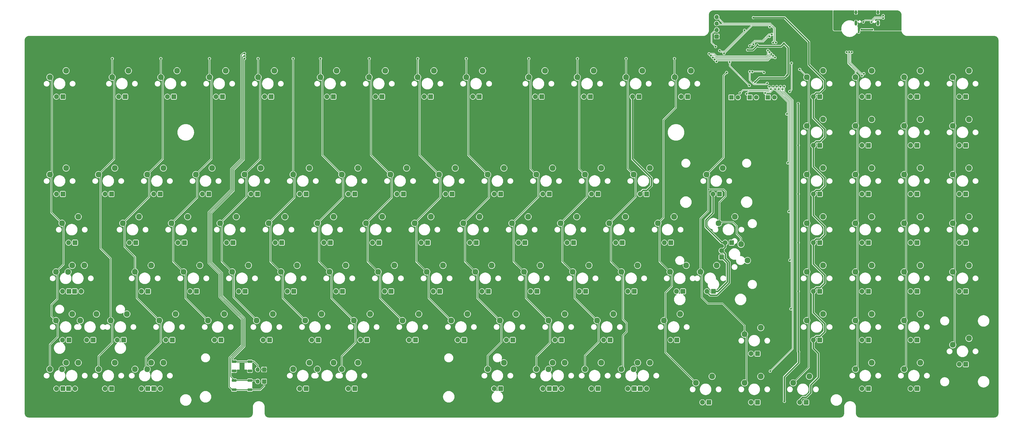
<source format=gbr>
%TF.GenerationSoftware,KiCad,Pcbnew,8.0.5*%
%TF.CreationDate,2024-09-24T18:12:56+02:00*%
%TF.ProjectId,E80-1800-pcb-universal,4538302d-3138-4303-902d-7063622d756e,rev?*%
%TF.SameCoordinates,Original*%
%TF.FileFunction,Copper,L1,Top*%
%TF.FilePolarity,Positive*%
%FSLAX46Y46*%
G04 Gerber Fmt 4.6, Leading zero omitted, Abs format (unit mm)*
G04 Created by KiCad (PCBNEW 8.0.5) date 2024-09-24 18:12:56*
%MOMM*%
%LPD*%
G01*
G04 APERTURE LIST*
G04 Aperture macros list*
%AMRoundRect*
0 Rectangle with rounded corners*
0 $1 Rounding radius*
0 $2 $3 $4 $5 $6 $7 $8 $9 X,Y pos of 4 corners*
0 Add a 4 corners polygon primitive as box body*
4,1,4,$2,$3,$4,$5,$6,$7,$8,$9,$2,$3,0*
0 Add four circle primitives for the rounded corners*
1,1,$1+$1,$2,$3*
1,1,$1+$1,$4,$5*
1,1,$1+$1,$6,$7*
1,1,$1+$1,$8,$9*
0 Add four rect primitives between the rounded corners*
20,1,$1+$1,$2,$3,$4,$5,0*
20,1,$1+$1,$4,$5,$6,$7,0*
20,1,$1+$1,$6,$7,$8,$9,0*
20,1,$1+$1,$8,$9,$2,$3,0*%
G04 Aperture macros list end*
%TA.AperFunction,ComponentPad*%
%ADD10C,2.300000*%
%TD*%
%TA.AperFunction,ComponentPad*%
%ADD11R,1.800000X1.800000*%
%TD*%
%TA.AperFunction,ComponentPad*%
%ADD12C,1.800000*%
%TD*%
%TA.AperFunction,SMDPad,CuDef*%
%ADD13RoundRect,0.275000X0.625000X0.275000X-0.625000X0.275000X-0.625000X-0.275000X0.625000X-0.275000X0*%
%TD*%
%TA.AperFunction,ComponentPad*%
%ADD14R,1.700000X1.700000*%
%TD*%
%TA.AperFunction,ComponentPad*%
%ADD15O,1.700000X1.700000*%
%TD*%
%TA.AperFunction,ComponentPad*%
%ADD16RoundRect,0.285750X-0.666750X-0.666750X0.666750X-0.666750X0.666750X0.666750X-0.666750X0.666750X0*%
%TD*%
%TA.AperFunction,ComponentPad*%
%ADD17C,1.905000*%
%TD*%
%TA.AperFunction,ComponentPad*%
%ADD18RoundRect,0.285750X-0.666750X0.666750X-0.666750X-0.666750X0.666750X-0.666750X0.666750X0.666750X0*%
%TD*%
%TA.AperFunction,ComponentPad*%
%ADD19O,1.000000X1.600000*%
%TD*%
%TA.AperFunction,ComponentPad*%
%ADD20O,1.000000X2.100000*%
%TD*%
%TA.AperFunction,ViaPad*%
%ADD21C,0.800000*%
%TD*%
%TA.AperFunction,Conductor*%
%ADD22C,0.600000*%
%TD*%
%TA.AperFunction,Conductor*%
%ADD23C,0.200000*%
%TD*%
%TA.AperFunction,Conductor*%
%ADD24C,0.300000*%
%TD*%
G04 APERTURE END LIST*
D10*
%TO.P,MX4,1,1*%
%TO.N,COL03*%
X58697833Y2540000D03*
%TO.P,MX4,2,2*%
%TO.N,Net-(D6-A-Pad1)*%
X65047833Y5080000D03*
%TD*%
%TO.P,MX5,1,1*%
%TO.N,COL04*%
X77747833Y2540000D03*
%TO.P,MX5,2,2*%
%TO.N,Net-(D7-A-Pad2)*%
X84097833Y5080000D03*
%TD*%
%TO.P,MX7,1,1*%
%TO.N,COL07*%
X121205714Y2540000D03*
%TO.P,MX7,2,2*%
%TO.N,Net-(D8-A-Pad2)*%
X127555714Y5080000D03*
%TD*%
%TO.P,MX8,1,1*%
%TO.N,COL08*%
X140255714Y2540000D03*
%TO.P,MX8,2,2*%
%TO.N,Net-(D8-A-Pad1)*%
X146605714Y5080000D03*
%TD*%
%TO.P,MX9,1,1*%
%TO.N,COL09*%
X159305714Y2540000D03*
%TO.P,MX9,2,2*%
%TO.N,Net-(D9-A-Pad2)*%
X165655714Y5080000D03*
%TD*%
%TO.P,MX10,1,1*%
%TO.N,COL10*%
X183713595Y2540000D03*
%TO.P,MX10,2,2*%
%TO.N,Net-(D9-A-Pad1)*%
X190063595Y5080000D03*
%TD*%
%TO.P,MX12,1,1*%
%TO.N,COL12*%
X221813595Y2540000D03*
%TO.P,MX12,2,2*%
%TO.N,Net-(D10-A-Pad1)*%
X228163595Y5080000D03*
%TD*%
%TO.P,MX23,1,1*%
%TO.N,COL01*%
X15240000Y-35560000D03*
%TO.P,MX23,2,2*%
%TO.N,Net-(D16-A-Pad1)*%
X21590000Y-33020000D03*
%TD*%
%TO.P,MX24,1,1*%
%TO.N,COL02*%
X34290000Y-35560000D03*
%TO.P,MX24,2,2*%
%TO.N,Net-(D17-A-Pad2)*%
X40640000Y-33020000D03*
%TD*%
%TO.P,MX25,1,1*%
%TO.N,COL03*%
X53340000Y-35560000D03*
%TO.P,MX25,2,2*%
%TO.N,Net-(D17-A-Pad1)*%
X59690000Y-33020000D03*
%TD*%
%TO.P,MX26,1,1*%
%TO.N,COL04*%
X72390000Y-35560000D03*
%TO.P,MX26,2,2*%
%TO.N,Net-(D18-A-Pad2)*%
X78740000Y-33020000D03*
%TD*%
%TO.P,MX27,1,1*%
%TO.N,COL05*%
X91440000Y-35560000D03*
%TO.P,MX27,2,2*%
%TO.N,Net-(D18-A-Pad1)*%
X97790000Y-33020000D03*
%TD*%
%TO.P,MX28,1,1*%
%TO.N,COL06*%
X110490000Y-35560000D03*
%TO.P,MX28,2,2*%
%TO.N,Net-(D19-A-Pad2)*%
X116840000Y-33020000D03*
%TD*%
%TO.P,MX29,1,1*%
%TO.N,COL07*%
X129540000Y-35560000D03*
%TO.P,MX29,2,2*%
%TO.N,Net-(D19-A-Pad1)*%
X135890000Y-33020000D03*
%TD*%
%TO.P,MX30,1,1*%
%TO.N,COL08*%
X148590000Y-35560000D03*
%TO.P,MX30,2,2*%
%TO.N,Net-(D20-A-Pad2)*%
X154940000Y-33020000D03*
%TD*%
%TO.P,MX31,1,1*%
%TO.N,COL09*%
X167640000Y-35560000D03*
%TO.P,MX31,2,2*%
%TO.N,Net-(D20-A-Pad1)*%
X173990000Y-33020000D03*
%TD*%
%TO.P,MX33,1,1*%
%TO.N,COL11*%
X205740000Y-35560000D03*
%TO.P,MX33,2,2*%
%TO.N,Net-(D21-A-Pad1)*%
X212090000Y-33020000D03*
%TD*%
%TO.P,MX34,1,1*%
%TO.N,COL12*%
X224790000Y-35560000D03*
%TO.P,MX34,2,2*%
%TO.N,Net-(D22-A-Pad2)*%
X231140000Y-33020000D03*
%TD*%
%TO.P,MX35,1,1*%
%TO.N,COL14*%
X253365000Y-35560000D03*
%TO.P,MX35,2,2*%
%TO.N,Net-(D22-A-Pad1)*%
X259715000Y-33020000D03*
%TD*%
%TO.P,MX40,1,1*%
%TO.N,COL00*%
X952500Y-54610000D03*
%TO.P,MX40,2,2*%
%TO.N,Net-(D25-A-Pad2)*%
X7302500Y-52070000D03*
%TD*%
%TO.P,MX41,1,1*%
%TO.N,COL02*%
X24765000Y-54610000D03*
%TO.P,MX41,2,2*%
%TO.N,Net-(D25-A-Pad1)*%
X31115000Y-52070000D03*
%TD*%
%TO.P,MX42,1,1*%
%TO.N,COL03*%
X43815000Y-54610000D03*
%TO.P,MX42,2,2*%
%TO.N,Net-(D26-A-Pad2)*%
X50165000Y-52070000D03*
%TD*%
%TO.P,MX43,1,1*%
%TO.N,COL04*%
X62865000Y-54610000D03*
%TO.P,MX43,2,2*%
%TO.N,Net-(D26-A-Pad1)*%
X69215000Y-52070000D03*
%TD*%
%TO.P,MX44,1,1*%
%TO.N,COL05*%
X81915000Y-54610000D03*
%TO.P,MX44,2,2*%
%TO.N,Net-(D27-A-Pad2)*%
X88265000Y-52070000D03*
%TD*%
%TO.P,MX45,1,1*%
%TO.N,COL06*%
X100965000Y-54610000D03*
%TO.P,MX45,2,2*%
%TO.N,Net-(D27-A-Pad1)*%
X107315000Y-52070000D03*
%TD*%
%TO.P,MX46,1,1*%
%TO.N,COL07*%
X120015000Y-54610000D03*
%TO.P,MX46,2,2*%
%TO.N,Net-(D28-A-Pad2)*%
X126365000Y-52070000D03*
%TD*%
%TO.P,MX47,1,1*%
%TO.N,COL08*%
X139065000Y-54610000D03*
%TO.P,MX47,2,2*%
%TO.N,Net-(D28-A-Pad1)*%
X145415000Y-52070000D03*
%TD*%
%TO.P,MX48,1,1*%
%TO.N,COL09*%
X158115000Y-54610000D03*
%TO.P,MX48,2,2*%
%TO.N,Net-(D29-A-Pad2)*%
X164465000Y-52070000D03*
%TD*%
%TO.P,MX49,1,1*%
%TO.N,COL10*%
X177165000Y-54610000D03*
%TO.P,MX49,2,2*%
%TO.N,Net-(D29-A-Pad1)*%
X183515000Y-52070000D03*
%TD*%
%TO.P,MX50,1,1*%
%TO.N,COL11*%
X196215000Y-54610000D03*
%TO.P,MX50,2,2*%
%TO.N,Net-(D30-A-Pad2)*%
X202565000Y-52070000D03*
%TD*%
%TO.P,MX51,1,1*%
%TO.N,COL12*%
X215265000Y-54610000D03*
%TO.P,MX51,2,2*%
%TO.N,Net-(D30-A-Pad1)*%
X221615000Y-52070000D03*
%TD*%
%TO.P,MX52,1,1*%
%TO.N,COL13*%
X234315000Y-54610000D03*
%TO.P,MX52,2,2*%
%TO.N,Net-(D31-A-Pad2)*%
X240665000Y-52070000D03*
%TD*%
%TO.P,MX53,1,1*%
%TO.N,COL14*%
X258127500Y-54610000D03*
%TO.P,MX53,2,2*%
%TO.N,Net-(D31-A-Pad1)*%
X264477500Y-52070000D03*
%TD*%
%TO.P,MX58,1,1*%
%TO.N,COL00*%
X3333750Y-73660000D03*
%TO.P,MX58,2,2*%
%TO.N,Net-(D34-A-Pad2)*%
X9683750Y-71120000D03*
%TD*%
%TO.P,MX60,1,1*%
%TO.N,COL02*%
X29527500Y-73660000D03*
%TO.P,MX60,2,2*%
%TO.N,Net-(D34-A-Pad1)*%
X35877500Y-71120000D03*
%TD*%
%TO.P,MX61,1,1*%
%TO.N,COL03*%
X48577500Y-73660000D03*
%TO.P,MX61,2,2*%
%TO.N,Net-(D35-A-Pad2)*%
X54927500Y-71120000D03*
%TD*%
%TO.P,MX62,1,1*%
%TO.N,COL04*%
X67627500Y-73660000D03*
%TO.P,MX62,2,2*%
%TO.N,Net-(D35-A-Pad1)*%
X73977500Y-71120000D03*
%TD*%
%TO.P,MX63,1,1*%
%TO.N,COL05*%
X86677500Y-73660000D03*
%TO.P,MX63,2,2*%
%TO.N,Net-(D36-A-Pad2)*%
X93027500Y-71120000D03*
%TD*%
%TO.P,MX64,1,1*%
%TO.N,COL06*%
X105727500Y-73660000D03*
%TO.P,MX64,2,2*%
%TO.N,Net-(D36-A-Pad1)*%
X112077500Y-71120000D03*
%TD*%
%TO.P,MX65,1,1*%
%TO.N,COL07*%
X124777500Y-73660000D03*
%TO.P,MX65,2,2*%
%TO.N,Net-(D37-A-Pad2)*%
X131127500Y-71120000D03*
%TD*%
%TO.P,MX66,1,1*%
%TO.N,COL08*%
X143827500Y-73660000D03*
%TO.P,MX66,2,2*%
%TO.N,Net-(D37-A-Pad1)*%
X150177500Y-71120000D03*
%TD*%
%TO.P,MX67,1,1*%
%TO.N,COL09*%
X162877500Y-73660000D03*
%TO.P,MX67,2,2*%
%TO.N,Net-(D38-A-Pad2)*%
X169227500Y-71120000D03*
%TD*%
%TO.P,MX68,1,1*%
%TO.N,COL10*%
X181927500Y-73660000D03*
%TO.P,MX68,2,2*%
%TO.N,Net-(D38-A-Pad1)*%
X188277500Y-71120000D03*
%TD*%
%TO.P,MX69,1,1*%
%TO.N,COL11*%
X200977500Y-73660000D03*
%TO.P,MX69,2,2*%
%TO.N,Net-(D39-A-Pad2)*%
X207327500Y-71120000D03*
%TD*%
%TO.P,MX70,1,1*%
%TO.N,COL12*%
X220027500Y-73660000D03*
%TO.P,MX70,2,2*%
%TO.N,Net-(D39-A-Pad1)*%
X226377500Y-71120000D03*
%TD*%
%TO.P,MX71,1,1*%
%TO.N,COL13*%
X239077500Y-73660000D03*
%TO.P,MX71,2,2*%
%TO.N,Net-(D40-A-Pad2)*%
X245427500Y-71120000D03*
%TD*%
%TO.P,MX72,1,1*%
%TO.N,COL14*%
X266858750Y-62865000D03*
%TO.P,MX72,2,2*%
%TO.N,Net-(D40-A-Pad1)*%
X269398750Y-69215000D03*
%TD*%
%TO.P,MX73,1,1*%
%TO.N,COL14*%
X250983750Y-73660000D03*
%TO.P,MX73,2,2*%
%TO.N,Net-(D40-A-Pad1)*%
X257333750Y-71120000D03*
%TD*%
%TO.P,MX78,1,1*%
%TO.N,COL00*%
X-1428750Y-92710000D03*
%TO.P,MX78,2,2*%
%TO.N,Net-(D43-A-Pad2)*%
X4921250Y-90170000D03*
%TD*%
%TO.P,MX79,1,1*%
%TO.N,COL00*%
X8096250Y-92710000D03*
%TO.P,MX79,2,2*%
%TO.N,Net-(D43-A-Pad2)*%
X14446250Y-90170000D03*
%TD*%
%TO.P,MX80,1,1*%
%TO.N,COL01*%
X20002500Y-92710000D03*
%TO.P,MX80,2,2*%
%TO.N,Net-(D43-A-Pad1)*%
X26352500Y-90170000D03*
%TD*%
%TO.P,MX82,1,1*%
%TO.N,COL03*%
X58102500Y-92710000D03*
%TO.P,MX82,2,2*%
%TO.N,Net-(D44-A-Pad1)*%
X64452500Y-90170000D03*
%TD*%
%TO.P,MX83,1,1*%
%TO.N,COL04*%
X77152500Y-92710000D03*
%TO.P,MX83,2,2*%
%TO.N,Net-(D45-A-Pad2)*%
X83502500Y-90170000D03*
%TD*%
%TO.P,MX84,1,1*%
%TO.N,COL05*%
X96202500Y-92710000D03*
%TO.P,MX84,2,2*%
%TO.N,Net-(D45-A-Pad1)*%
X102552500Y-90170000D03*
%TD*%
%TO.P,MX85,1,1*%
%TO.N,COL06*%
X115252500Y-92710000D03*
%TO.P,MX85,2,2*%
%TO.N,Net-(D46-A-Pad2)*%
X121602500Y-90170000D03*
%TD*%
%TO.P,MX86,1,1*%
%TO.N,COL07*%
X134302500Y-92710000D03*
%TO.P,MX86,2,2*%
%TO.N,Net-(D46-A-Pad1)*%
X140652500Y-90170000D03*
%TD*%
%TO.P,MX87,1,1*%
%TO.N,COL08*%
X153352500Y-92710000D03*
%TO.P,MX87,2,2*%
%TO.N,Net-(D47-A-Pad2)*%
X159702500Y-90170000D03*
%TD*%
%TO.P,MX88,1,1*%
%TO.N,COL09*%
X172402500Y-92710000D03*
%TO.P,MX88,2,2*%
%TO.N,Net-(D47-A-Pad1)*%
X178752500Y-90170000D03*
%TD*%
%TO.P,MX89,1,1*%
%TO.N,COL10*%
X191452500Y-92710000D03*
%TO.P,MX89,2,2*%
%TO.N,Net-(D48-A-Pad2)*%
X197802500Y-90170000D03*
%TD*%
%TO.P,MX90,1,1*%
%TO.N,COL11*%
X210502500Y-92710000D03*
%TO.P,MX90,2,2*%
%TO.N,Net-(D48-A-Pad1)*%
X216852500Y-90170000D03*
%TD*%
%TO.P,MX91,1,1*%
%TO.N,COL13*%
X236696250Y-92710000D03*
%TO.P,MX91,2,2*%
%TO.N,Net-(D49-A-Pad2)*%
X243046250Y-90170000D03*
%TD*%
%TO.P,MX93,1,1*%
%TO.N,COL15*%
X292655890Y-92710000D03*
%TO.P,MX93,2,2*%
%TO.N,Net-(D50-A-Pad2)*%
X299005890Y-90170000D03*
%TD*%
%TO.P,MX94,1,1*%
%TO.N,COL16*%
X311705890Y-92710000D03*
%TO.P,MX94,2,2*%
%TO.N,Net-(D50-A-Pad1)*%
X318055890Y-90170000D03*
%TD*%
%TO.P,MX95,1,1*%
%TO.N,COL17*%
X330755890Y-92710000D03*
%TO.P,MX95,2,2*%
%TO.N,Net-(D51-A-Pad2)*%
X337105890Y-90170000D03*
%TD*%
%TO.P,MX97,1,1*%
%TO.N,COL00*%
X-3810000Y-111760000D03*
%TO.P,MX97,2,2*%
%TO.N,Net-(D52-A-Pad2)*%
X2540000Y-109220000D03*
%TD*%
%TO.P,MX102,1,1*%
%TO.N,COL06*%
X100965000Y-111760000D03*
%TO.P,MX102,2,2*%
%TO.N,Net-(D53-A-Pad1)*%
X107315000Y-109220000D03*
%TD*%
%TO.P,MX105,1,1*%
%TO.N,COL09*%
X167640000Y-111760000D03*
%TO.P,MX105,2,2*%
%TO.N,Net-(D54-A-Pad2)*%
X173990000Y-109220000D03*
%TD*%
%TO.P,MX107,1,1*%
%TO.N,COL10*%
X186690000Y-111760000D03*
%TO.P,MX107,2,2*%
%TO.N,Net-(D54-A-Pad1)*%
X193040000Y-109220000D03*
%TD*%
%TO.P,MX108,1,1*%
%TO.N,COL11*%
X205740000Y-111760000D03*
%TO.P,MX108,2,2*%
%TO.N,Net-(D55-A-Pad2)*%
X212090000Y-109220000D03*
%TD*%
%TO.P,MX109,1,1*%
%TO.N,COL12*%
X224790000Y-111760000D03*
%TO.P,MX109,2,2*%
%TO.N,Net-(D55-A-Pad1)*%
X231140000Y-109220000D03*
%TD*%
%TO.P,MX112,1,1*%
%TO.N,COL14*%
X268248025Y-117117913D03*
%TO.P,MX112,2,2*%
%TO.N,Net-(D56-A-Pad1)*%
X274598025Y-114577913D03*
%TD*%
%TO.P,MX113,1,1*%
%TO.N,COL15*%
X287298025Y-117117913D03*
%TO.P,MX113,2,2*%
%TO.N,Net-(D57-A-Pad2)*%
X293648025Y-114577913D03*
%TD*%
%TO.P,MX115,1,1*%
%TO.N,COL17*%
X330755890Y-111760000D03*
%TO.P,MX115,2,2*%
%TO.N,Net-(D58-A-Pad2)*%
X337105890Y-109220000D03*
%TD*%
%TO.P,MX99,1,1*%
%TO.N,COL01*%
X15240000Y-111760000D03*
%TO.P,MX99,2,2*%
%TO.N,Net-(D52-A-Pad1)*%
X21590000Y-109220000D03*
%TD*%
%TO.P,MX100,1,1*%
%TO.N,COL02*%
X34290000Y-111760000D03*
%TO.P,MX100,2,2*%
%TO.N,Net-(D53-A-Pad2)*%
X40640000Y-109220000D03*
%TD*%
%TO.P,MX81,1,1*%
%TO.N,COL02*%
X39052500Y-92710000D03*
%TO.P,MX81,2,2*%
%TO.N,Net-(D44-A-Pad2)*%
X45402500Y-90170000D03*
%TD*%
%TO.P,MX32,1,1*%
%TO.N,COL10*%
X186690000Y-35560000D03*
%TO.P,MX32,2,2*%
%TO.N,Net-(D21-A-Pad2)*%
X193040000Y-33020000D03*
%TD*%
%TO.P,MX96,1,1*%
%TO.N,COL18*%
X349805890Y-102235000D03*
%TO.P,MX96,2,2*%
%TO.N,Net-(D51-A-Pad1)*%
X356155890Y-99695000D03*
%TD*%
%TO.P,MX2,1,1*%
%TO.N,COL01*%
X20597833Y2540000D03*
%TO.P,MX2,2,2*%
%TO.N,Net-(D5-A-Pad1)*%
X26947833Y5080000D03*
%TD*%
%TO.P,MX6,1,1*%
%TO.N,COL06*%
X102155714Y2540000D03*
%TO.P,MX6,2,2*%
%TO.N,Net-(D7-A-Pad1)*%
X108505714Y5080000D03*
%TD*%
%TO.P,MX11,1,1*%
%TO.N,COL11*%
X202763595Y2540000D03*
%TO.P,MX11,2,2*%
%TO.N,Net-(D10-A-Pad2)*%
X209113595Y5080000D03*
%TD*%
%TO.P,MX114,1,1*%
%TO.N,COL16*%
X311705890Y-111760000D03*
%TO.P,MX114,2,2*%
%TO.N,Net-(D57-A-Pad1)*%
X318055890Y-109220000D03*
%TD*%
%TO.P,MX15,1,1*%
%TO.N,COL16*%
X311705890Y2540000D03*
%TO.P,MX15,2,2*%
%TO.N,Net-(D12-A-Pad1)*%
X318055890Y5080000D03*
%TD*%
%TO.P,MX19,1,1*%
%TO.N,COL16*%
X311705890Y-16510000D03*
%TO.P,MX19,2,2*%
%TO.N,Net-(D14-A-Pad1)*%
X318055890Y-13970000D03*
%TD*%
%TO.P,MX16,1,1*%
%TO.N,COL17*%
X330755890Y2540000D03*
%TO.P,MX16,2,2*%
%TO.N,Net-(D13-A-Pad2)*%
X337105890Y5080000D03*
%TD*%
%TO.P,MX18,1,1*%
%TO.N,COL15*%
X292655890Y-16510000D03*
%TO.P,MX18,2,2*%
%TO.N,Net-(D14-A-Pad2)*%
X299005890Y-13970000D03*
%TD*%
%TO.P,MX17,1,1*%
%TO.N,COL18*%
X349805890Y2540000D03*
%TO.P,MX17,2,2*%
%TO.N,Net-(D13-A-Pad1)*%
X356155890Y5080000D03*
%TD*%
%TO.P,MX20,1,1*%
%TO.N,COL17*%
X330755890Y-16510000D03*
%TO.P,MX20,2,2*%
%TO.N,Net-(D15-A-Pad2)*%
X337105890Y-13970000D03*
%TD*%
%TO.P,MX21,1,1*%
%TO.N,COL18*%
X349805890Y-16510000D03*
%TO.P,MX21,2,2*%
%TO.N,Net-(D15-A-Pad1)*%
X356155890Y-13970000D03*
%TD*%
%TO.P,MX36,1,1*%
%TO.N,COL15*%
X292655890Y-35560000D03*
%TO.P,MX36,2,2*%
%TO.N,Net-(D23-A-Pad2)*%
X299005890Y-33020000D03*
%TD*%
%TO.P,MX37,1,1*%
%TO.N,COL16*%
X311705890Y-35560000D03*
%TO.P,MX37,2,2*%
%TO.N,Net-(D23-A-Pad1)*%
X318055890Y-33020000D03*
%TD*%
%TO.P,MX38,1,1*%
%TO.N,COL17*%
X330755890Y-35560000D03*
%TO.P,MX38,2,2*%
%TO.N,Net-(D24-A-Pad2)*%
X337105890Y-33020000D03*
%TD*%
%TO.P,MX76,1,1*%
%TO.N,COL17*%
X330755890Y-73660000D03*
%TO.P,MX76,2,2*%
%TO.N,Net-(D42-A-Pad2)*%
X337105890Y-71120000D03*
%TD*%
%TO.P,MX77,1,1*%
%TO.N,COL18*%
X349805890Y-73660000D03*
%TO.P,MX77,2,2*%
%TO.N,Net-(D42-A-Pad1)*%
X356155890Y-71120000D03*
%TD*%
%TO.P,MX54,1,1*%
%TO.N,COL15*%
X292655890Y-54610000D03*
%TO.P,MX54,2,2*%
%TO.N,Net-(D32-A-Pad2)*%
X299005890Y-52070000D03*
%TD*%
%TO.P,MX57,1,1*%
%TO.N,COL18*%
X349805890Y-54610000D03*
%TO.P,MX57,2,2*%
%TO.N,Net-(D33-A-Pad1)*%
X356155890Y-52070000D03*
%TD*%
%TO.P,MX55,1,1*%
%TO.N,COL16*%
X311705890Y-54610000D03*
%TO.P,MX55,2,2*%
%TO.N,Net-(D32-A-Pad1)*%
X318055890Y-52070000D03*
%TD*%
%TO.P,MX56,1,1*%
%TO.N,COL17*%
X330755890Y-54610000D03*
%TO.P,MX56,2,2*%
%TO.N,Net-(D33-A-Pad2)*%
X337105890Y-52070000D03*
%TD*%
%TO.P,MX75,1,1*%
%TO.N,COL16*%
X311705890Y-73660000D03*
%TO.P,MX75,2,2*%
%TO.N,Net-(D41-A-Pad1)*%
X318055890Y-71120000D03*
%TD*%
%TO.P,MX74,1,1*%
%TO.N,COL15*%
X292655890Y-73660000D03*
%TO.P,MX74,2,2*%
%TO.N,Net-(D41-A-Pad2)*%
X299005890Y-71120000D03*
%TD*%
%TO.P,MX110,1,1*%
%TO.N,COL12*%
X220027500Y-111760000D03*
%TO.P,MX110,2,2*%
%TO.N,Net-(D55-A-Pad1)*%
X226377500Y-109220000D03*
%TD*%
%TO.P,MX98,1,1*%
%TO.N,COL00*%
X952500Y-111760000D03*
%TO.P,MX98,2,2*%
%TO.N,Net-(D52-A-Pad2)*%
X7302500Y-109220000D03*
%TD*%
%TO.P,MX101,1,1*%
%TO.N,COL02*%
X29527500Y-111760000D03*
%TO.P,MX101,2,2*%
%TO.N,Net-(D53-A-Pad2)*%
X35877500Y-109220000D03*
%TD*%
%TO.P,MX104,1,1*%
%TO.N,COL06*%
X91440100Y-111760120D03*
%TO.P,MX104,2,2*%
%TO.N,Net-(D53-A-Pad1)*%
X97790100Y-109220120D03*
%TD*%
%TO.P,MX13,1,1*%
%TO.N,COL13*%
X240863595Y2540000D03*
%TO.P,MX13,2,2*%
%TO.N,Net-(D11-A-Pad2)*%
X247213595Y5080000D03*
%TD*%
%TO.P,MX3,1,1*%
%TO.N,COL02*%
X39647833Y2540000D03*
%TO.P,MX3,2,2*%
%TO.N,Net-(D6-A-Pad2)*%
X45997833Y5080000D03*
%TD*%
%TO.P,MX14,1,1*%
%TO.N,COL15*%
X292655890Y2540000D03*
%TO.P,MX14,2,2*%
%TO.N,Net-(D12-A-Pad2)*%
X299005890Y5080000D03*
%TD*%
%TO.P,MX111,1,1*%
%TO.N,COL13*%
X249198025Y-117117913D03*
%TO.P,MX111,2,2*%
%TO.N,Net-(D56-A-Pad2)*%
X255548025Y-114577913D03*
%TD*%
%TO.P,MX22,1,1*%
%TO.N,COL00*%
X-3810000Y-35560000D03*
%TO.P,MX22,2,2*%
%TO.N,Net-(D16-A-Pad2)*%
X2540000Y-33020000D03*
%TD*%
%TO.P,MX106,1,1*%
%TO.N,COL09*%
X191452500Y-111760000D03*
%TO.P,MX106,2,2*%
%TO.N,Net-(D54-A-Pad2)*%
X197802500Y-109220000D03*
%TD*%
%TO.P,MX92,1,1*%
%TO.N,COL14*%
X268248025Y-98067913D03*
%TO.P,MX92,2,2*%
%TO.N,Net-(D49-A-Pad1)*%
X274598025Y-95527913D03*
%TD*%
%TO.P,MX39,1,1*%
%TO.N,COL18*%
X349805890Y-35560000D03*
%TO.P,MX39,2,2*%
%TO.N,Net-(D24-A-Pad1)*%
X356155890Y-33020000D03*
%TD*%
%TO.P,MX59,1,1*%
%TO.N,COL00*%
X-1428750Y-73660000D03*
%TO.P,MX59,2,2*%
%TO.N,Net-(D34-A-Pad2)*%
X4921250Y-71120000D03*
%TD*%
D11*
%TO.P,D2,1,K*%
%TO.N,Net-(D2-K)*%
X263127992Y-5357792D03*
D12*
%TO.P,D2,2,A*%
%TO.N,+3V3*%
X265667992Y-5357792D03*
%TD*%
D11*
%TO.P,D3,1,K*%
%TO.N,Net-(D3-K)*%
X270271992Y-5357792D03*
D12*
%TO.P,D3,2,A*%
%TO.N,+3V3*%
X272811992Y-5357792D03*
%TD*%
D11*
%TO.P,D4,1,K*%
%TO.N,Net-(D4-K)*%
X277415992Y-5357792D03*
D12*
%TO.P,D4,2,A*%
%TO.N,+3V3*%
X279955992Y-5357792D03*
%TD*%
D10*
%TO.P,MX103,1,1*%
%TO.N,COL06*%
X110490000Y-111760000D03*
%TO.P,MX103,2,2*%
%TO.N,Net-(D53-A-Pad1)*%
X116840000Y-109220000D03*
%TD*%
D13*
%TO.P,SW1,1,1*%
%TO.N,GND*%
X74530242Y-112459996D03*
X68330242Y-112459996D03*
%TO.P,SW1,2,2*%
%TO.N,/RST*%
X74530242Y-108759996D03*
X68330242Y-108759996D03*
%TD*%
%TO.P,SW2,1,1*%
%TO.N,+3V3*%
X74530242Y-119842422D03*
X68330242Y-119842422D03*
%TO.P,SW2,2,2*%
%TO.N,/BOOT*%
X74530242Y-116142422D03*
X68330242Y-116142422D03*
%TD*%
D14*
%TO.P,J3,1,Pin_1*%
%TO.N,GND*%
X257341390Y18478500D03*
D15*
%TO.P,J3,2,Pin_2*%
%TO.N,+3V3*%
X257341390Y21018500D03*
%TO.P,J3,3,Pin_3*%
%TO.N,I2C_SCL*%
X257341390Y23558500D03*
%TO.P,J3,4,Pin_4*%
%TO.N,I2C_SDA*%
X257341390Y26098500D03*
%TD*%
D10*
%TO.P,MX1,1,1*%
%TO.N,COL00*%
X-3810000Y2540000D03*
%TO.P,MX1,2,2*%
%TO.N,Net-(D5-A-Pad2)*%
X2540000Y5080000D03*
%TD*%
D16*
%TO.P,D157,1,K*%
%TO.N,Net-(D157-K)*%
X20320000Y-119380000D03*
D17*
%TO.P,D157,2,A*%
%TO.N,+5V*%
X17780000Y-119380000D03*
%TD*%
D16*
%TO.P,D139,1,K*%
%TO.N,Net-(D139-K)*%
X44132500Y-100330000D03*
D17*
%TO.P,D139,2,A*%
%TO.N,+5V*%
X41592500Y-100330000D03*
%TD*%
D16*
%TO.P,D89,1,K*%
%TO.N,Net-(D89-K)*%
X172720000Y-43180000D03*
D17*
%TO.P,D89,2,A*%
%TO.N,+5V*%
X170180000Y-43180000D03*
%TD*%
D16*
%TO.P,D79,1,K*%
%TO.N,Net-(D79-K)*%
X354885890Y-24130000D03*
D17*
%TO.P,D79,2,A*%
%TO.N,+5V*%
X352345890Y-24130000D03*
%TD*%
D16*
%TO.P,D97,1,K*%
%TO.N,Net-(D97-K)*%
X354885890Y-43180000D03*
D17*
%TO.P,D97,2,A*%
%TO.N,+5V*%
X352345890Y-43180000D03*
%TD*%
D16*
%TO.P,D117,1,K*%
%TO.N,Net-(D116-K)*%
X5873750Y-81280000D03*
D17*
%TO.P,D117,2,A*%
%TO.N,+5V*%
X8413750Y-81280000D03*
%TD*%
D16*
%TO.P,D101,1,K*%
%TO.N,Net-(D101-K)*%
X67945000Y-62230000D03*
D17*
%TO.P,D101,2,A*%
%TO.N,+5V*%
X65405000Y-62230000D03*
%TD*%
D16*
%TO.P,D141,1,K*%
%TO.N,Net-(D141-K)*%
X82232500Y-100330000D03*
D17*
%TO.P,D141,2,A*%
%TO.N,+5V*%
X79692500Y-100330000D03*
%TD*%
D16*
%TO.P,D104,1,K*%
%TO.N,Net-(D104-K)*%
X125095000Y-62230000D03*
D17*
%TO.P,D104,2,A*%
%TO.N,+5V*%
X122555000Y-62230000D03*
%TD*%
D16*
%TO.P,D142,1,K*%
%TO.N,Net-(D142-K)*%
X101282500Y-100330000D03*
D17*
%TO.P,D142,2,A*%
%TO.N,+5V*%
X98742500Y-100330000D03*
%TD*%
D16*
%TO.P,D98,1,K*%
%TO.N,Net-(D98-K)*%
X6032500Y-62230000D03*
D17*
%TO.P,D98,2,A*%
%TO.N,+5V*%
X3492500Y-62230000D03*
%TD*%
D16*
%TO.P,D113,1,K*%
%TO.N,Net-(D113-K)*%
X316785890Y-62230000D03*
D17*
%TO.P,D113,2,A*%
%TO.N,+5V*%
X314245890Y-62230000D03*
%TD*%
D16*
%TO.P,D133,1,K*%
%TO.N,Net-(D133-K)*%
X316785890Y-81280000D03*
D17*
%TO.P,D133,2,A*%
%TO.N,+5V*%
X314245890Y-81280000D03*
%TD*%
D16*
%TO.P,D70,1,K*%
%TO.N,Net-(D70-K)*%
X226893595Y-5080000D03*
D17*
%TO.P,D70,2,A*%
%TO.N,+5V*%
X224353595Y-5080000D03*
%TD*%
D16*
%TO.P,D64,1,K*%
%TO.N,Net-(D64-K)*%
X107235714Y-5080000D03*
D17*
%TO.P,D64,2,A*%
%TO.N,+5V*%
X104695714Y-5080000D03*
%TD*%
D16*
%TO.P,D154,1,K*%
%TO.N,Net-(D154-K)*%
X354885890Y-109855000D03*
D17*
%TO.P,D154,2,A*%
%TO.N,+5V*%
X352345890Y-109855000D03*
%TD*%
D16*
%TO.P,D110,1,K*%
%TO.N,Net-(D110-K)*%
X239395000Y-62230000D03*
D17*
%TO.P,D110,2,A*%
%TO.N,+5V*%
X236855000Y-62230000D03*
%TD*%
D16*
%TO.P,D121,1,K*%
%TO.N,Net-(D121-K)*%
X91757500Y-81280000D03*
D17*
%TO.P,D121,2,A*%
%TO.N,+5V*%
X89217500Y-81280000D03*
%TD*%
D16*
%TO.P,D66,1,K*%
%TO.N,Net-(D66-K)*%
X145335714Y-5080000D03*
D17*
%TO.P,D66,2,A*%
%TO.N,+5V*%
X142795714Y-5080000D03*
%TD*%
D16*
%TO.P,D83,1,K*%
%TO.N,Net-(D83-K)*%
X58420000Y-43180000D03*
D17*
%TO.P,D83,2,A*%
%TO.N,+5V*%
X55880000Y-43180000D03*
%TD*%
D16*
%TO.P,D106,1,K*%
%TO.N,Net-(D106-K)*%
X163195000Y-62230000D03*
D17*
%TO.P,D106,2,A*%
%TO.N,+5V*%
X160655000Y-62230000D03*
%TD*%
D16*
%TO.P,D153,1,K*%
%TO.N,Net-(D153-K)*%
X335835890Y-100330000D03*
D17*
%TO.P,D153,2,A*%
%TO.N,+5V*%
X333295890Y-100330000D03*
%TD*%
D16*
%TO.P,D145,1,K*%
%TO.N,Net-(D145-K)*%
X158432500Y-100330000D03*
D17*
%TO.P,D145,2,A*%
%TO.N,+5V*%
X155892500Y-100330000D03*
%TD*%
D16*
%TO.P,D107,1,K*%
%TO.N,Net-(D107-K)*%
X182245000Y-62230000D03*
D17*
%TO.P,D107,2,A*%
%TO.N,+5V*%
X179705000Y-62230000D03*
%TD*%
D16*
%TO.P,D135,1,K*%
%TO.N,Net-(D135-K)*%
X354885890Y-81280000D03*
D17*
%TO.P,D135,2,A*%
%TO.N,+5V*%
X352345890Y-81280000D03*
%TD*%
D16*
%TO.P,D103,1,K*%
%TO.N,Net-(D103-K)*%
X106045000Y-62230000D03*
D17*
%TO.P,D103,2,A*%
%TO.N,+5V*%
X103505000Y-62230000D03*
%TD*%
D16*
%TO.P,D86,1,K*%
%TO.N,Net-(D86-K)*%
X115570000Y-43180000D03*
D17*
%TO.P,D86,2,A*%
%TO.N,+5V*%
X113030000Y-43180000D03*
%TD*%
D16*
%TO.P,D114,1,K*%
%TO.N,Net-(D114-K)*%
X335835890Y-62230000D03*
D17*
%TO.P,D114,2,A*%
%TO.N,+5V*%
X333295890Y-62230000D03*
%TD*%
D16*
%TO.P,D148,1,K*%
%TO.N,Net-(D148-K)*%
X215582500Y-100330000D03*
D17*
%TO.P,D148,2,A*%
%TO.N,+5V*%
X213042500Y-100330000D03*
%TD*%
D16*
%TO.P,D171,1,K*%
%TO.N,Net-(D171-K)*%
X316785890Y-119380000D03*
D17*
%TO.P,D171,2,A*%
%TO.N,+5V*%
X314245890Y-119380000D03*
%TD*%
D16*
%TO.P,D155,1,K*%
%TO.N,Net-(D155-K)*%
X1270000Y-119380000D03*
D17*
%TO.P,D155,2,A*%
%TO.N,+5V*%
X-1270000Y-119380000D03*
%TD*%
D18*
%TO.P,D131,1,K*%
%TO.N,Net-(D130-K)*%
X259238750Y-67945000D03*
D17*
%TO.P,D131,2,A*%
%TO.N,+5V*%
X259238750Y-65405000D03*
%TD*%
D16*
%TO.P,D147,1,K*%
%TO.N,Net-(D147-K)*%
X196532500Y-100330000D03*
D17*
%TO.P,D147,2,A*%
%TO.N,+5V*%
X193992500Y-100330000D03*
%TD*%
D16*
%TO.P,D164,1,K*%
%TO.N,Net-(D163-K)*%
X193992500Y-119380000D03*
D17*
%TO.P,D164,2,A*%
%TO.N,+5V*%
X196532500Y-119380000D03*
%TD*%
D16*
%TO.P,D143,1,K*%
%TO.N,Net-(D143-K)*%
X120332500Y-100330000D03*
D17*
%TO.P,D143,2,A*%
%TO.N,+5V*%
X117792500Y-100330000D03*
%TD*%
D16*
%TO.P,D161,1,K*%
%TO.N,Net-(D161-K)*%
X96520100Y-119380120D03*
D17*
%TO.P,D161,2,A*%
%TO.N,+5V*%
X93980100Y-119380120D03*
%TD*%
D16*
%TO.P,D112,1,K*%
%TO.N,Net-(D112-K)*%
X297735890Y-62230000D03*
D17*
%TO.P,D112,2,A*%
%TO.N,+5V*%
X295195890Y-62230000D03*
%TD*%
D16*
%TO.P,D65,1,K*%
%TO.N,Net-(D65-K)*%
X126285714Y-5080000D03*
D17*
%TO.P,D65,2,A*%
%TO.N,+5V*%
X123745714Y-5080000D03*
%TD*%
D16*
%TO.P,D109,1,K*%
%TO.N,Net-(D109-K)*%
X220345000Y-62230000D03*
D17*
%TO.P,D109,2,A*%
%TO.N,+5V*%
X217805000Y-62230000D03*
%TD*%
D16*
%TO.P,D69,1,K*%
%TO.N,Net-(D69-K)*%
X207843595Y-5080000D03*
D17*
%TO.P,D69,2,A*%
%TO.N,+5V*%
X205303595Y-5080000D03*
%TD*%
D16*
%TO.P,D162,1,K*%
%TO.N,Net-(D162-K)*%
X172720000Y-119380000D03*
D17*
%TO.P,D162,2,A*%
%TO.N,+5V*%
X170180000Y-119380000D03*
%TD*%
D16*
%TO.P,D99,1,K*%
%TO.N,Net-(D99-K)*%
X29845000Y-62230000D03*
D17*
%TO.P,D99,2,A*%
%TO.N,+5V*%
X27305000Y-62230000D03*
%TD*%
D16*
%TO.P,D78,1,K*%
%TO.N,Net-(D78-K)*%
X335835890Y-24130000D03*
D17*
%TO.P,D78,2,A*%
%TO.N,+5V*%
X333295890Y-24130000D03*
%TD*%
D16*
%TO.P,D156,1,K*%
%TO.N,Net-(D155-K)*%
X3492500Y-119380000D03*
D17*
%TO.P,D156,2,A*%
%TO.N,+5V*%
X6032500Y-119380000D03*
%TD*%
D16*
%TO.P,D129,1,K*%
%TO.N,Net-(D129-K)*%
X244157500Y-81280000D03*
D17*
%TO.P,D129,2,A*%
%TO.N,+5V*%
X241617500Y-81280000D03*
%TD*%
D16*
%TO.P,D128,1,K*%
%TO.N,Net-(D128-K)*%
X225107500Y-81280000D03*
D17*
%TO.P,D128,2,A*%
%TO.N,+5V*%
X222567500Y-81280000D03*
%TD*%
D16*
%TO.P,D163,1,K*%
%TO.N,Net-(D163-K)*%
X191770000Y-119380000D03*
D17*
%TO.P,D163,2,A*%
%TO.N,+5V*%
X189230000Y-119380000D03*
%TD*%
D16*
%TO.P,D160,1,K*%
%TO.N,Net-(D160-K)*%
X115570000Y-119380000D03*
D17*
%TO.P,D160,2,A*%
%TO.N,+5V*%
X113030000Y-119380000D03*
%TD*%
D16*
%TO.P,D125,1,K*%
%TO.N,Net-(D125-K)*%
X167957500Y-81280000D03*
D17*
%TO.P,D125,2,A*%
%TO.N,+5V*%
X165417500Y-81280000D03*
%TD*%
D16*
%TO.P,D150,1,K*%
%TO.N,Net-(D150-K)*%
X273328025Y-105687913D03*
D17*
%TO.P,D150,2,A*%
%TO.N,+5V*%
X270788025Y-105687913D03*
%TD*%
D16*
%TO.P,D172,1,K*%
%TO.N,Net-(D172-K)*%
X335835890Y-119380000D03*
D17*
%TO.P,D172,2,A*%
%TO.N,+5V*%
X333295890Y-119380000D03*
%TD*%
D16*
%TO.P,D91,1,K*%
%TO.N,Net-(D91-K)*%
X210820000Y-43180000D03*
D17*
%TO.P,D91,2,A*%
%TO.N,+5V*%
X208280000Y-43180000D03*
%TD*%
D16*
%TO.P,D115,1,K*%
%TO.N,Net-(D115-K)*%
X354885890Y-62230000D03*
D17*
%TO.P,D115,2,A*%
%TO.N,+5V*%
X352345890Y-62230000D03*
%TD*%
D16*
%TO.P,D76,1,K*%
%TO.N,Net-(D76-K)*%
X297735890Y-24130000D03*
D17*
%TO.P,D76,2,A*%
%TO.N,+5V*%
X295195890Y-24130000D03*
%TD*%
D16*
%TO.P,D63,1,K*%
%TO.N,Net-(D63-K)*%
X82827833Y-5080000D03*
D17*
%TO.P,D63,2,A*%
%TO.N,+5V*%
X80287833Y-5080000D03*
%TD*%
D16*
%TO.P,D116,1,K*%
%TO.N,Net-(D116-K)*%
X3651250Y-81280000D03*
D17*
%TO.P,D116,2,A*%
%TO.N,+5V*%
X1111250Y-81280000D03*
%TD*%
D16*
%TO.P,D59,1,K*%
%TO.N,Net-(D59-K)*%
X1270000Y-5080000D03*
D17*
%TO.P,D59,2,A*%
%TO.N,+5V*%
X-1270000Y-5080000D03*
%TD*%
D16*
%TO.P,D168,1,K*%
%TO.N,Net-(D168-K)*%
X254278025Y-124737913D03*
D17*
%TO.P,D168,2,A*%
%TO.N,+5V*%
X251738025Y-124737913D03*
%TD*%
D16*
%TO.P,D170,1,K*%
%TO.N,Net-(D170-K)*%
X292378025Y-124737913D03*
D17*
%TO.P,D170,2,A*%
%TO.N,+5V*%
X289838025Y-124737913D03*
%TD*%
D16*
%TO.P,D158,1,K*%
%TO.N,Net-(D158-K)*%
X34607500Y-119380000D03*
D17*
%TO.P,D158,2,A*%
%TO.N,+5V*%
X32067500Y-119380000D03*
%TD*%
D14*
%TO.P,JP2,1,A*%
%TO.N,GND*%
X80100000Y-111900000D03*
D15*
%TO.P,JP2,2,B*%
%TO.N,/RST*%
X77560000Y-111900000D03*
%TD*%
D16*
%TO.P,D77,1,K*%
%TO.N,Net-(D77-K)*%
X316785890Y-24130000D03*
D17*
%TO.P,D77,2,A*%
%TO.N,+5V*%
X314245890Y-24130000D03*
%TD*%
D16*
%TO.P,D149,1,K*%
%TO.N,Net-(D149-K)*%
X241776250Y-100330000D03*
D17*
%TO.P,D149,2,A*%
%TO.N,+5V*%
X239236250Y-100330000D03*
%TD*%
D16*
%TO.P,D93,1,K*%
%TO.N,Net-(D93-K)*%
X258445000Y-43180000D03*
D17*
%TO.P,D93,2,A*%
%TO.N,+5V*%
X255905000Y-43180000D03*
%TD*%
D16*
%TO.P,D80,1,K*%
%TO.N,Net-(D80-K)*%
X1270000Y-43180000D03*
D17*
%TO.P,D80,2,A*%
%TO.N,+5V*%
X-1270000Y-43180000D03*
%TD*%
D16*
%TO.P,D123,1,K*%
%TO.N,Net-(D123-K)*%
X129857500Y-81280000D03*
D17*
%TO.P,D123,2,A*%
%TO.N,+5V*%
X127317500Y-81280000D03*
%TD*%
D16*
%TO.P,D87,1,K*%
%TO.N,Net-(D87-K)*%
X134620000Y-43180000D03*
D17*
%TO.P,D87,2,A*%
%TO.N,+5V*%
X132080000Y-43180000D03*
%TD*%
D16*
%TO.P,D108,1,K*%
%TO.N,Net-(D108-K)*%
X201295000Y-62230000D03*
D17*
%TO.P,D108,2,A*%
%TO.N,+5V*%
X198755000Y-62230000D03*
%TD*%
D16*
%TO.P,D96,1,K*%
%TO.N,Net-(D96-K)*%
X335835890Y-43180000D03*
D17*
%TO.P,D96,2,A*%
%TO.N,+5V*%
X333295890Y-43180000D03*
%TD*%
D16*
%TO.P,D127,1,K*%
%TO.N,Net-(D127-K)*%
X206057500Y-81280000D03*
D17*
%TO.P,D127,2,A*%
%TO.N,+5V*%
X203517500Y-81280000D03*
%TD*%
D16*
%TO.P,D105,1,K*%
%TO.N,Net-(D105-K)*%
X144145000Y-62230000D03*
D17*
%TO.P,D105,2,A*%
%TO.N,+5V*%
X141605000Y-62230000D03*
%TD*%
D16*
%TO.P,D152,1,K*%
%TO.N,Net-(D152-K)*%
X316785890Y-100330000D03*
D17*
%TO.P,D152,2,A*%
%TO.N,+5V*%
X314245890Y-100330000D03*
%TD*%
D16*
%TO.P,D94,1,K*%
%TO.N,Net-(D94-K)*%
X297735890Y-43180000D03*
D17*
%TO.P,D94,2,A*%
%TO.N,+5V*%
X295195890Y-43180000D03*
%TD*%
D16*
%TO.P,D159,1,K*%
%TO.N,Net-(D158-K)*%
X36830000Y-119380000D03*
D17*
%TO.P,D159,2,A*%
%TO.N,+5V*%
X39370000Y-119380000D03*
%TD*%
D16*
%TO.P,D126,1,K*%
%TO.N,Net-(D126-K)*%
X187007500Y-81280000D03*
D17*
%TO.P,D126,2,A*%
%TO.N,+5V*%
X184467500Y-81280000D03*
%TD*%
D16*
%TO.P,D136,1,K*%
%TO.N,Net-(D136-K)*%
X3651250Y-100330000D03*
D17*
%TO.P,D136,2,A*%
%TO.N,+5V*%
X1111250Y-100330000D03*
%TD*%
D16*
%TO.P,D138,1,K*%
%TO.N,Net-(D138-K)*%
X25082500Y-100330000D03*
D17*
%TO.P,D138,2,A*%
%TO.N,+5V*%
X22542500Y-100330000D03*
%TD*%
D16*
%TO.P,D84,1,K*%
%TO.N,Net-(D84-K)*%
X77470000Y-43180000D03*
D17*
%TO.P,D84,2,A*%
%TO.N,+5V*%
X74930000Y-43180000D03*
%TD*%
D16*
%TO.P,D85,1,K*%
%TO.N,Net-(D85-K)*%
X96520000Y-43180000D03*
D17*
%TO.P,D85,2,A*%
%TO.N,+5V*%
X93980000Y-43180000D03*
%TD*%
D16*
%TO.P,D124,1,K*%
%TO.N,Net-(D124-K)*%
X148907500Y-81280000D03*
D17*
%TO.P,D124,2,A*%
%TO.N,+5V*%
X146367500Y-81280000D03*
%TD*%
D16*
%TO.P,D60,1,K*%
%TO.N,Net-(D60-K)*%
X25677833Y-5080000D03*
D17*
%TO.P,D60,2,A*%
%TO.N,+5V*%
X23137833Y-5080000D03*
%TD*%
D16*
%TO.P,D75,1,K*%
%TO.N,Net-(D75-K)*%
X354885890Y-5080000D03*
D17*
%TO.P,D75,2,A*%
%TO.N,+5V*%
X352345890Y-5080000D03*
%TD*%
D16*
%TO.P,D144,1,K*%
%TO.N,Net-(D144-K)*%
X139382500Y-100330000D03*
D17*
%TO.P,D144,2,A*%
%TO.N,+5V*%
X136842500Y-100330000D03*
%TD*%
D16*
%TO.P,D122,1,K*%
%TO.N,Net-(D122-K)*%
X110807500Y-81280000D03*
D17*
%TO.P,D122,2,A*%
%TO.N,+5V*%
X108267500Y-81280000D03*
%TD*%
D16*
%TO.P,D102,1,K*%
%TO.N,Net-(D102-K)*%
X86995000Y-62230000D03*
D17*
%TO.P,D102,2,A*%
%TO.N,+5V*%
X84455000Y-62230000D03*
%TD*%
D16*
%TO.P,D137,1,K*%
%TO.N,Net-(D136-K)*%
X13176250Y-100330000D03*
D17*
%TO.P,D137,2,A*%
%TO.N,+5V*%
X10636250Y-100330000D03*
%TD*%
D16*
%TO.P,D120,1,K*%
%TO.N,Net-(D120-K)*%
X72707500Y-81280000D03*
D17*
%TO.P,D120,2,A*%
%TO.N,+5V*%
X70167500Y-81280000D03*
%TD*%
D16*
%TO.P,D166,1,K*%
%TO.N,Net-(D166-K)*%
X225107500Y-119380000D03*
D17*
%TO.P,D166,2,A*%
%TO.N,+5V*%
X222567500Y-119380000D03*
%TD*%
D16*
%TO.P,D67,1,K*%
%TO.N,Net-(D67-K)*%
X164385714Y-5080000D03*
D17*
%TO.P,D67,2,A*%
%TO.N,+5V*%
X161845714Y-5080000D03*
%TD*%
D16*
%TO.P,D95,1,K*%
%TO.N,Net-(D95-K)*%
X316785890Y-43180000D03*
D17*
%TO.P,D95,2,A*%
%TO.N,+5V*%
X314245890Y-43180000D03*
%TD*%
D16*
%TO.P,D61,1,K*%
%TO.N,Net-(D61-K)*%
X44727833Y-5080000D03*
D17*
%TO.P,D61,2,A*%
%TO.N,+5V*%
X42187833Y-5080000D03*
%TD*%
D16*
%TO.P,D90,1,K*%
%TO.N,Net-(D90-K)*%
X191770000Y-43180000D03*
D17*
%TO.P,D90,2,A*%
%TO.N,+5V*%
X189230000Y-43180000D03*
%TD*%
D16*
%TO.P,D118,1,K*%
%TO.N,Net-(D118-K)*%
X34607500Y-81280000D03*
D17*
%TO.P,D118,2,A*%
%TO.N,+5V*%
X32067500Y-81280000D03*
%TD*%
D16*
%TO.P,D81,1,K*%
%TO.N,Net-(D81-K)*%
X20320000Y-43180000D03*
D17*
%TO.P,D81,2,A*%
%TO.N,+5V*%
X17780000Y-43180000D03*
%TD*%
D16*
%TO.P,D68,1,K*%
%TO.N,Net-(D68-K)*%
X188793595Y-5080000D03*
D17*
%TO.P,D68,2,A*%
%TO.N,+5V*%
X186253595Y-5080000D03*
%TD*%
D16*
%TO.P,D74,1,K*%
%TO.N,Net-(D74-K)*%
X335835890Y-5080000D03*
D17*
%TO.P,D74,2,A*%
%TO.N,+5V*%
X333295890Y-5080000D03*
%TD*%
D16*
%TO.P,D140,1,K*%
%TO.N,Net-(D140-K)*%
X63182500Y-100330000D03*
D17*
%TO.P,D140,2,A*%
%TO.N,+5V*%
X60642500Y-100330000D03*
%TD*%
D16*
%TO.P,D165,1,K*%
%TO.N,Net-(D165-K)*%
X210820000Y-119380000D03*
D17*
%TO.P,D165,2,A*%
%TO.N,+5V*%
X208280000Y-119380000D03*
%TD*%
D16*
%TO.P,D111,1,K*%
%TO.N,Net-(D111-K)*%
X263207500Y-62230000D03*
D17*
%TO.P,D111,2,A*%
%TO.N,+5V*%
X260667500Y-62230000D03*
%TD*%
D16*
%TO.P,D167,1,K*%
%TO.N,Net-(D166-K)*%
X227330000Y-119380000D03*
D17*
%TO.P,D167,2,A*%
%TO.N,+5V*%
X229870000Y-119380000D03*
%TD*%
D16*
%TO.P,D100,1,K*%
%TO.N,Net-(D100-K)*%
X48895000Y-62230000D03*
D17*
%TO.P,D100,2,A*%
%TO.N,+5V*%
X46355000Y-62230000D03*
%TD*%
D16*
%TO.P,D169,1,K*%
%TO.N,Net-(D169-K)*%
X273328025Y-124737913D03*
D17*
%TO.P,D169,2,A*%
%TO.N,+5V*%
X270788025Y-124737913D03*
%TD*%
D14*
%TO.P,JP3,1,A*%
%TO.N,+3V3*%
X80100000Y-116550000D03*
D15*
%TO.P,JP3,2,B*%
%TO.N,/BOOT*%
X77560000Y-116550000D03*
%TD*%
D16*
%TO.P,D132,1,K*%
%TO.N,Net-(D132-K)*%
X297735890Y-81280000D03*
D17*
%TO.P,D132,2,A*%
%TO.N,+5V*%
X295195890Y-81280000D03*
%TD*%
D16*
%TO.P,D119,1,K*%
%TO.N,Net-(D119-K)*%
X53657500Y-81280000D03*
D17*
%TO.P,D119,2,A*%
%TO.N,+5V*%
X51117500Y-81280000D03*
%TD*%
D16*
%TO.P,D73,1,K*%
%TO.N,Net-(D73-K)*%
X316785890Y-5080000D03*
D17*
%TO.P,D73,2,A*%
%TO.N,+5V*%
X314245890Y-5080000D03*
%TD*%
D16*
%TO.P,D72,1,K*%
%TO.N,Net-(D72-K)*%
X297735890Y-5080000D03*
D17*
%TO.P,D72,2,A*%
%TO.N,+5V*%
X295195890Y-5080000D03*
%TD*%
D16*
%TO.P,D82,1,K*%
%TO.N,Net-(D82-K)*%
X39370000Y-43180000D03*
D17*
%TO.P,D82,2,A*%
%TO.N,+5V*%
X36830000Y-43180000D03*
%TD*%
D16*
%TO.P,D88,1,K*%
%TO.N,Net-(D88-K)*%
X153670000Y-43180000D03*
D17*
%TO.P,D88,2,A*%
%TO.N,+5V*%
X151130000Y-43180000D03*
%TD*%
D16*
%TO.P,D130,1,K*%
%TO.N,Net-(D130-K)*%
X256063750Y-81280000D03*
D17*
%TO.P,D130,2,A*%
%TO.N,+5V*%
X253523750Y-81280000D03*
%TD*%
D16*
%TO.P,D71,1,K*%
%TO.N,Net-(D71-K)*%
X245943595Y-5080000D03*
D17*
%TO.P,D71,2,A*%
%TO.N,+5V*%
X243403595Y-5080000D03*
%TD*%
D16*
%TO.P,D151,1,K*%
%TO.N,Net-(D151-K)*%
X297735890Y-100330000D03*
D17*
%TO.P,D151,2,A*%
%TO.N,+5V*%
X295195890Y-100330000D03*
%TD*%
D16*
%TO.P,D134,1,K*%
%TO.N,Net-(D134-K)*%
X335835890Y-81280000D03*
D17*
%TO.P,D134,2,A*%
%TO.N,+5V*%
X333295890Y-81280000D03*
%TD*%
D16*
%TO.P,D92,1,K*%
%TO.N,Net-(D92-K)*%
X229870000Y-43180000D03*
D17*
%TO.P,D92,2,A*%
%TO.N,+5V*%
X227330000Y-43180000D03*
%TD*%
D16*
%TO.P,D146,1,K*%
%TO.N,Net-(D146-K)*%
X177482500Y-100330000D03*
D17*
%TO.P,D146,2,A*%
%TO.N,+5V*%
X174942500Y-100330000D03*
%TD*%
D16*
%TO.P,D62,1,K*%
%TO.N,Net-(D62-K)*%
X63777833Y-5080000D03*
D17*
%TO.P,D62,2,A*%
%TO.N,+5V*%
X61237833Y-5080000D03*
%TD*%
D19*
%TO.P,J4,S1,SHIELD*%
%TO.N,Earth*%
X311885890Y27950000D03*
D20*
X311885890Y23770000D03*
D19*
X320525890Y27950000D03*
D20*
X320525890Y23770000D03*
%TD*%
D21*
%TO.N,GND*%
X329000000Y19600000D03*
X271741390Y28000000D03*
X271716500Y21844508D03*
X367000000Y-128000000D03*
X366985992Y-2000000D03*
X366985992Y-38000000D03*
X45357142Y18000000D03*
X30992996Y-130000000D03*
X295282640Y11303000D03*
X282404392Y-130000000D03*
X300267390Y11303000D03*
X255000000Y26000000D03*
X314808890Y16002000D03*
X314046890Y11049000D03*
X105143592Y-130000000D03*
X276991390Y24448500D03*
X306617390Y8636000D03*
X302000000Y21770000D03*
X257000000Y28000000D03*
X260246792Y-130000000D03*
X255000000Y21000000D03*
X291567890Y8636000D03*
X51989494Y-130000000D03*
X-13014008Y-64000000D03*
X316586890Y13589000D03*
X149458792Y-130000000D03*
X127301192Y-130000000D03*
X-11000000Y18000000D03*
X101714284Y18000000D03*
X246482890Y-82931000D03*
X-13000000Y16000000D03*
X305252140Y11303000D03*
X324391390Y18288000D03*
X290185992Y-2900000D03*
X215931592Y-130000000D03*
X-13014008Y-96000000D03*
X195642854Y18000000D03*
X286868000Y-5081992D03*
X259182890Y-78232000D03*
X171616392Y-130000000D03*
X72985992Y-130000000D03*
X238089192Y-130000000D03*
X-13014008Y-80000000D03*
X302000000Y28000000D03*
X304561992Y-130000000D03*
X-13014008Y0D03*
X317602890Y16002000D03*
X366985992Y-92000000D03*
X7785714Y18000000D03*
X365000000Y18000000D03*
X366985992Y-56000000D03*
X252000000Y18000000D03*
X312649890Y13589000D03*
X-13014008Y-16000000D03*
X265374492Y14033500D03*
X287000000Y28000000D03*
X304000000Y19500000D03*
X175108890Y-121158000D03*
X271716500Y24511508D03*
X239497890Y-82804000D03*
X291585992Y-4200000D03*
X193773992Y-130000000D03*
X-13014008Y-48000000D03*
X314561992Y-130000000D03*
X-13000000Y-128000000D03*
X291585992Y-2900000D03*
X9996498Y-130000000D03*
X312561992Y-128000000D03*
X366985992Y-74000000D03*
X27085992Y-102000000D03*
X311633890Y8636000D03*
X367000000Y16000000D03*
X274341390Y21844508D03*
X74985992Y-128000000D03*
X290297890Y11303000D03*
X64142856Y18000000D03*
X158071426Y18000000D03*
X366985992Y-110000000D03*
X167107890Y-119634000D03*
X-11000000Y-130000000D03*
X322301890Y18288000D03*
X139285712Y18000000D03*
X80985992Y-128000000D03*
X296585992Y6000000D03*
X233214282Y18000000D03*
X274341390Y24498500D03*
X301600890Y8636000D03*
X-13014008Y-112000000D03*
X26571428Y18000000D03*
X-13014008Y-32000000D03*
X273304000Y17717008D03*
X176857140Y18000000D03*
X306561992Y-128000000D03*
X331374661Y-130000000D03*
X120499998Y18000000D03*
X365000000Y-130000000D03*
X82985992Y-130000000D03*
X348500000Y18000000D03*
X366985992Y-20000000D03*
X296584390Y8636000D03*
X214428568Y18000000D03*
X82928570Y18000000D03*
X277041390Y21848500D03*
X332000000Y18000000D03*
X257785890Y-76073000D03*
X258015992Y14790000D03*
X348187330Y-130000000D03*
%TO.N,+5V*%
X258495992Y12950000D03*
X271708890Y25861000D03*
X268254676Y20885214D03*
%TO.N,+3V3*%
X283675038Y15777109D03*
X284842199Y3243809D03*
X273275992Y15140000D03*
X256905771Y14518279D03*
X72397992Y11860929D03*
X272296000Y571500D03*
X269437727Y13215735D03*
%TO.N,/RST*%
X72397992Y9843008D03*
%TO.N,/BOOT*%
X72397992Y10851969D03*
X262439889Y8431897D03*
X270115992Y-710000D03*
%TO.N,chgsense*%
X278123729Y22286989D03*
X260185992Y11837990D03*
%TO.N,SPI_IRQ*%
X277999037Y18510439D03*
X271764734Y15391886D03*
%TO.N,SPI_RES*%
X278947510Y19304000D03*
X270313626Y14845134D03*
%TO.N,COL02*%
X39647833Y9843008D03*
%TO.N,COL03*%
X58697833Y9843008D03*
%TO.N,COL04*%
X77724000Y9843008D03*
%TO.N,COL06*%
X102171500Y9843008D03*
%TO.N,COL07*%
X121285000Y9843008D03*
%TO.N,COL08*%
X140271500Y9843008D03*
%TO.N,COL09*%
X277366409Y13019599D03*
X254341492Y11717446D03*
X159258000Y9843008D03*
%TO.N,COL10*%
X183769000Y9843008D03*
X278066816Y12319210D03*
X255066165Y11024292D03*
%TO.N,COL11*%
X255790838Y10248584D03*
X278767200Y11618800D03*
X202819000Y9843008D03*
%TO.N,COL12*%
X279467602Y10918406D03*
X256515511Y9472876D03*
X221869000Y9843008D03*
%TO.N,COL13*%
X240792000Y9843008D03*
X280168000Y10218008D03*
X257240184Y8697168D03*
%TO.N,COL15*%
X289868000Y5588508D03*
%TO.N,COL16*%
X308229000Y12319508D03*
%TO.N,COL17*%
X309219503Y12319508D03*
X314261500Y3112008D03*
%TO.N,COL18*%
X315013545Y3929518D03*
X310210006Y12319508D03*
%TO.N,COL05*%
X91440000Y9843008D03*
%TO.N,COL14*%
X275855992Y4390000D03*
X271286980Y4700000D03*
X261199814Y4373824D03*
%TO.N,LED-*%
X289281890Y-7747000D03*
X289281890Y-24130000D03*
X289281890Y-62230000D03*
X289281890Y-43180000D03*
X289408890Y-104992489D03*
X289281890Y-81280000D03*
X283840100Y-124360120D03*
%TO.N,LED_PWM*%
X286639000Y8065008D03*
X285965990Y-3020000D03*
%TO.N,ROW00*%
X277114000Y191008D03*
X270286982Y4711924D03*
%TO.N,ROW01*%
X280201958Y-2094992D03*
X284815511Y-11873992D03*
%TO.N,ROW02*%
X285206022Y-31004000D03*
X280892468Y-1078992D03*
%TO.N,ROW03*%
X285596533Y-50054000D03*
X281620972Y-2094992D03*
%TO.N,ROW04*%
X282336984Y-1078992D03*
X285987044Y-69100000D03*
%TO.N,ROW05*%
X286377555Y-88154000D03*
X283039986Y-2094992D03*
%TO.N,ROW06*%
X278303992Y-112538000D03*
X283781500Y-1078992D03*
%TO.N,I2C_SDA*%
X280488782Y16111696D03*
%TO.N,Net-(F1-Pad2)*%
X318288690Y21183600D03*
X314072290Y21183600D03*
%TO.N,Earth*%
X304000000Y21770000D03*
X304000000Y28000000D03*
X329000000Y21590000D03*
X329000000Y26000000D03*
X327000000Y28000000D03*
X312955890Y20155000D03*
X324391390Y23098500D03*
X322301890Y23114000D03*
%TO.N,LED_NUM*%
X266515992Y-3610000D03*
X277876000Y-1142492D03*
%TO.N,LED_CAPS*%
X269025992Y-3960000D03*
X278574500Y-2094992D03*
%TO.N,LED_SCR*%
X279400000Y-1142492D03*
X276285992Y-3614265D03*
%TO.N,I2C_SCL*%
X279431100Y16124841D03*
%TO.N,COL01*%
X20637500Y9843008D03*
%TO.N,Net-(J4-CC1)*%
X322555890Y26645003D03*
X314755890Y24155000D03*
%TO.N,Net-(J4-CC2)*%
X317955890Y24155000D03*
X322555890Y25655000D03*
%TD*%
D22*
%TO.N,+5V*%
X257379841Y-82804000D02*
X254799848Y-82804000D01*
X295195890Y-99984978D02*
X295195890Y-100330000D01*
X299640100Y-20860120D02*
X297812731Y-22687489D01*
X254799848Y-82804000D02*
X253523750Y-81527902D01*
X297812731Y-79837489D02*
X296293379Y-79837489D01*
D23*
X258495992Y12950000D02*
X258917492Y12528500D01*
D22*
X262230887Y-69819189D02*
X262230887Y-69849997D01*
X295195890Y-51515910D02*
X299640100Y-55960120D01*
X299640100Y-78010120D02*
X297812731Y-79837489D01*
X295195890Y-62230000D02*
X295195890Y-70565910D01*
X228427489Y-41737489D02*
X227330000Y-42834978D01*
X295195890Y-81280000D02*
X295195890Y-89615910D01*
X295195890Y-100330000D02*
X295195890Y-103595890D01*
X299640100Y-58960120D02*
X297812731Y-60787489D01*
X293435992Y16350000D02*
X283924992Y25861000D01*
X294168000Y-117932000D02*
X294168000Y-120981992D01*
X295195890Y-24130000D02*
X295195890Y-32465910D01*
X290968000Y-122781992D02*
X289838025Y-123911967D01*
X299640100Y-94060120D02*
X299640100Y-97060120D01*
X260681751Y-66600099D02*
X260681751Y-68270053D01*
X297812731Y-41737489D02*
X296293379Y-41737489D01*
X294168000Y-120981992D02*
X292368000Y-122781992D01*
X297100000Y-105500000D02*
X297100000Y-115000000D01*
X299640100Y-17860120D02*
X299640100Y-20860120D01*
X296293379Y-98887489D02*
X295195890Y-99984978D01*
X295195890Y-43180000D02*
X295195890Y-51515910D01*
X297762731Y-3637489D02*
X299540100Y-1860120D01*
X224353595Y-5080000D02*
X224353595Y-29489505D01*
X299640100Y-39910120D02*
X297812731Y-41737489D01*
X295195890Y-89615910D02*
X299640100Y-94060120D01*
X295195890Y-61884978D02*
X295195890Y-62230000D01*
X296293379Y-41737489D02*
X295195890Y-42834978D01*
D23*
X268254676Y20461786D02*
X268254676Y20885214D01*
D22*
X293435992Y7443988D02*
X293435992Y16350000D01*
X297100000Y-115000000D02*
X294168000Y-117932000D01*
X295195890Y-5080000D02*
X295195890Y-13415910D01*
X292368000Y-122781992D02*
X290968000Y-122781992D01*
D23*
X260321390Y12528500D02*
X268254676Y20461786D01*
D22*
X289838025Y-123911967D02*
X289838025Y-124737913D01*
X295195890Y-103595890D02*
X297100000Y-105500000D01*
X262230887Y-69849997D02*
X262230890Y-69850000D01*
X299640100Y-97060120D02*
X297812731Y-98887489D01*
D23*
X258917492Y12528500D02*
X260321390Y12528500D01*
D22*
X296293379Y-60787489D02*
X295195890Y-61884978D01*
X295195890Y-23784978D02*
X295195890Y-24130000D01*
X229946841Y-41737489D02*
X228427489Y-41737489D01*
X227330000Y-42834978D02*
X227330000Y-43180000D01*
X253523750Y-81527902D02*
X253523750Y-81280000D01*
X295195890Y-32465910D02*
X299640100Y-36910120D01*
X299640100Y-75010120D02*
X299640100Y-78010120D01*
X255905000Y-50514250D02*
X255905000Y-43180000D01*
X231774210Y-39910120D02*
X229946841Y-41737489D01*
X295195890Y-13415910D02*
X299640100Y-17860120D01*
X299540100Y-1860120D02*
X299540100Y1339880D01*
X224353595Y-29489505D02*
X231774210Y-36910120D01*
X297812731Y-98887489D02*
X296293379Y-98887489D01*
X253079250Y-53340000D02*
X255905000Y-50514250D01*
X231774210Y-36910120D02*
X231774210Y-39910120D01*
X297812731Y-22687489D02*
X296293379Y-22687489D01*
X299540100Y1339880D02*
X293435992Y7443988D01*
X253079250Y-56042737D02*
X253079250Y-53340000D01*
X299640100Y-55960120D02*
X299640100Y-58960120D01*
X259238750Y-65405000D02*
X260667500Y-63976250D01*
X260667500Y-62230000D02*
X259266513Y-62230000D01*
X296293379Y-3637489D02*
X297762731Y-3637489D01*
X295195890Y-70565910D02*
X299640100Y-75010120D01*
X296293379Y-22687489D02*
X295195890Y-23784978D01*
X259486652Y-65405000D02*
X260681751Y-66600099D01*
X295195890Y-80934978D02*
X295195890Y-81280000D01*
X262230890Y-69850000D02*
X262230890Y-77952951D01*
X260681751Y-68270053D02*
X262230887Y-69819189D01*
X299640100Y-36910120D02*
X299640100Y-39910120D01*
X259238750Y-65405000D02*
X259486652Y-65405000D01*
X260667500Y-63976250D02*
X260667500Y-62230000D01*
X259266513Y-62230000D02*
X253079250Y-56042737D01*
X283924992Y25861000D02*
X271708890Y25861000D01*
X295195890Y-4734978D02*
X296293379Y-3637489D01*
X262230890Y-77952951D02*
X257379841Y-82804000D01*
X295195890Y-42834978D02*
X295195890Y-43180000D01*
X296293379Y-79837489D02*
X295195890Y-80934978D01*
X295195890Y-5080000D02*
X295195890Y-4734978D01*
X297812731Y-60787489D02*
X296293379Y-60787489D01*
D23*
%TO.N,+3V3*%
X255341390Y19498500D02*
X256861390Y21018500D01*
D22*
X283898390Y2300000D02*
X274024500Y2300000D01*
D23*
X255341390Y16082660D02*
X255341390Y19498500D01*
D24*
X71162970Y-29349650D02*
X67190992Y-33321628D01*
D23*
X256905771Y14518279D02*
X255341390Y16082660D01*
D24*
X78550468Y-119842422D02*
X80100000Y-118292890D01*
D22*
X283675038Y15777109D02*
X282517929Y14620000D01*
D24*
X66509489Y-118711289D02*
X67640622Y-119842422D01*
X58381981Y-70243676D02*
X62636481Y-74498176D01*
X72397992Y11860929D02*
X71832307Y11860929D01*
D22*
X271495727Y13215735D02*
X273275992Y14996000D01*
D24*
X62636481Y-83451676D02*
X71381992Y-92197186D01*
X58381981Y-50279323D02*
X58381981Y-70243676D01*
X68330242Y-119842422D02*
X74530242Y-119842422D01*
D23*
X256861390Y21018500D02*
X257341390Y21018500D01*
D24*
X67190992Y-41470314D02*
X58381981Y-50279323D01*
D22*
X269437727Y13215735D02*
X271495727Y13215735D01*
D24*
X66509489Y-107307630D02*
X66509489Y-118711289D01*
X71381992Y-92197186D02*
X71381992Y-102435128D01*
X71162970Y11191592D02*
X71162970Y-29349650D01*
D22*
X285281390Y3683000D02*
X284842199Y3243809D01*
D24*
X67190992Y-33321628D02*
X67190992Y-41470314D01*
D22*
X282517929Y14620000D02*
X273795992Y14620000D01*
X273795992Y14620000D02*
X273275992Y15140000D01*
D24*
X74530242Y-119842422D02*
X78550468Y-119842422D01*
D22*
X284842199Y3243809D02*
X283898390Y2300000D01*
D24*
X80100000Y-118292890D02*
X80100000Y-116550000D01*
X71381992Y-102435128D02*
X66509489Y-107307630D01*
D22*
X285281390Y3683000D02*
X285281390Y14170757D01*
X285281390Y14170757D02*
X283675038Y15777109D01*
D24*
X62636481Y-74498176D02*
X62636481Y-83451676D01*
D22*
X273275992Y14996000D02*
X273275992Y15140000D01*
D24*
X71832307Y11860929D02*
X71162970Y11191592D01*
D22*
X274024500Y2300000D02*
X272296000Y571500D01*
D24*
X67640622Y-119842422D02*
X68330242Y-119842422D01*
%TO.N,/RST*%
X72380503Y-91808324D02*
X72380503Y-102823989D01*
X72143992Y-29756000D02*
X68189503Y-33710489D01*
X59363003Y-69837324D02*
X63617503Y-74091824D01*
X76099886Y-108759996D02*
X74530242Y-108759996D01*
X63617503Y-83045324D02*
X72380503Y-91808324D01*
X59363003Y-50685675D02*
X59363003Y-69837324D01*
X68189503Y-41859176D02*
X59363003Y-50685675D01*
X77560000Y-110220110D02*
X76099886Y-108759996D01*
X72380503Y-102823989D02*
X67600000Y-107604492D01*
X68330242Y-108759996D02*
X74530242Y-108759996D01*
X67600000Y-108712000D02*
X68482246Y-108712000D01*
X77560000Y-111900000D02*
X77560000Y-110220110D01*
X67600000Y-107604492D02*
X67600000Y-108712000D01*
X72397992Y9843008D02*
X72143992Y9589008D01*
X68189503Y-33710489D02*
X68189503Y-41859176D01*
X63617503Y-74091824D02*
X63617503Y-83045324D01*
X72143992Y9589008D02*
X72143992Y-29756000D01*
%TO.N,/BOOT*%
X71653481Y10398964D02*
X71653481Y-29552825D01*
X68330242Y-116142422D02*
X74530242Y-116142422D01*
X58872492Y-50482499D02*
X58872492Y-70040500D01*
X77152422Y-116142422D02*
X77560000Y-116550000D01*
X72385984Y10870508D02*
X72125025Y10870508D01*
X63126992Y-74295000D02*
X63126992Y-83248500D01*
X72125025Y10870508D02*
X71653481Y10398964D01*
D23*
X262439889Y6966103D02*
X270115992Y-710000D01*
X262439889Y8431897D02*
X262439889Y6966103D01*
D24*
X63126992Y-83248500D02*
X71889992Y-92011500D01*
X67000000Y-107510806D02*
X67000000Y-114612180D01*
X74530242Y-116142422D02*
X77152422Y-116142422D01*
X71889992Y-92011500D02*
X71889992Y-102620814D01*
X67698992Y-41656000D02*
X58872492Y-50482499D01*
X71889992Y-102620814D02*
X67000000Y-107510806D01*
X67698992Y-33507313D02*
X67698992Y-41656000D01*
X58872492Y-70040500D02*
X63126992Y-74295000D01*
X71653481Y-29552825D02*
X67698992Y-33507313D01*
X67000000Y-114612180D02*
X68530242Y-116142422D01*
D23*
%TO.N,chgsense*%
X277610718Y22800000D02*
X271148002Y22800000D01*
X271148002Y22800000D02*
X260185992Y11837990D01*
X278123729Y22286989D02*
X277610718Y22800000D01*
%TO.N,SPI_IRQ*%
X272393000Y16447008D02*
X271764734Y15818742D01*
X277536431Y18510439D02*
X275473000Y16447008D01*
X275473000Y16447008D02*
X272393000Y16447008D01*
X277999037Y18510439D02*
X277536431Y18510439D01*
X271764734Y15818742D02*
X271764734Y15391886D01*
%TO.N,SPI_RES*%
X275311247Y16837519D02*
X277777728Y19304000D01*
X272231246Y16837519D02*
X275311247Y16837519D01*
X270313626Y14919899D02*
X272231246Y16837519D01*
X277777728Y19304000D02*
X278947510Y19304000D01*
X270313626Y14845134D02*
X270313626Y14919899D01*
D24*
%TO.N,COL00*%
X-3810000Y-35560000D02*
X-3302000Y-36068000D01*
X-3048000Y1778000D02*
X-3048000Y-34798000D01*
X-714110Y-99060000D02*
X-3810000Y-102155890D01*
X1524000Y-55181500D02*
X1524000Y-70707250D01*
X-920750Y-84328000D02*
X-3206750Y-86614000D01*
X-3302000Y-50355500D02*
X952500Y-54610000D01*
X-3206750Y-90932000D02*
X-1428750Y-92710000D01*
X-3810000Y-102155890D02*
X-3810000Y-111760000D01*
X-920750Y-74168000D02*
X-920750Y-84328000D01*
X-3810000Y2540000D02*
X-3048000Y1778000D01*
X-1428750Y-92710000D02*
X-714110Y-93424640D01*
X-3302000Y-36068000D02*
X-3302000Y-50355500D01*
X-3048000Y-34798000D02*
X-3810000Y-35560000D01*
X1524000Y-70707250D02*
X-1428750Y-73660000D01*
X-1428750Y-73660000D02*
X-920750Y-74168000D01*
X-714110Y-93424640D02*
X-714110Y-99060000D01*
X952500Y-54610000D02*
X1524000Y-55181500D01*
X-3206750Y-86614000D02*
X-3206750Y-90932000D01*
%TO.N,COL02*%
X24765000Y-54610000D02*
X25400000Y-55245000D01*
X29527500Y-67881500D02*
X29527500Y-73660000D01*
X40386000Y1801833D02*
X40386000Y-29464000D01*
X40386000Y-29464000D02*
X34290000Y-35560000D01*
X35052000Y-44323000D02*
X24765000Y-54610000D01*
X39647833Y2540000D02*
X40386000Y1801833D01*
X39671890Y-101314102D02*
X33829890Y-107156102D01*
X39647833Y2540000D02*
X39647833Y9565175D01*
X29527500Y-73660000D02*
X30273890Y-74406390D01*
X25400000Y-63754000D02*
X29527500Y-67881500D01*
X39052500Y-92710000D02*
X39671890Y-93329390D01*
X35052000Y-36322000D02*
X35052000Y-44323000D01*
X30273890Y-74406390D02*
X30273890Y-83931390D01*
X33829890Y-107156102D02*
X33829890Y-111299890D01*
X33829890Y-111299890D02*
X34290000Y-111760000D01*
X39671890Y-93329390D02*
X39671890Y-101314102D01*
X25400000Y-55245000D02*
X25400000Y-63754000D01*
X34290000Y-35560000D02*
X35052000Y-36322000D01*
X30273890Y-83931390D02*
X39052500Y-92710000D01*
%TO.N,COL03*%
X49323890Y-74406390D02*
X49323890Y-83931390D01*
X49323890Y-83931390D02*
X58102500Y-92710000D01*
X53848000Y-36068000D02*
X53848000Y-44577000D01*
X44450000Y-55245000D02*
X44450000Y-69532500D01*
X43815000Y-54610000D02*
X44450000Y-55245000D01*
X58697833Y2540000D02*
X59436000Y1801833D01*
X59436000Y1801833D02*
X59436000Y-29464000D01*
X53340000Y-35560000D02*
X53848000Y-36068000D01*
X53848000Y-44577000D02*
X43815000Y-54610000D01*
X48577500Y-73660000D02*
X49323890Y-74406390D01*
X58697833Y2540000D02*
X58697833Y9565145D01*
X44450000Y-69532500D02*
X48577500Y-73660000D01*
X59436000Y-29464000D02*
X53340000Y-35560000D01*
%TO.N,COL04*%
X62865000Y-54610000D02*
X63500000Y-55245000D01*
X73152000Y-44323000D02*
X73152000Y-36322000D01*
X77152500Y-92516322D02*
X77152500Y-92710000D01*
X62865000Y-54610000D02*
X73152000Y-44323000D01*
X63500000Y-69532500D02*
X67627500Y-73660000D01*
X78486000Y1801833D02*
X77747833Y2540000D01*
X68140100Y-74172600D02*
X68140100Y-83503922D01*
X78486000Y-29464000D02*
X78486000Y1801833D01*
X68140100Y-83503922D02*
X77152500Y-92516322D01*
D23*
X77747833Y2540000D02*
X77724000Y2563833D01*
D24*
X73152000Y-36322000D02*
X72390000Y-35560000D01*
X72390000Y-35560000D02*
X78486000Y-29464000D01*
X77724000Y2563833D02*
X77724000Y9589008D01*
X63500000Y-55245000D02*
X63500000Y-69532500D01*
X67627500Y-73660000D02*
X68140100Y-74172600D01*
%TO.N,COL06*%
X115252500Y-92710000D02*
X115871890Y-93329390D01*
X105727500Y-73660000D02*
X106473890Y-74406390D01*
X115871890Y-93329390D02*
X115871890Y-101314102D01*
X110490000Y-35560000D02*
X110998000Y-36068000D01*
X100965000Y-54610000D02*
X101600000Y-55245000D01*
X102870000Y1825714D02*
X102870000Y-27940000D01*
X110490000Y-106695992D02*
X110490000Y-111760000D01*
X110998000Y-44577000D02*
X100965000Y-54610000D01*
X115871890Y-101314102D02*
X110490000Y-106695992D01*
X106473890Y-74406390D02*
X106473890Y-83931390D01*
X102870000Y-27940000D02*
X110490000Y-35560000D01*
X106473890Y-83931390D02*
X115252500Y-92710000D01*
X110998000Y-36068000D02*
X110998000Y-44577000D01*
X102171500Y2555786D02*
X102171500Y9843008D01*
D23*
X102155714Y2540000D02*
X102171500Y2555786D01*
D24*
X101600000Y-55245000D02*
X101600000Y-69532500D01*
X101600000Y-69532500D02*
X105727500Y-73660000D01*
X102155714Y2540000D02*
X102870000Y1825714D01*
D23*
%TO.N,COL07*%
X121205714Y2540000D02*
X121285000Y2619286D01*
D24*
X124777500Y-73660000D02*
X125523890Y-74406390D01*
X121285000Y2619286D02*
X121285000Y9843008D01*
X120650000Y-55245000D02*
X120650000Y-69532500D01*
X121920000Y-27940000D02*
X129540000Y-35560000D01*
X120650000Y-69532500D02*
X124777500Y-73660000D01*
X121205714Y2540000D02*
X121920000Y1825714D01*
X130048000Y-44577000D02*
X120015000Y-54610000D01*
X120015000Y-54610000D02*
X120650000Y-55245000D01*
X121920000Y1825714D02*
X121920000Y-27940000D01*
X129540000Y-35560000D02*
X130048000Y-36068000D01*
X130048000Y-36068000D02*
X130048000Y-44577000D01*
X125523890Y-83931390D02*
X134302500Y-92710000D01*
X125523890Y-74406390D02*
X125523890Y-83931390D01*
%TO.N,COL08*%
X140255714Y2540000D02*
X140970000Y1825714D01*
X140970000Y-27940000D02*
X148590000Y-35560000D01*
X144573890Y-74406390D02*
X144573890Y-83931390D01*
X139700000Y-69532500D02*
X143827500Y-73660000D01*
X149098000Y-44577000D02*
X139065000Y-54610000D01*
X140271500Y2555786D02*
X140271500Y9843008D01*
X139700000Y-55245000D02*
X139700000Y-69532500D01*
X149098000Y-36068000D02*
X149098000Y-44577000D01*
D23*
X140255714Y2540000D02*
X140271500Y2555786D01*
D24*
X143827500Y-73660000D02*
X144573890Y-74406390D01*
X144573890Y-83931390D02*
X153352500Y-92710000D01*
X148590000Y-35560000D02*
X149098000Y-36068000D01*
X139065000Y-54610000D02*
X139700000Y-55245000D01*
X140970000Y1825714D02*
X140970000Y-27940000D01*
%TO.N,COL09*%
X168148000Y-44577000D02*
X158115000Y-54610000D01*
X159305714Y2540000D02*
X160020000Y1825714D01*
X163623890Y-83931390D02*
X172402500Y-92710000D01*
X160020000Y1825714D02*
X160020000Y-27940000D01*
X168148000Y-36068000D02*
X168148000Y-44577000D01*
X167640000Y-106521240D02*
X167640000Y-111760000D01*
D23*
X276728000Y10688008D02*
X277366409Y11326417D01*
D24*
X162877500Y-73660000D02*
X163623890Y-74406390D01*
D23*
X159258000Y9843008D02*
X159305714Y9795294D01*
D24*
X173021890Y-101139350D02*
X167640000Y-106521240D01*
X158750000Y-55245000D02*
X158750000Y-69532500D01*
X167640000Y-35560000D02*
X168148000Y-36068000D01*
X159258000Y9747580D02*
X159258000Y2587714D01*
X160020000Y-27940000D02*
X167640000Y-35560000D01*
D23*
X254341492Y11717446D02*
X256358562Y11717446D01*
D24*
X173021890Y-93329390D02*
X173021890Y-101139350D01*
X158750000Y-69532500D02*
X162877500Y-73660000D01*
X172402500Y-92710000D02*
X173021890Y-93329390D01*
D23*
X257388000Y10688008D02*
X276728000Y10688008D01*
X277366409Y11326417D02*
X277366409Y13019599D01*
D24*
X159258000Y2587714D02*
X159305714Y2540000D01*
X163623890Y-74406390D02*
X163623890Y-83931390D01*
X159305714Y9795294D02*
X159258000Y9747580D01*
X158115000Y-54610000D02*
X158750000Y-55245000D01*
D23*
X256358562Y11717446D02*
X257388000Y10688008D01*
D24*
%TO.N,COL10*%
X191452500Y-92710000D02*
X192071890Y-93329390D01*
X182673890Y-83931390D02*
X191452500Y-92710000D01*
D23*
X276889754Y10297497D02*
X278066816Y11474559D01*
D24*
X187452000Y-44323000D02*
X177165000Y-54610000D01*
D23*
X255066165Y11024292D02*
X256499452Y11024292D01*
D24*
X186690000Y-106795992D02*
X186690000Y-111760000D01*
X177800000Y-69532500D02*
X181927500Y-73660000D01*
D23*
X278066816Y11474559D02*
X278066816Y12319210D01*
X256499452Y11024292D02*
X257226246Y10297497D01*
D24*
X184404000Y-33274000D02*
X186690000Y-35560000D01*
X177165000Y-54610000D02*
X177800000Y-55245000D01*
X182673890Y-74406390D02*
X182673890Y-83931390D01*
X192071890Y-93329390D02*
X192071890Y-101414102D01*
X177800000Y-55245000D02*
X177800000Y-69532500D01*
X187452000Y-36322000D02*
X187452000Y-44323000D01*
X181927500Y-73660000D02*
X182673890Y-74406390D01*
X183769000Y9843008D02*
X183769000Y2595405D01*
D23*
X257226246Y10297497D02*
X276889754Y10297497D01*
D24*
X186690000Y-35560000D02*
X187452000Y-36322000D01*
X192071890Y-101414102D02*
X186690000Y-106795992D01*
X183713595Y2540000D02*
X184404000Y1849595D01*
X184404000Y1849595D02*
X184404000Y-33274000D01*
D23*
X183769000Y2595405D02*
X183713595Y2540000D01*
%TO.N,COL11*%
X255790838Y10248584D02*
X256722895Y10248584D01*
D24*
X201723890Y-74406390D02*
X201723890Y-83931390D01*
X196850000Y-55245000D02*
X196850000Y-69532500D01*
X211121890Y-93329390D02*
X211121890Y-101064102D01*
X203454000Y1849595D02*
X203454000Y-33274000D01*
D23*
X256722895Y10248584D02*
X257064492Y9906986D01*
D24*
X210502500Y-92710000D02*
X211121890Y-93329390D01*
D23*
X202819000Y9843008D02*
X202763595Y9787603D01*
D24*
X202819000Y2595405D02*
X202763595Y2540000D01*
X200977500Y-73660000D02*
X201723890Y-74406390D01*
X196850000Y-69532500D02*
X200977500Y-73660000D01*
X205740000Y-106445992D02*
X205740000Y-111760000D01*
X203454000Y-33274000D02*
X205740000Y-35560000D01*
X196215000Y-54610000D02*
X196850000Y-55245000D01*
X202763595Y2540000D02*
X203454000Y1849595D01*
D23*
X278764262Y11618800D02*
X278767200Y11618800D01*
D24*
X206502000Y-44323000D02*
X196215000Y-54610000D01*
D23*
X257064492Y9906986D02*
X277052448Y9906986D01*
D24*
X201723890Y-83931390D02*
X210502500Y-92710000D01*
X211121890Y-101064102D02*
X205740000Y-106445992D01*
X202819000Y9732198D02*
X202819000Y2595405D01*
X205740000Y-35560000D02*
X206502000Y-36322000D01*
X202763595Y9787603D02*
X202819000Y9732198D01*
X206502000Y-36322000D02*
X206502000Y-44323000D01*
D23*
X277052448Y9906986D02*
X278764262Y11618800D01*
D24*
%TO.N,COL12*%
X221813595Y9787603D02*
X221869000Y9732198D01*
X225552000Y-44323000D02*
X215265000Y-54610000D01*
X221869000Y9732198D02*
X221869000Y2595405D01*
X215900000Y-69532500D02*
X220027500Y-73660000D01*
X220617501Y-92231509D02*
X222085992Y-93700000D01*
X222504000Y1849595D02*
X222504000Y-33274000D01*
D23*
X256515511Y9472876D02*
X256559110Y9516475D01*
X256559110Y9516475D02*
X277214203Y9516475D01*
D24*
X225552000Y-36322000D02*
X225552000Y-44323000D01*
X221869000Y2595405D02*
X221813595Y2540000D01*
X222085992Y-93700000D02*
X222085992Y-97100000D01*
X220027500Y-73660000D02*
X220617501Y-74250001D01*
D23*
X277214203Y9516475D02*
X278616134Y10918406D01*
D24*
X220617501Y-111169999D02*
X220027500Y-111760000D01*
X224790000Y-35560000D02*
X225552000Y-36322000D01*
X220617501Y-98568491D02*
X220617501Y-111169999D01*
D23*
X221869000Y9843008D02*
X221813595Y9787603D01*
X278616134Y10918406D02*
X279467602Y10918406D01*
D24*
X220617501Y-74250001D02*
X220617501Y-92231509D01*
X215265000Y-54610000D02*
X215900000Y-55245000D01*
X221813595Y2540000D02*
X222504000Y1849595D01*
X215900000Y-55245000D02*
X215900000Y-69532500D01*
X222504000Y-33274000D02*
X224790000Y-35560000D01*
X222085992Y-97100000D02*
X220617501Y-98568491D01*
%TO.N,COL13*%
X239823890Y-79248048D02*
X237283890Y-81788048D01*
D23*
X257240184Y8697168D02*
X257668980Y9125964D01*
X277375956Y9125964D02*
X278468000Y10218008D01*
D24*
X237283890Y-81788048D02*
X237283890Y-92122360D01*
X240863595Y9771413D02*
X240792000Y9699818D01*
X234950000Y-55245000D02*
X234950000Y-69532500D01*
D23*
X278468000Y10218008D02*
X280168000Y10218008D01*
D24*
X236696250Y-92710000D02*
X237283890Y-93297640D01*
X241300000Y2103595D02*
X241300000Y-9398000D01*
X240792000Y9699818D02*
X240792000Y2611595D01*
X236474000Y-52451000D02*
X234315000Y-54610000D01*
X237283890Y-92122360D02*
X236696250Y-92710000D01*
X234950000Y-69532500D02*
X239077500Y-73660000D01*
X239077500Y-73660000D02*
X239823890Y-74406390D01*
X236474000Y-14224000D02*
X236474000Y-52451000D01*
X241300000Y-9398000D02*
X236474000Y-14224000D01*
X239823890Y-74406390D02*
X239823890Y-79248048D01*
D23*
X240792000Y9843008D02*
X240863595Y9771413D01*
X257668980Y9125964D02*
X277375956Y9125964D01*
D24*
X240863595Y2540000D02*
X241300000Y2103595D01*
X240792000Y2611595D02*
X240863595Y2540000D01*
X234315000Y-54610000D02*
X234950000Y-55245000D01*
X237283890Y-93297640D02*
X237283890Y-105203778D01*
X237283890Y-105203778D02*
X249198025Y-117117913D01*
%TO.N,COL15*%
X293370000Y-15795890D02*
X292655890Y-16510000D01*
X293370000Y-17224110D02*
X293370000Y-34845890D01*
X293370000Y-72945890D02*
X292655890Y-73660000D01*
X293417890Y-93472000D02*
X293417890Y-110998048D01*
X293370000Y-53895890D02*
X292655890Y-54610000D01*
X293370000Y-34845890D02*
X292655890Y-35560000D01*
X292655890Y-92710000D02*
X293417890Y-93472000D01*
X292655890Y2540000D02*
X293370000Y1825890D01*
D23*
X292655890Y2800618D02*
X289868000Y5588508D01*
D24*
X292655890Y-73660000D02*
X293417890Y-74422000D01*
X293370000Y-36274110D02*
X293370000Y-53895890D01*
X293370000Y1825890D02*
X293370000Y-15795890D01*
D23*
X292655890Y2540000D02*
X292655890Y2800618D01*
D24*
X292655890Y-16510000D02*
X293370000Y-17224110D01*
X293417890Y-110998048D02*
X287298025Y-117117913D01*
X293370000Y-55324110D02*
X293370000Y-72945890D01*
X292655890Y-54610000D02*
X293370000Y-55324110D01*
X293417890Y-74422000D02*
X293417890Y-91948000D01*
X293417890Y-91948000D02*
X292655890Y-92710000D01*
X292655890Y-35560000D02*
X293370000Y-36274110D01*
%TO.N,COL16*%
X311705890Y-73660000D02*
X312420000Y-72945890D01*
X311705890Y-111760000D02*
X312467890Y-110998000D01*
D23*
X308864000Y11684508D02*
X308864000Y8001508D01*
D24*
X312467890Y-74422000D02*
X311705890Y-73660000D01*
X312420000Y1825890D02*
X311705890Y2540000D01*
X312420000Y-55324110D02*
X311705890Y-54610000D01*
X312420000Y-34845890D02*
X312420000Y-17224110D01*
D23*
X308229000Y12319508D02*
X308864000Y11684508D01*
D24*
X311705890Y-16510000D02*
X312420000Y-15795890D01*
X312420000Y-53895890D02*
X312420000Y-35512158D01*
X311705890Y-35560000D02*
X312420000Y-34845890D01*
X312467890Y-91948000D02*
X312467890Y-74422000D01*
X311705890Y-54610000D02*
X312420000Y-53895890D01*
X312420000Y-15795890D02*
X312420000Y1825890D01*
X312420000Y-17224110D02*
X311705890Y-16510000D01*
X312467890Y-93472000D02*
X311705890Y-92710000D01*
X311705890Y-92710000D02*
X312467890Y-91948000D01*
X312467890Y-110998000D02*
X312467890Y-93472000D01*
X312420000Y-72945890D02*
X312420000Y-55324110D01*
D23*
X308864000Y8001508D02*
X311705890Y5159618D01*
X311705890Y5159618D02*
X311705890Y2540000D01*
D24*
%TO.N,COL17*%
X331470000Y-15795890D02*
X330755890Y-16510000D01*
X331517890Y-93472000D02*
X331517890Y-110998000D01*
X331470000Y1825890D02*
X331470000Y-15795890D01*
X330755890Y-92710000D02*
X331517890Y-93472000D01*
X331470000Y-72945890D02*
X330755890Y-73660000D01*
X331517890Y-110998000D02*
X330755890Y-111760000D01*
D23*
X314261500Y3156272D02*
X314261500Y3112008D01*
D24*
X331470000Y-34845890D02*
X330755890Y-35560000D01*
X330755890Y-16510000D02*
X331470000Y-17224110D01*
X331517890Y-74422000D02*
X331517890Y-91948000D01*
X331517890Y-91948000D02*
X330755890Y-92710000D01*
D23*
X309254511Y12284500D02*
X309254511Y8163261D01*
D24*
X331470000Y-36274110D02*
X331470000Y-53895890D01*
X331470000Y-55324110D02*
X331470000Y-72945890D01*
D23*
X309254511Y8163261D02*
X314261500Y3156272D01*
D24*
X330755890Y-73660000D02*
X331517890Y-74422000D01*
X331470000Y-17224110D02*
X331470000Y-34845890D01*
X330755890Y2540000D02*
X331470000Y1825890D01*
X330755890Y-54610000D02*
X331470000Y-55324110D01*
X331470000Y-53895890D02*
X330755890Y-54610000D01*
X330755890Y-35560000D02*
X331470000Y-36274110D01*
D23*
X309219503Y12319508D02*
X309254511Y12284500D01*
D24*
%TO.N,COL18*%
X350520000Y-34845890D02*
X350520000Y-17224110D01*
X349805890Y-102235000D02*
X350567890Y-101473000D01*
X350567890Y-74422000D02*
X349805890Y-73660000D01*
X349805890Y-35560000D02*
X350520000Y-34845890D01*
X349805890Y-16510000D02*
X350520000Y-15795890D01*
D23*
X310210006Y12319508D02*
X309689500Y11799002D01*
D24*
X349805890Y-54610000D02*
X350520000Y-53895890D01*
D23*
X314040518Y3929518D02*
X315013545Y3929518D01*
D24*
X350520000Y-17224110D02*
X349805890Y-16510000D01*
X350520000Y-72945890D02*
X350520000Y-55324110D01*
X350520000Y1825890D02*
X349805890Y2540000D01*
X350520000Y-15795890D02*
X350520000Y1825890D01*
D23*
X309689500Y8280536D02*
X314040518Y3929518D01*
D24*
X350520000Y-55324110D02*
X349805890Y-54610000D01*
X350520000Y-53895890D02*
X350520000Y-36274110D01*
X350520000Y-36274110D02*
X349805890Y-35560000D01*
D23*
X309689500Y11799002D02*
X309689500Y8280536D01*
D24*
X349805890Y-73660000D02*
X350520000Y-72945890D01*
X350567890Y-101473000D02*
X350567890Y-74422000D01*
%TO.N,COL05*%
X91440000Y-35560000D02*
X91440000Y9843008D01*
X81915000Y-54610000D02*
X82550000Y-55245000D01*
X82550000Y-55245000D02*
X82550000Y-69532500D01*
X87423890Y-74406390D02*
X87423890Y-83931390D01*
X82550000Y-69532500D02*
X86677500Y-73660000D01*
X87423890Y-83931390D02*
X96202500Y-92710000D01*
X91948000Y-36068000D02*
X91948000Y-44577000D01*
X91440000Y-35560000D02*
X91948000Y-36068000D01*
X91948000Y-44577000D02*
X81915000Y-54610000D01*
X86677500Y-73660000D02*
X87423890Y-74406390D01*
%TO.N,COL14*%
X260858000Y-42226992D02*
X260056921Y-41425913D01*
X268986000Y-116379938D02*
X268248025Y-117117913D01*
X265176000Y-58736992D02*
X265176000Y-55688992D01*
X266858750Y-60419742D02*
X265176000Y-58736992D01*
X260056921Y-41425913D02*
X254024025Y-41425913D01*
X268248025Y-94658135D02*
X268248025Y-98067913D01*
X254024025Y-41425913D02*
X254024025Y-39647913D01*
X250983750Y-73660000D02*
X250983750Y-52895500D01*
X250983750Y-73660000D02*
X251460000Y-74136250D01*
X254024025Y-39647913D02*
X254024025Y-36219025D01*
X258407651Y-54164992D02*
X258407651Y-46455341D01*
X251460000Y-74136250D02*
X251460000Y-83628992D01*
X260858000Y-44004992D02*
X260858000Y-42226992D01*
X259691390Y-86101500D02*
X268248025Y-94658135D01*
X268248025Y-98067913D02*
X268986000Y-98805888D01*
X268986000Y-98805888D02*
X268986000Y-116379938D01*
X258407651Y-46455341D02*
X260858000Y-44004992D01*
D23*
X271345643Y4758663D02*
X275487329Y4758663D01*
D24*
X259985992Y3160002D02*
X261199814Y4373824D01*
D23*
X271286980Y4700000D02*
X271345643Y4758663D01*
D24*
X254024025Y-49855225D02*
X254024025Y-39647913D01*
X250983750Y-52895500D02*
X254024025Y-49855225D01*
X259985992Y-28939008D02*
X259985992Y3160002D01*
X253365000Y-35560000D02*
X259985992Y-28939008D01*
X251460000Y-83628992D02*
X253932508Y-86101500D01*
X254024025Y-36219025D02*
X253365000Y-35560000D01*
X263652000Y-54164992D02*
X258407651Y-54164992D01*
X253932508Y-86101500D02*
X259691390Y-86101500D01*
X265176000Y-55688992D02*
X263652000Y-54164992D01*
X266858750Y-62865000D02*
X266858750Y-60419742D01*
D23*
X275855992Y4390000D02*
X275487329Y4758663D01*
D22*
%TO.N,LED-*%
X289281890Y-62230000D02*
X289281890Y-81280000D01*
X283840100Y-124360120D02*
X283820890Y-124340910D01*
X289281890Y-104865489D02*
X289408890Y-104992489D01*
X283820890Y-124340910D02*
X283820890Y-114822000D01*
X289281890Y-7747000D02*
X289281890Y-24130000D01*
X289281890Y-81280000D02*
X289281890Y-104865489D01*
X283820890Y-114822000D02*
X289408890Y-109234000D01*
X289281890Y-43180000D02*
X289281890Y-62230000D01*
X289408890Y-109234000D02*
X289408890Y-104992489D01*
X289281890Y-24130000D02*
X289281890Y-43180000D01*
D23*
%TO.N,LED_PWM*%
X286639000Y8065008D02*
X286639000Y-2346990D01*
X286639000Y-2346990D02*
X285965990Y-3020000D01*
%TO.N,ROW00*%
X276740491Y-182501D02*
X271901051Y-182501D01*
X270286982Y1431568D02*
X270286982Y4711924D01*
X277114000Y191008D02*
X276740491Y-182501D01*
X271901051Y-182501D02*
X270286982Y1431568D01*
%TO.N,ROW01*%
X285115000Y-11574503D02*
X285115000Y-7167508D01*
X284815511Y-11873992D02*
X285115000Y-11574503D01*
X285115000Y-7167508D02*
X280201958Y-2254466D01*
X280201958Y-2254466D02*
X280201958Y-2094992D01*
%TO.N,ROW02*%
X285206022Y-31004000D02*
X285505511Y-30704511D01*
X285505511Y-30704511D02*
X285505511Y-7005754D01*
X285505511Y-7005754D02*
X280892468Y-2392712D01*
X280892468Y-2392712D02*
X280892468Y-1078992D01*
%TO.N,ROW03*%
X285896022Y-6844000D02*
X281620972Y-2568950D01*
X281620972Y-2568950D02*
X281620972Y-2094992D01*
X285596533Y-50054000D02*
X285896022Y-49754511D01*
X285896022Y-49754511D02*
X285896022Y-6844000D01*
%TO.N,ROW04*%
X286286533Y-6682246D02*
X282336984Y-2732698D01*
X285987044Y-69100000D02*
X286286533Y-68800511D01*
X286286533Y-68800511D02*
X286286533Y-6682246D01*
X282336984Y-2732698D02*
X282336984Y-1078992D01*
%TO.N,ROW05*%
X286377555Y-88154000D02*
X286677044Y-87854511D01*
X286677044Y-6520492D02*
X283039986Y-2883434D01*
X286677044Y-87854511D02*
X286677044Y-6520492D01*
X283039986Y-2883434D02*
X283039986Y-2094992D01*
%TO.N,ROW06*%
X283781500Y-3072684D02*
X283781500Y-1078992D01*
X287067555Y-6358738D02*
X283781500Y-3072684D01*
X278303992Y-112538000D02*
X287067555Y-103774437D01*
X287067555Y-103774437D02*
X287067555Y-6358738D01*
%TO.N,I2C_SDA*%
X257541390Y26098500D02*
X257341390Y26098500D01*
X280488782Y16111696D02*
X280141390Y16459088D01*
X278409224Y23581022D02*
X260058868Y23581022D01*
X280141390Y21848856D02*
X278409224Y23581022D01*
X280141390Y16459088D02*
X280141390Y21848856D01*
X260058868Y23581022D02*
X257541390Y26098500D01*
D22*
%TO.N,Net-(F1-Pad2)*%
X314072290Y21183600D02*
X318288690Y21183600D01*
%TO.N,Earth*%
X312955890Y20155000D02*
X312955890Y21355000D01*
D23*
%TO.N,LED_NUM*%
X277876000Y-1142492D02*
X277876000Y-2109992D01*
X277876000Y-2109992D02*
X277467014Y-2518978D01*
X277467014Y-2518978D02*
X267607014Y-2518978D01*
X267607014Y-2518978D02*
X266515992Y-3610000D01*
%TO.N,LED_CAPS*%
X277760003Y-2909489D02*
X270076503Y-2909489D01*
X270076503Y-2909489D02*
X269025992Y-3960000D01*
X278574500Y-2094992D02*
X277760003Y-2909489D01*
%TO.N,LED_SCR*%
X279400000Y-1142492D02*
X279400000Y-2280992D01*
X279400000Y-2280992D02*
X278380992Y-3300000D01*
X276600257Y-3300000D02*
X276285992Y-3614265D01*
X278380992Y-3300000D02*
X276600257Y-3300000D01*
%TO.N,I2C_SCL*%
X279431100Y16124841D02*
X279750879Y16444620D01*
X279750879Y21687102D02*
X278247470Y23190511D01*
X279750879Y16444620D02*
X279750879Y21687102D01*
X278247470Y23190511D02*
X257709379Y23190511D01*
X257709379Y23190511D02*
X257341390Y23558500D01*
D24*
%TO.N,COL01*%
X20621890Y-101364102D02*
X20621890Y-93329390D01*
X20002500Y-92710000D02*
X20002500Y-68416508D01*
X20621890Y-93329390D02*
X20002500Y-92710000D01*
X21336000Y1801833D02*
X20597833Y2540000D01*
X15240000Y-35560000D02*
X21336000Y-29464000D01*
X20597833Y2540000D02*
X20597833Y9803341D01*
X16002000Y-36322000D02*
X15240000Y-35560000D01*
X21336000Y-29464000D02*
X21336000Y1801833D01*
X16002000Y-64416008D02*
X16002000Y-36322000D01*
X15240000Y-111760000D02*
X15240000Y-106745992D01*
D23*
X20597833Y9823175D02*
X20637500Y9862842D01*
D24*
X20002500Y-68416508D02*
X16002000Y-64416008D01*
X15240000Y-106745992D02*
X20621890Y-101364102D01*
D22*
%TO.N,Net-(D130-K)*%
X261440379Y-70146629D02*
X261440379Y-77625511D01*
X259238750Y-67945000D02*
X261440379Y-70146629D01*
X257785890Y-81280000D02*
X256063750Y-81280000D01*
X261440379Y-77625511D02*
X257785890Y-81280000D01*
D23*
%TO.N,Net-(J4-CC1)*%
X321955907Y26045020D02*
X319294338Y26045020D01*
X322555890Y26645003D02*
X321955907Y26045020D01*
X318104318Y24855000D02*
X315455890Y24855000D01*
X315455890Y24855000D02*
X314755890Y24155000D01*
X319294338Y26045020D02*
X318104318Y24855000D01*
%TO.N,Net-(J4-CC2)*%
X319455890Y25655000D02*
X317955890Y24155000D01*
X322555890Y25655000D02*
X319455890Y25655000D01*
%TD*%
%TA.AperFunction,Conductor*%
%TO.N,GND*%
G36*
X302764295Y28680593D02*
G01*
X302800259Y28631093D01*
X302804257Y28587578D01*
X302797105Y28533256D01*
X302795786Y28519870D01*
X302794940Y28506952D01*
X302794500Y28493511D01*
X302794500Y21283752D01*
X302794938Y21270344D01*
X302795782Y21257427D01*
X302797103Y21244006D01*
X302811580Y21134011D01*
X302811584Y21133992D01*
X302816824Y21107636D01*
X302823503Y21082705D01*
X302823510Y21082683D01*
X302832136Y21057259D01*
X302832141Y21057247D01*
X302872099Y20960745D01*
X302883984Y20936635D01*
X302896889Y20914278D01*
X302896897Y20914265D01*
X302911809Y20891939D01*
X302911822Y20891922D01*
X302975364Y20809077D01*
X302975370Y20809069D01*
X302984230Y20798961D01*
X302993085Y20788860D01*
X302993091Y20788854D01*
X303011341Y20770594D01*
X303031531Y20752878D01*
X303031540Y20752870D01*
X303114399Y20689255D01*
X303136732Y20674323D01*
X303136735Y20674321D01*
X303159069Y20661417D01*
X303159089Y20661406D01*
X303183181Y20649515D01*
X303183185Y20649514D01*
X303279649Y20609516D01*
X303279658Y20609513D01*
X303305100Y20600866D01*
X303305106Y20600864D01*
X303305116Y20600861D01*
X303330040Y20594172D01*
X303356408Y20588916D01*
X303466428Y20574382D01*
X303479788Y20573060D01*
X303492686Y20572208D01*
X303498068Y20572029D01*
X303506133Y20571762D01*
X306119002Y20570518D01*
X306119006Y20570518D01*
X306119011Y20570518D01*
X306170938Y20577164D01*
X306170947Y20577165D01*
X306196922Y20583937D01*
X306258000Y20580320D01*
X306305288Y20541493D01*
X306316631Y20516879D01*
X306335817Y20453634D01*
X306335820Y20453626D01*
X306458035Y20158572D01*
X306458048Y20158545D01*
X306608590Y19876901D01*
X306608592Y19876897D01*
X306786022Y19611354D01*
X306988629Y19364478D01*
X307214470Y19138637D01*
X307461347Y18936030D01*
X307461346Y18936030D01*
X307726889Y18758600D01*
X307726893Y18758598D01*
X308008537Y18608056D01*
X308008564Y18608043D01*
X308303627Y18485824D01*
X308609235Y18393119D01*
X308922482Y18330811D01*
X308922478Y18330811D01*
X309240305Y18299508D01*
X309240313Y18299508D01*
X309559695Y18299508D01*
X309877519Y18330811D01*
X310190764Y18393119D01*
X310496372Y18485824D01*
X310791435Y18608043D01*
X310791439Y18608044D01*
X310791444Y18608047D01*
X310791450Y18608050D01*
X310791462Y18608056D01*
X311073106Y18758598D01*
X311073110Y18758600D01*
X311338653Y18936030D01*
X311585529Y19138637D01*
X311585535Y19138642D01*
X311811366Y19364473D01*
X311963065Y19549318D01*
X312013977Y19611354D01*
X312191407Y19876897D01*
X312191409Y19876901D01*
X312222148Y19934409D01*
X312266253Y19976816D01*
X312326862Y19985199D01*
X312380822Y19956357D01*
X312400922Y19925627D01*
X312431353Y19852160D01*
X312527603Y19726723D01*
X312527613Y19726713D01*
X312653051Y19630462D01*
X312799123Y19569957D01*
X312799131Y19569955D01*
X312955889Y19549318D01*
X312955890Y19549318D01*
X312955891Y19549318D01*
X313112648Y19569955D01*
X313112656Y19569957D01*
X313258728Y19630462D01*
X313258729Y19630462D01*
X313384166Y19726713D01*
X313384167Y19726714D01*
X313384172Y19726718D01*
X313388437Y19732276D01*
X313480427Y19852160D01*
X313480427Y19852161D01*
X313540932Y19998233D01*
X313540934Y19998238D01*
X313561572Y20155000D01*
X313540934Y20311762D01*
X313481450Y20455366D01*
X313476650Y20516362D01*
X313508619Y20568531D01*
X313535029Y20584715D01*
X313587361Y20606391D01*
X313619992Y20623482D01*
X313619993Y20623482D01*
X313642549Y20646550D01*
X313696751Y20674937D01*
X313757286Y20666044D01*
X313763686Y20662058D01*
X313763831Y20662308D01*
X313769450Y20659063D01*
X313855349Y20623483D01*
X313915528Y20598556D01*
X313915528Y20598555D01*
X313915531Y20598555D01*
X314072289Y20577918D01*
X314072290Y20577918D01*
X314072291Y20577918D01*
X314229048Y20598555D01*
X314229056Y20598557D01*
X314375128Y20659062D01*
X314375132Y20659064D01*
X314379796Y20662643D01*
X314437472Y20683066D01*
X314440062Y20683100D01*
X317920918Y20683100D01*
X317979109Y20664193D01*
X317981184Y20662643D01*
X317985847Y20659064D01*
X317985851Y20659062D01*
X318131923Y20598557D01*
X318131931Y20598555D01*
X318288689Y20577918D01*
X318288690Y20577918D01*
X318288691Y20577918D01*
X318445448Y20598555D01*
X318445456Y20598557D01*
X318591530Y20659063D01*
X318592372Y20659549D01*
X318593052Y20659693D01*
X318597527Y20661547D01*
X318597870Y20660717D01*
X318652221Y20672270D01*
X318708116Y20647383D01*
X318714229Y20641174D01*
X318715164Y20640392D01*
X318793653Y20593445D01*
X318851826Y20574512D01*
X318851831Y20574511D01*
X318851832Y20574511D01*
X318915331Y20564423D01*
X318920413Y20564420D01*
X329600367Y20559333D01*
X329632565Y20561856D01*
X329644841Y20563797D01*
X329705271Y20554210D01*
X329748524Y20510934D01*
X329756426Y20489705D01*
X329779421Y20396413D01*
X329799650Y20314343D01*
X329865461Y20140815D01*
X329898340Y20054120D01*
X330027679Y19807684D01*
X330027680Y19807683D01*
X330185763Y19578659D01*
X330185778Y19578640D01*
X330370322Y19370332D01*
X330370332Y19370322D01*
X330578640Y19185778D01*
X330578659Y19185763D01*
X330807683Y19027680D01*
X330807684Y19027679D01*
X331054120Y18898340D01*
X331314343Y18799650D01*
X331314345Y18799649D01*
X331314349Y18799648D01*
X331314348Y18799648D01*
X331584560Y18733046D01*
X331584575Y18733044D01*
X331860833Y18699501D01*
X331860840Y18699500D01*
X331860845Y18699500D01*
X331960438Y18699500D01*
X365952405Y18699500D01*
X365996462Y18699500D01*
X366003522Y18699248D01*
X366031124Y18697274D01*
X366234806Y18682706D01*
X366248787Y18680695D01*
X366471881Y18632163D01*
X366485433Y18628184D01*
X366699363Y18548394D01*
X366712213Y18542526D01*
X366912604Y18433103D01*
X366924486Y18425467D01*
X367107263Y18288642D01*
X367117939Y18279392D01*
X367279392Y18117939D01*
X367288642Y18107263D01*
X367425467Y17924486D01*
X367433103Y17912604D01*
X367542526Y17712213D01*
X367548394Y17699363D01*
X367628184Y17485433D01*
X367632163Y17471881D01*
X367680695Y17248787D01*
X367682706Y17234806D01*
X367699248Y17003524D01*
X367699500Y16996461D01*
X367699500Y-128996461D01*
X367699248Y-129003524D01*
X367682706Y-129234806D01*
X367680695Y-129248787D01*
X367632163Y-129471881D01*
X367628184Y-129485433D01*
X367548394Y-129699363D01*
X367542526Y-129712213D01*
X367433103Y-129912604D01*
X367425467Y-129924486D01*
X367288642Y-130107263D01*
X367279392Y-130117939D01*
X367117939Y-130279392D01*
X367107263Y-130288642D01*
X366924486Y-130425467D01*
X366912604Y-130433103D01*
X366712213Y-130542526D01*
X366699363Y-130548394D01*
X366485433Y-130628184D01*
X366471881Y-130632163D01*
X366248787Y-130680695D01*
X366234806Y-130682706D01*
X366031124Y-130697274D01*
X366003522Y-130699248D01*
X365996462Y-130699500D01*
X313565533Y-130699500D01*
X313558470Y-130699248D01*
X313327186Y-130682705D01*
X313313205Y-130680694D01*
X313090112Y-130632162D01*
X313076559Y-130628183D01*
X312862632Y-130548392D01*
X312849783Y-130542524D01*
X312649390Y-130433100D01*
X312637509Y-130425465D01*
X312454720Y-130288630D01*
X312444054Y-130279387D01*
X312282608Y-130117939D01*
X312273359Y-130107265D01*
X312152546Y-129945879D01*
X312136528Y-129924481D01*
X312128893Y-129912600D01*
X312019470Y-129712205D01*
X312013610Y-129699373D01*
X311933814Y-129485433D01*
X311929837Y-129471889D01*
X311881300Y-129248770D01*
X311879293Y-129234806D01*
X311862743Y-129003409D01*
X311862492Y-128996352D01*
X311862492Y-126455263D01*
X311848777Y-126346703D01*
X311826211Y-126168077D01*
X311754223Y-125887701D01*
X311647662Y-125618558D01*
X311508208Y-125364894D01*
X311495564Y-125347491D01*
X311338064Y-125130709D01*
X311338061Y-125130706D01*
X311139910Y-124919696D01*
X311139899Y-124919686D01*
X310916864Y-124735176D01*
X310672470Y-124580078D01*
X310672457Y-124580071D01*
X310410543Y-124456823D01*
X310410537Y-124456821D01*
X310135234Y-124367369D01*
X310135227Y-124367367D01*
X310135225Y-124367367D01*
X309850896Y-124313128D01*
X309561992Y-124294952D01*
X309273087Y-124313128D01*
X308988758Y-124367367D01*
X308988753Y-124367368D01*
X308988750Y-124367369D01*
X308834410Y-124417517D01*
X308713440Y-124456823D01*
X308451526Y-124580071D01*
X308451513Y-124580078D01*
X308207119Y-124735176D01*
X307984084Y-124919686D01*
X307984073Y-124919696D01*
X307785922Y-125130706D01*
X307785919Y-125130709D01*
X307615784Y-125364881D01*
X307615771Y-125364902D01*
X307476320Y-125618561D01*
X307369761Y-125887700D01*
X307297772Y-126168081D01*
X307261492Y-126455263D01*
X307261492Y-128996461D01*
X307261240Y-129003524D01*
X307244698Y-129234806D01*
X307242687Y-129248787D01*
X307194155Y-129471880D01*
X307190176Y-129485433D01*
X307110386Y-129699361D01*
X307104518Y-129712210D01*
X306995094Y-129912603D01*
X306987458Y-129924486D01*
X306850635Y-130107260D01*
X306841385Y-130117935D01*
X306679932Y-130279388D01*
X306669256Y-130288638D01*
X306486476Y-130425465D01*
X306474593Y-130433101D01*
X306274207Y-130542519D01*
X306261359Y-130548387D01*
X306047434Y-130628176D01*
X306033881Y-130632156D01*
X305810774Y-130680690D01*
X305796792Y-130682700D01*
X305701821Y-130689492D01*
X305565399Y-130699248D01*
X305558348Y-130699500D01*
X81989533Y-130699500D01*
X81982470Y-130699248D01*
X81751186Y-130682705D01*
X81737205Y-130680694D01*
X81514112Y-130632162D01*
X81500559Y-130628183D01*
X81286632Y-130548392D01*
X81273783Y-130542524D01*
X81073390Y-130433100D01*
X81061509Y-130425465D01*
X80878720Y-130288630D01*
X80868054Y-130279387D01*
X80706608Y-130117939D01*
X80697359Y-130107265D01*
X80576546Y-129945879D01*
X80560528Y-129924481D01*
X80552893Y-129912600D01*
X80443470Y-129712205D01*
X80437610Y-129699373D01*
X80357814Y-129485433D01*
X80353837Y-129471889D01*
X80305300Y-129248770D01*
X80303293Y-129234806D01*
X80286743Y-129003409D01*
X80286492Y-128996352D01*
X80286492Y-128588514D01*
X80286494Y-128587816D01*
X80286837Y-128539119D01*
X80300103Y-126657201D01*
X80300500Y-126652397D01*
X80300500Y-126601413D01*
X80300502Y-126600717D01*
X80300518Y-126598476D01*
X80300771Y-126562558D01*
X80300770Y-126562554D01*
X80300795Y-126559013D01*
X80300500Y-126554245D01*
X80300500Y-126455263D01*
X80286785Y-126346703D01*
X80264219Y-126168077D01*
X80192231Y-125887701D01*
X80085670Y-125618558D01*
X79946216Y-125364894D01*
X79933572Y-125347491D01*
X79776072Y-125130709D01*
X79776069Y-125130706D01*
X79577918Y-124919696D01*
X79577907Y-124919686D01*
X79354872Y-124735176D01*
X79110478Y-124580078D01*
X79110465Y-124580071D01*
X78848551Y-124456823D01*
X78848545Y-124456821D01*
X78573242Y-124367369D01*
X78573235Y-124367367D01*
X78573233Y-124367367D01*
X78288904Y-124313128D01*
X78000000Y-124294952D01*
X77711095Y-124313128D01*
X77426766Y-124367367D01*
X77426761Y-124367368D01*
X77426758Y-124367369D01*
X77272418Y-124417517D01*
X77151448Y-124456823D01*
X76889534Y-124580071D01*
X76889521Y-124580078D01*
X76645127Y-124735176D01*
X76422092Y-124919686D01*
X76422081Y-124919696D01*
X76223930Y-125130706D01*
X76223927Y-125130709D01*
X76053792Y-125364881D01*
X76053779Y-125364902D01*
X75914328Y-125618561D01*
X75807769Y-125887700D01*
X75735780Y-126168081D01*
X75699500Y-126455263D01*
X75699500Y-126598476D01*
X75699498Y-126599174D01*
X75685822Y-128539119D01*
X75685492Y-128543897D01*
X75685492Y-128585578D01*
X75685490Y-128586274D01*
X75685196Y-128627992D01*
X75685492Y-128632750D01*
X75685492Y-128996461D01*
X75685240Y-129003524D01*
X75668698Y-129234806D01*
X75666687Y-129248787D01*
X75618155Y-129471880D01*
X75614176Y-129485433D01*
X75534386Y-129699361D01*
X75528518Y-129712210D01*
X75419094Y-129912603D01*
X75411458Y-129924486D01*
X75274635Y-130107260D01*
X75265385Y-130117935D01*
X75103932Y-130279388D01*
X75093256Y-130288638D01*
X74910476Y-130425465D01*
X74898593Y-130433101D01*
X74698207Y-130542519D01*
X74685359Y-130548387D01*
X74471434Y-130628176D01*
X74457881Y-130632156D01*
X74234774Y-130680690D01*
X74220792Y-130682700D01*
X74125821Y-130689492D01*
X73989399Y-130699248D01*
X73982348Y-130699500D01*
X-11996462Y-130699500D01*
X-12003522Y-130699248D01*
X-12080310Y-130693756D01*
X-12234800Y-130682707D01*
X-12248781Y-130680697D01*
X-12471889Y-130632163D01*
X-12485442Y-130628183D01*
X-12699363Y-130548394D01*
X-12712212Y-130542526D01*
X-12912604Y-130433104D01*
X-12924486Y-130425468D01*
X-13107263Y-130288643D01*
X-13117939Y-130279393D01*
X-13279393Y-130117939D01*
X-13288643Y-130107263D01*
X-13425468Y-129924486D01*
X-13433104Y-129912604D01*
X-13542526Y-129712212D01*
X-13548394Y-129699363D01*
X-13628183Y-129485442D01*
X-13632163Y-129471889D01*
X-13680697Y-129248781D01*
X-13682707Y-129234800D01*
X-13699248Y-129003524D01*
X-13699500Y-128996461D01*
X-13699500Y-123677485D01*
X47160492Y-123677485D01*
X47160492Y-123677486D01*
X47160492Y-123972498D01*
X47198999Y-124264985D01*
X47257462Y-124483175D01*
X47275353Y-124549945D01*
X47388245Y-124822491D01*
X47388247Y-124822495D01*
X47388249Y-124822499D01*
X47470985Y-124965802D01*
X47535756Y-125077989D01*
X47715340Y-125312027D01*
X47715342Y-125312029D01*
X47715346Y-125312034D01*
X47923950Y-125520638D01*
X47923954Y-125520641D01*
X47923956Y-125520643D01*
X48082943Y-125642638D01*
X48157998Y-125700230D01*
X48413485Y-125847735D01*
X48686040Y-125960631D01*
X48970999Y-126036985D01*
X49263486Y-126075492D01*
X49263487Y-126075492D01*
X49558497Y-126075492D01*
X49558498Y-126075492D01*
X49850985Y-126036985D01*
X50135944Y-125960631D01*
X50408499Y-125847735D01*
X50663986Y-125700230D01*
X50898034Y-125520638D01*
X51106638Y-125312034D01*
X51286230Y-125077986D01*
X51433735Y-124822499D01*
X51546631Y-124549944D01*
X51622985Y-124264985D01*
X51661492Y-123972498D01*
X51661492Y-123677486D01*
X51622985Y-123384999D01*
X51546631Y-123100040D01*
X51433735Y-122827485D01*
X51286230Y-122571998D01*
X51160307Y-122407892D01*
X54905600Y-122407892D01*
X54905600Y-122702107D01*
X54944001Y-122993792D01*
X54944001Y-122993797D01*
X55020148Y-123277979D01*
X55020152Y-123277992D01*
X55132737Y-123549799D01*
X55132739Y-123549804D01*
X55233195Y-123723797D01*
X55279845Y-123804597D01*
X55292644Y-123821277D01*
X55458944Y-124038004D01*
X55458946Y-124038006D01*
X55458950Y-124038011D01*
X55666989Y-124246050D01*
X55666993Y-124246053D01*
X55666995Y-124246055D01*
X55730719Y-124294952D01*
X55900403Y-124425155D01*
X56155197Y-124572261D01*
X56427013Y-124684850D01*
X56711200Y-124760998D01*
X57002894Y-124799400D01*
X57002895Y-124799400D01*
X57297105Y-124799400D01*
X57297106Y-124799400D01*
X57588800Y-124760998D01*
X57872987Y-124684850D01*
X58144803Y-124572261D01*
X58399597Y-124425155D01*
X58633011Y-124246050D01*
X58841050Y-124038011D01*
X59020155Y-123804597D01*
X59167261Y-123549803D01*
X59279850Y-123277987D01*
X59355998Y-122993800D01*
X59394400Y-122702106D01*
X59394400Y-122407894D01*
X59394400Y-122407892D01*
X150155600Y-122407892D01*
X150155600Y-122702107D01*
X150194001Y-122993792D01*
X150194001Y-122993797D01*
X150270148Y-123277979D01*
X150270152Y-123277992D01*
X150382737Y-123549799D01*
X150382739Y-123549804D01*
X150483195Y-123723797D01*
X150529845Y-123804597D01*
X150542644Y-123821277D01*
X150708944Y-124038004D01*
X150708946Y-124038006D01*
X150708950Y-124038011D01*
X150916989Y-124246050D01*
X150916993Y-124246053D01*
X150916995Y-124246055D01*
X150980719Y-124294952D01*
X151150403Y-124425155D01*
X151405197Y-124572261D01*
X151677013Y-124684850D01*
X151961200Y-124760998D01*
X152252894Y-124799400D01*
X152252895Y-124799400D01*
X152547105Y-124799400D01*
X152547106Y-124799400D01*
X152838800Y-124760998D01*
X153122987Y-124684850D01*
X153394803Y-124572261D01*
X153649597Y-124425155D01*
X153883011Y-124246050D01*
X154091050Y-124038011D01*
X154270155Y-123804597D01*
X154417261Y-123549803D01*
X154529850Y-123277987D01*
X154605998Y-122993800D01*
X154644400Y-122702106D01*
X154644400Y-122407894D01*
X154605998Y-122116200D01*
X154529850Y-121832013D01*
X154417261Y-121560197D01*
X154270155Y-121305403D01*
X154091050Y-121071989D01*
X153883011Y-120863950D01*
X153883006Y-120863946D01*
X153883004Y-120863944D01*
X153683086Y-120710542D01*
X153649597Y-120684845D01*
X153611056Y-120662593D01*
X153394804Y-120537739D01*
X153394799Y-120537737D01*
X153122992Y-120425152D01*
X153122991Y-120425151D01*
X153122987Y-120425150D01*
X152838800Y-120349002D01*
X152838797Y-120349001D01*
X152838795Y-120349001D01*
X152547107Y-120310600D01*
X152547106Y-120310600D01*
X152252894Y-120310600D01*
X152252892Y-120310600D01*
X151961207Y-120349001D01*
X151961202Y-120349001D01*
X151677020Y-120425148D01*
X151677007Y-120425152D01*
X151405200Y-120537737D01*
X151405195Y-120537739D01*
X151150405Y-120684843D01*
X150916995Y-120863944D01*
X150708944Y-121071995D01*
X150529843Y-121305405D01*
X150382739Y-121560195D01*
X150382737Y-121560200D01*
X150270152Y-121832007D01*
X150270148Y-121832020D01*
X150194001Y-122116202D01*
X150194001Y-122116207D01*
X150155600Y-122407892D01*
X59394400Y-122407892D01*
X59355998Y-122116200D01*
X59279850Y-121832013D01*
X59167261Y-121560197D01*
X59020155Y-121305403D01*
X58841050Y-121071989D01*
X58633011Y-120863950D01*
X58633006Y-120863946D01*
X58633004Y-120863944D01*
X58433086Y-120710542D01*
X58399597Y-120684845D01*
X58361056Y-120662593D01*
X58144804Y-120537739D01*
X58144799Y-120537737D01*
X57872992Y-120425152D01*
X57872991Y-120425151D01*
X57872987Y-120425150D01*
X57588800Y-120349002D01*
X57588797Y-120349001D01*
X57588795Y-120349001D01*
X57297107Y-120310600D01*
X57297106Y-120310600D01*
X57002894Y-120310600D01*
X57002892Y-120310600D01*
X56711207Y-120349001D01*
X56711202Y-120349001D01*
X56427020Y-120425148D01*
X56427007Y-120425152D01*
X56155200Y-120537737D01*
X56155195Y-120537739D01*
X55900405Y-120684843D01*
X55666995Y-120863944D01*
X55458944Y-121071995D01*
X55279843Y-121305405D01*
X55132739Y-121560195D01*
X55132737Y-121560200D01*
X55020152Y-121832007D01*
X55020148Y-121832020D01*
X54944001Y-122116202D01*
X54944001Y-122116207D01*
X54905600Y-122407892D01*
X51160307Y-122407892D01*
X51106638Y-122337950D01*
X50898034Y-122129346D01*
X50898029Y-122129342D01*
X50898027Y-122129340D01*
X50663989Y-121949756D01*
X50663986Y-121949754D01*
X50408499Y-121802249D01*
X50408495Y-121802247D01*
X50408491Y-121802245D01*
X50135945Y-121689353D01*
X50069175Y-121671462D01*
X49850985Y-121612999D01*
X49850978Y-121612998D01*
X49558498Y-121574492D01*
X49263486Y-121574492D01*
X49263485Y-121574492D01*
X48971005Y-121612998D01*
X48971003Y-121612998D01*
X48970999Y-121612999D01*
X48819576Y-121653572D01*
X48686038Y-121689353D01*
X48413492Y-121802245D01*
X48157994Y-121949756D01*
X47923956Y-122129340D01*
X47715340Y-122337956D01*
X47535756Y-122571994D01*
X47388245Y-122827492D01*
X47275353Y-123100038D01*
X47253260Y-123182492D01*
X47198999Y-123384999D01*
X47198998Y-123385003D01*
X47198998Y-123385005D01*
X47160492Y-123677485D01*
X-13699500Y-123677485D01*
X-13699500Y-119380000D01*
X-2427940Y-119380000D01*
X-2408224Y-119592771D01*
X-2349747Y-119798296D01*
X-2254500Y-119989577D01*
X-2125728Y-120160099D01*
X-1967815Y-120304056D01*
X-1786138Y-120416545D01*
X-1586885Y-120493736D01*
X-1376841Y-120533000D01*
X-1163159Y-120533000D01*
X-953115Y-120493736D01*
X-753862Y-120416545D01*
X-572185Y-120304056D01*
X-414272Y-120160099D01*
X-285500Y-119989577D01*
X-190253Y-119798296D01*
X-131776Y-119592771D01*
X-112060Y-119380000D01*
X-131776Y-119167229D01*
X-190253Y-118961704D01*
X-190254Y-118961701D01*
X-285496Y-118770430D01*
X-285501Y-118770421D01*
X-363792Y-118666747D01*
X117000Y-118666747D01*
X117000Y-120093248D01*
X117001Y-120093252D01*
X123226Y-120151171D01*
X123227Y-120151175D01*
X172088Y-120282179D01*
X245994Y-120380905D01*
X255884Y-120394116D01*
X255887Y-120394118D01*
X255888Y-120394119D01*
X367820Y-120477911D01*
X498821Y-120526771D01*
X498822Y-120526771D01*
X498827Y-120526773D01*
X556745Y-120533000D01*
X1983254Y-120532999D01*
X2041173Y-120526773D01*
X2129428Y-120493856D01*
X2172179Y-120477911D01*
X2172179Y-120477910D01*
X2172181Y-120477910D01*
X2284116Y-120394116D01*
X2301997Y-120370230D01*
X2352005Y-120334977D01*
X2413184Y-120335851D01*
X2460503Y-120370230D01*
X2468490Y-120380900D01*
X2478384Y-120394116D01*
X2478387Y-120394118D01*
X2478388Y-120394119D01*
X2590320Y-120477911D01*
X2721321Y-120526771D01*
X2721322Y-120526771D01*
X2721327Y-120526773D01*
X2779245Y-120533000D01*
X4205754Y-120532999D01*
X4263673Y-120526773D01*
X4351928Y-120493856D01*
X4394679Y-120477911D01*
X4394679Y-120477910D01*
X4394681Y-120477910D01*
X4506616Y-120394116D01*
X4590410Y-120282181D01*
X4639273Y-120151173D01*
X4645500Y-120093255D01*
X4645499Y-119380000D01*
X4874560Y-119380000D01*
X4894276Y-119592771D01*
X4952753Y-119798296D01*
X5048000Y-119989577D01*
X5176772Y-120160099D01*
X5334685Y-120304056D01*
X5516362Y-120416545D01*
X5715615Y-120493736D01*
X5925659Y-120533000D01*
X6139341Y-120533000D01*
X6349385Y-120493736D01*
X6548638Y-120416545D01*
X6730315Y-120304056D01*
X6888228Y-120160099D01*
X7017000Y-119989577D01*
X7112247Y-119798296D01*
X7170724Y-119592771D01*
X7190440Y-119380000D01*
X16622060Y-119380000D01*
X16641776Y-119592771D01*
X16700253Y-119798296D01*
X16795500Y-119989577D01*
X16924272Y-120160099D01*
X17082185Y-120304056D01*
X17263862Y-120416545D01*
X17463115Y-120493736D01*
X17673159Y-120533000D01*
X17886841Y-120533000D01*
X18096885Y-120493736D01*
X18296138Y-120416545D01*
X18477815Y-120304056D01*
X18635728Y-120160099D01*
X18764500Y-119989577D01*
X18859747Y-119798296D01*
X18918224Y-119592771D01*
X18937940Y-119380000D01*
X18918224Y-119167229D01*
X18859747Y-118961704D01*
X18764500Y-118770423D01*
X18686208Y-118666747D01*
X19167000Y-118666747D01*
X19167000Y-120093248D01*
X19167001Y-120093252D01*
X19173226Y-120151171D01*
X19173227Y-120151175D01*
X19222088Y-120282179D01*
X19295994Y-120380905D01*
X19305884Y-120394116D01*
X19305887Y-120394118D01*
X19305888Y-120394119D01*
X19417820Y-120477911D01*
X19548821Y-120526771D01*
X19548822Y-120526771D01*
X19548827Y-120526773D01*
X19606745Y-120533000D01*
X21033254Y-120532999D01*
X21091173Y-120526773D01*
X21179428Y-120493856D01*
X21222179Y-120477911D01*
X21222179Y-120477910D01*
X21222181Y-120477910D01*
X21334116Y-120394116D01*
X21417910Y-120282181D01*
X21466773Y-120151173D01*
X21473000Y-120093255D01*
X21472999Y-119380000D01*
X30909560Y-119380000D01*
X30929276Y-119592771D01*
X30987753Y-119798296D01*
X31083000Y-119989577D01*
X31211772Y-120160099D01*
X31369685Y-120304056D01*
X31551362Y-120416545D01*
X31750615Y-120493736D01*
X31960659Y-120533000D01*
X32174341Y-120533000D01*
X32384385Y-120493736D01*
X32583638Y-120416545D01*
X32765315Y-120304056D01*
X32923228Y-120160099D01*
X33052000Y-119989577D01*
X33147247Y-119798296D01*
X33205724Y-119592771D01*
X33225440Y-119380000D01*
X33205724Y-119167229D01*
X33147247Y-118961704D01*
X33052000Y-118770423D01*
X32973708Y-118666747D01*
X33454500Y-118666747D01*
X33454500Y-120093248D01*
X33454501Y-120093252D01*
X33460726Y-120151171D01*
X33460727Y-120151175D01*
X33509588Y-120282179D01*
X33583494Y-120380905D01*
X33593384Y-120394116D01*
X33593387Y-120394118D01*
X33593388Y-120394119D01*
X33705320Y-120477911D01*
X33836321Y-120526771D01*
X33836322Y-120526771D01*
X33836327Y-120526773D01*
X33894245Y-120533000D01*
X35320754Y-120532999D01*
X35378673Y-120526773D01*
X35466928Y-120493856D01*
X35509679Y-120477911D01*
X35509679Y-120477910D01*
X35509681Y-120477910D01*
X35621616Y-120394116D01*
X35639497Y-120370230D01*
X35689505Y-120334977D01*
X35750684Y-120335851D01*
X35798003Y-120370230D01*
X35805990Y-120380900D01*
X35815884Y-120394116D01*
X35815887Y-120394118D01*
X35815888Y-120394119D01*
X35927820Y-120477911D01*
X36058821Y-120526771D01*
X36058822Y-120526771D01*
X36058827Y-120526773D01*
X36116745Y-120533000D01*
X37543254Y-120532999D01*
X37601173Y-120526773D01*
X37689428Y-120493856D01*
X37732179Y-120477911D01*
X37732179Y-120477910D01*
X37732181Y-120477910D01*
X37844116Y-120394116D01*
X37927910Y-120282181D01*
X37976773Y-120151173D01*
X37983000Y-120093255D01*
X37982999Y-119380000D01*
X38212060Y-119380000D01*
X38231776Y-119592771D01*
X38290253Y-119798296D01*
X38385500Y-119989577D01*
X38514272Y-120160099D01*
X38672185Y-120304056D01*
X38853862Y-120416545D01*
X39053115Y-120493736D01*
X39263159Y-120533000D01*
X39476841Y-120533000D01*
X39686885Y-120493736D01*
X39886138Y-120416545D01*
X40067815Y-120304056D01*
X40225728Y-120160099D01*
X40354500Y-119989577D01*
X40449747Y-119798296D01*
X40508224Y-119592771D01*
X40527940Y-119380000D01*
X40508224Y-119167229D01*
X40449747Y-118961704D01*
X40354500Y-118770423D01*
X40225728Y-118599901D01*
X40067815Y-118455944D01*
X39886138Y-118343455D01*
X39686885Y-118266264D01*
X39686884Y-118266263D01*
X39686882Y-118266263D01*
X39476841Y-118227000D01*
X39263159Y-118227000D01*
X39053117Y-118266263D01*
X38986817Y-118291948D01*
X38853862Y-118343455D01*
X38749104Y-118408318D01*
X38672185Y-118455944D01*
X38614971Y-118508102D01*
X38514272Y-118599901D01*
X38507443Y-118608944D01*
X38385501Y-118770421D01*
X38385496Y-118770430D01*
X38290254Y-118961701D01*
X38290253Y-118961704D01*
X38231776Y-119167229D01*
X38212060Y-119380000D01*
X37982999Y-119380000D01*
X37982999Y-118666746D01*
X37976773Y-118608827D01*
X37973444Y-118599901D01*
X37927911Y-118477820D01*
X37844119Y-118365888D01*
X37844118Y-118365887D01*
X37844116Y-118365884D01*
X37843180Y-118365183D01*
X37732179Y-118282088D01*
X37601178Y-118233228D01*
X37601173Y-118233227D01*
X37601171Y-118233226D01*
X37601167Y-118233226D01*
X37570825Y-118229964D01*
X37543255Y-118227000D01*
X37543252Y-118227000D01*
X36116751Y-118227000D01*
X36116747Y-118227000D01*
X36116746Y-118227001D01*
X36115630Y-118227121D01*
X36058828Y-118233226D01*
X36058824Y-118233227D01*
X35927820Y-118282088D01*
X35815888Y-118365880D01*
X35815879Y-118365889D01*
X35798002Y-118389770D01*
X35747993Y-118425022D01*
X35686814Y-118424148D01*
X35639498Y-118389770D01*
X35621620Y-118365889D01*
X35621618Y-118365887D01*
X35621616Y-118365884D01*
X35620680Y-118365183D01*
X35509679Y-118282088D01*
X35378678Y-118233228D01*
X35378673Y-118233227D01*
X35378671Y-118233226D01*
X35378667Y-118233226D01*
X35348325Y-118229964D01*
X35320755Y-118227000D01*
X35320752Y-118227000D01*
X33894251Y-118227000D01*
X33894247Y-118227000D01*
X33894246Y-118227001D01*
X33893130Y-118227121D01*
X33836328Y-118233226D01*
X33836324Y-118233227D01*
X33705320Y-118282088D01*
X33593388Y-118365880D01*
X33593380Y-118365888D01*
X33509588Y-118477820D01*
X33460728Y-118608821D01*
X33460726Y-118608832D01*
X33460077Y-118614870D01*
X33454891Y-118663113D01*
X33454500Y-118666747D01*
X32973708Y-118666747D01*
X32923228Y-118599901D01*
X32765315Y-118455944D01*
X32583638Y-118343455D01*
X32384385Y-118266264D01*
X32384384Y-118266263D01*
X32384382Y-118266263D01*
X32174341Y-118227000D01*
X31960659Y-118227000D01*
X31750617Y-118266263D01*
X31684317Y-118291948D01*
X31551362Y-118343455D01*
X31446604Y-118408318D01*
X31369685Y-118455944D01*
X31312471Y-118508102D01*
X31211772Y-118599901D01*
X31204943Y-118608944D01*
X31083001Y-118770421D01*
X31082996Y-118770430D01*
X30987754Y-118961701D01*
X30987753Y-118961704D01*
X30929276Y-119167229D01*
X30909560Y-119380000D01*
X21472999Y-119380000D01*
X21472999Y-118666746D01*
X21466773Y-118608827D01*
X21463444Y-118599901D01*
X21417911Y-118477820D01*
X21334119Y-118365888D01*
X21334118Y-118365887D01*
X21334116Y-118365884D01*
X21333180Y-118365183D01*
X21222179Y-118282088D01*
X21091178Y-118233228D01*
X21091173Y-118233227D01*
X21091171Y-118233226D01*
X21091167Y-118233226D01*
X21060825Y-118229964D01*
X21033255Y-118227000D01*
X21033252Y-118227000D01*
X19606751Y-118227000D01*
X19606747Y-118227000D01*
X19606746Y-118227001D01*
X19605630Y-118227121D01*
X19548828Y-118233226D01*
X19548824Y-118233227D01*
X19417820Y-118282088D01*
X19305888Y-118365880D01*
X19305880Y-118365888D01*
X19222088Y-118477820D01*
X19173228Y-118608821D01*
X19173226Y-118608832D01*
X19172577Y-118614870D01*
X19167391Y-118663113D01*
X19167000Y-118666747D01*
X18686208Y-118666747D01*
X18635728Y-118599901D01*
X18477815Y-118455944D01*
X18296138Y-118343455D01*
X18096885Y-118266264D01*
X18096884Y-118266263D01*
X18096882Y-118266263D01*
X17886841Y-118227000D01*
X17673159Y-118227000D01*
X17463117Y-118266263D01*
X17396817Y-118291948D01*
X17263862Y-118343455D01*
X17159104Y-118408318D01*
X17082185Y-118455944D01*
X17024971Y-118508102D01*
X16924272Y-118599901D01*
X16917443Y-118608944D01*
X16795501Y-118770421D01*
X16795496Y-118770430D01*
X16700254Y-118961701D01*
X16700253Y-118961704D01*
X16641776Y-119167229D01*
X16622060Y-119380000D01*
X7190440Y-119380000D01*
X7170724Y-119167229D01*
X7112247Y-118961704D01*
X7017000Y-118770423D01*
X6888228Y-118599901D01*
X6730315Y-118455944D01*
X6548638Y-118343455D01*
X6349385Y-118266264D01*
X6349384Y-118266263D01*
X6349382Y-118266263D01*
X6139341Y-118227000D01*
X5925659Y-118227000D01*
X5715617Y-118266263D01*
X5649317Y-118291948D01*
X5516362Y-118343455D01*
X5411604Y-118408318D01*
X5334685Y-118455944D01*
X5277471Y-118508102D01*
X5176772Y-118599901D01*
X5169943Y-118608944D01*
X5048001Y-118770421D01*
X5047996Y-118770430D01*
X4952754Y-118961701D01*
X4952753Y-118961704D01*
X4894276Y-119167229D01*
X4874560Y-119380000D01*
X4645499Y-119380000D01*
X4645499Y-118666746D01*
X4639273Y-118608827D01*
X4635944Y-118599901D01*
X4590411Y-118477820D01*
X4506619Y-118365888D01*
X4506618Y-118365887D01*
X4506616Y-118365884D01*
X4505680Y-118365183D01*
X4394679Y-118282088D01*
X4263678Y-118233228D01*
X4263673Y-118233227D01*
X4263671Y-118233226D01*
X4263667Y-118233226D01*
X4233325Y-118229964D01*
X4205755Y-118227000D01*
X4205752Y-118227000D01*
X2779251Y-118227000D01*
X2779247Y-118227000D01*
X2779246Y-118227001D01*
X2778130Y-118227121D01*
X2721328Y-118233226D01*
X2721324Y-118233227D01*
X2590320Y-118282088D01*
X2478388Y-118365880D01*
X2478379Y-118365889D01*
X2460502Y-118389770D01*
X2410493Y-118425022D01*
X2349314Y-118424148D01*
X2301998Y-118389770D01*
X2284120Y-118365889D01*
X2284118Y-118365887D01*
X2284116Y-118365884D01*
X2283180Y-118365183D01*
X2172179Y-118282088D01*
X2041178Y-118233228D01*
X2041173Y-118233227D01*
X2041171Y-118233226D01*
X2041167Y-118233226D01*
X2010825Y-118229964D01*
X1983255Y-118227000D01*
X1983252Y-118227000D01*
X556751Y-118227000D01*
X556747Y-118227000D01*
X556746Y-118227001D01*
X555630Y-118227121D01*
X498828Y-118233226D01*
X498824Y-118233227D01*
X367820Y-118282088D01*
X255888Y-118365880D01*
X255880Y-118365888D01*
X172088Y-118477820D01*
X123228Y-118608821D01*
X123226Y-118608832D01*
X122577Y-118614870D01*
X117391Y-118663113D01*
X117000Y-118666747D01*
X-363792Y-118666747D01*
X-407443Y-118608944D01*
X-414272Y-118599901D01*
X-514971Y-118508102D01*
X-572185Y-118455944D01*
X-649104Y-118408318D01*
X-753862Y-118343455D01*
X-886817Y-118291948D01*
X-953117Y-118266263D01*
X-1163159Y-118227000D01*
X-1376841Y-118227000D01*
X-1586882Y-118266263D01*
X-1586884Y-118266263D01*
X-1586885Y-118266264D01*
X-1786138Y-118343455D01*
X-1967815Y-118455944D01*
X-2125728Y-118599901D01*
X-2254500Y-118770423D01*
X-2349747Y-118961704D01*
X-2408224Y-119167229D01*
X-2427940Y-119380000D01*
X-13699500Y-119380000D01*
X-13699500Y-114211417D01*
X-6205500Y-114211417D01*
X-6205500Y-114388582D01*
X-6197122Y-114441477D01*
X-6177786Y-114563555D01*
X-6123042Y-114732042D01*
X-6042614Y-114889890D01*
X-5938483Y-115033214D01*
X-5813214Y-115158483D01*
X-5669890Y-115262614D01*
X-5512042Y-115343042D01*
X-5343555Y-115397786D01*
X-5256067Y-115411643D01*
X-5168582Y-115425500D01*
X-5168579Y-115425500D01*
X-4991418Y-115425500D01*
X-4886435Y-115408871D01*
X-4816445Y-115397786D01*
X-4647958Y-115343042D01*
X-4490110Y-115262614D01*
X-4346786Y-115158483D01*
X-4221517Y-115033214D01*
X-4117386Y-114889890D01*
X-4077236Y-114811093D01*
X-4036957Y-114732040D01*
X-3982213Y-114563552D01*
X-3954500Y-114388582D01*
X-3954500Y-114211417D01*
X-3963769Y-114152894D01*
X-2244400Y-114152894D01*
X-2244400Y-114447106D01*
X-2205998Y-114738800D01*
X-2129850Y-115022987D01*
X-2017261Y-115294803D01*
X-1870155Y-115549597D01*
X-1691050Y-115783011D01*
X-1483011Y-115991050D01*
X-1249597Y-116170155D01*
X-994803Y-116317261D01*
X-722987Y-116429850D01*
X-438800Y-116505998D01*
X-147106Y-116544400D01*
X-147105Y-116544400D01*
X147105Y-116544400D01*
X147106Y-116544400D01*
X438800Y-116505998D01*
X722987Y-116429850D01*
X994803Y-116317261D01*
X1249597Y-116170155D01*
X1483011Y-115991050D01*
X1691050Y-115783011D01*
X1870155Y-115549597D01*
X2017261Y-115294803D01*
X2129850Y-115022987D01*
X2205998Y-114738800D01*
X2244400Y-114447106D01*
X2244400Y-114152894D01*
X2244400Y-114152892D01*
X2518100Y-114152892D01*
X2518100Y-114447107D01*
X2556501Y-114738792D01*
X2556501Y-114738797D01*
X2561140Y-114756108D01*
X2625771Y-114997316D01*
X2632648Y-115022979D01*
X2632652Y-115022992D01*
X2745237Y-115294799D01*
X2745239Y-115294804D01*
X2879723Y-115527735D01*
X2892345Y-115549597D01*
X2943611Y-115616408D01*
X3071444Y-115783004D01*
X3071446Y-115783006D01*
X3071450Y-115783011D01*
X3279489Y-115991050D01*
X3279493Y-115991053D01*
X3279495Y-115991055D01*
X3378817Y-116067267D01*
X3512903Y-116170155D01*
X3767697Y-116317261D01*
X4039513Y-116429850D01*
X4323700Y-116505998D01*
X4615394Y-116544400D01*
X4615395Y-116544400D01*
X4909605Y-116544400D01*
X4909606Y-116544400D01*
X5201300Y-116505998D01*
X5485487Y-116429850D01*
X5757303Y-116317261D01*
X6012097Y-116170155D01*
X6245511Y-115991050D01*
X6453550Y-115783011D01*
X6632655Y-115549597D01*
X6779761Y-115294803D01*
X6892350Y-115022987D01*
X6968498Y-114738800D01*
X7006900Y-114447106D01*
X7006900Y-114211417D01*
X8717000Y-114211417D01*
X8717000Y-114388582D01*
X8744713Y-114563552D01*
X8799457Y-114732040D01*
X8839736Y-114811093D01*
X8879886Y-114889890D01*
X8984017Y-115033214D01*
X9109286Y-115158483D01*
X9252610Y-115262614D01*
X9410458Y-115343042D01*
X9578945Y-115397786D01*
X9648935Y-115408871D01*
X9753918Y-115425500D01*
X9753921Y-115425500D01*
X9931082Y-115425500D01*
X10018567Y-115411643D01*
X10106055Y-115397786D01*
X10274542Y-115343042D01*
X10432390Y-115262614D01*
X10575714Y-115158483D01*
X10700983Y-115033214D01*
X10805114Y-114889890D01*
X10885542Y-114732042D01*
X10940286Y-114563555D01*
X10959622Y-114441477D01*
X10968000Y-114388582D01*
X10968000Y-114211417D01*
X12844500Y-114211417D01*
X12844500Y-114388582D01*
X12872213Y-114563552D01*
X12926957Y-114732040D01*
X12967236Y-114811093D01*
X13007386Y-114889890D01*
X13111517Y-115033214D01*
X13236786Y-115158483D01*
X13380110Y-115262614D01*
X13537958Y-115343042D01*
X13706445Y-115397786D01*
X13776435Y-115408871D01*
X13881418Y-115425500D01*
X13881421Y-115425500D01*
X14058582Y-115425500D01*
X14146067Y-115411643D01*
X14233555Y-115397786D01*
X14402042Y-115343042D01*
X14559890Y-115262614D01*
X14703214Y-115158483D01*
X14828483Y-115033214D01*
X14932614Y-114889890D01*
X15013042Y-114732042D01*
X15067786Y-114563555D01*
X15087122Y-114441477D01*
X15095500Y-114388582D01*
X15095500Y-114211417D01*
X15086230Y-114152892D01*
X16805600Y-114152892D01*
X16805600Y-114447107D01*
X16844001Y-114738792D01*
X16844001Y-114738797D01*
X16848640Y-114756108D01*
X16913271Y-114997316D01*
X16920148Y-115022979D01*
X16920152Y-115022992D01*
X17032737Y-115294799D01*
X17032739Y-115294804D01*
X17167223Y-115527735D01*
X17179845Y-115549597D01*
X17231111Y-115616408D01*
X17358944Y-115783004D01*
X17358946Y-115783006D01*
X17358950Y-115783011D01*
X17566989Y-115991050D01*
X17566993Y-115991053D01*
X17566995Y-115991055D01*
X17666317Y-116067267D01*
X17800403Y-116170155D01*
X18055197Y-116317261D01*
X18327013Y-116429850D01*
X18611200Y-116505998D01*
X18902894Y-116544400D01*
X18902895Y-116544400D01*
X19197105Y-116544400D01*
X19197106Y-116544400D01*
X19488800Y-116505998D01*
X19772987Y-116429850D01*
X20044803Y-116317261D01*
X20299597Y-116170155D01*
X20533011Y-115991050D01*
X20741050Y-115783011D01*
X20920155Y-115549597D01*
X21067261Y-115294803D01*
X21179850Y-115022987D01*
X21255998Y-114738800D01*
X21294400Y-114447106D01*
X21294400Y-114211417D01*
X23004500Y-114211417D01*
X23004500Y-114388582D01*
X23032213Y-114563552D01*
X23086957Y-114732040D01*
X23127236Y-114811093D01*
X23167386Y-114889890D01*
X23271517Y-115033214D01*
X23396786Y-115158483D01*
X23540110Y-115262614D01*
X23697958Y-115343042D01*
X23866445Y-115397786D01*
X23936435Y-115408871D01*
X24041418Y-115425500D01*
X24041421Y-115425500D01*
X24218582Y-115425500D01*
X24306067Y-115411643D01*
X24393555Y-115397786D01*
X24562042Y-115343042D01*
X24719890Y-115262614D01*
X24863214Y-115158483D01*
X24988483Y-115033214D01*
X25092614Y-114889890D01*
X25173042Y-114732042D01*
X25227786Y-114563555D01*
X25247122Y-114441477D01*
X25255500Y-114388582D01*
X25255500Y-114211417D01*
X27132000Y-114211417D01*
X27132000Y-114388582D01*
X27159713Y-114563552D01*
X27214457Y-114732040D01*
X27254736Y-114811093D01*
X27294886Y-114889890D01*
X27399017Y-115033214D01*
X27524286Y-115158483D01*
X27667610Y-115262614D01*
X27825458Y-115343042D01*
X27993945Y-115397786D01*
X28063935Y-115408871D01*
X28168918Y-115425500D01*
X28168921Y-115425500D01*
X28346082Y-115425500D01*
X28433567Y-115411643D01*
X28521055Y-115397786D01*
X28689542Y-115343042D01*
X28847390Y-115262614D01*
X28990714Y-115158483D01*
X29115983Y-115033214D01*
X29220114Y-114889890D01*
X29300542Y-114732042D01*
X29355286Y-114563555D01*
X29374622Y-114441477D01*
X29383000Y-114388582D01*
X29383000Y-114211417D01*
X29355286Y-114036447D01*
X29355286Y-114036445D01*
X29300542Y-113867958D01*
X29220114Y-113710110D01*
X29115983Y-113566786D01*
X28990714Y-113441517D01*
X28847390Y-113337386D01*
X28847389Y-113337385D01*
X28847387Y-113337384D01*
X28695672Y-113260081D01*
X28689542Y-113256958D01*
X28689541Y-113256957D01*
X28689540Y-113256957D01*
X28521052Y-113202213D01*
X28346082Y-113174500D01*
X28346079Y-113174500D01*
X28168921Y-113174500D01*
X28168918Y-113174500D01*
X27993947Y-113202213D01*
X27825459Y-113256957D01*
X27667612Y-113337384D01*
X27524287Y-113441516D01*
X27399016Y-113566787D01*
X27294884Y-113710112D01*
X27214457Y-113867959D01*
X27159713Y-114036447D01*
X27132000Y-114211417D01*
X25255500Y-114211417D01*
X25227786Y-114036447D01*
X25227786Y-114036445D01*
X25173042Y-113867958D01*
X25092614Y-113710110D01*
X24988483Y-113566786D01*
X24863214Y-113441517D01*
X24719890Y-113337386D01*
X24719889Y-113337385D01*
X24719887Y-113337384D01*
X24568172Y-113260081D01*
X24562042Y-113256958D01*
X24562041Y-113256957D01*
X24562040Y-113256957D01*
X24393552Y-113202213D01*
X24218582Y-113174500D01*
X24218579Y-113174500D01*
X24041421Y-113174500D01*
X24041418Y-113174500D01*
X23866447Y-113202213D01*
X23697959Y-113256957D01*
X23540112Y-113337384D01*
X23396787Y-113441516D01*
X23271516Y-113566787D01*
X23167384Y-113710112D01*
X23086957Y-113867959D01*
X23032213Y-114036447D01*
X23004500Y-114211417D01*
X21294400Y-114211417D01*
X21294400Y-114152894D01*
X21255998Y-113861200D01*
X21179850Y-113577013D01*
X21067261Y-113305197D01*
X21007803Y-113202214D01*
X20973696Y-113143138D01*
X20920155Y-113050403D01*
X20796951Y-112889840D01*
X20741055Y-112816995D01*
X20741053Y-112816993D01*
X20741050Y-112816989D01*
X20533011Y-112608950D01*
X20533006Y-112608946D01*
X20533004Y-112608944D01*
X20337587Y-112458996D01*
X20299597Y-112429845D01*
X20294176Y-112426715D01*
X20044804Y-112282739D01*
X20044799Y-112282737D01*
X19772992Y-112170152D01*
X19772991Y-112170151D01*
X19772987Y-112170150D01*
X19488800Y-112094002D01*
X19488797Y-112094001D01*
X19488795Y-112094001D01*
X19197107Y-112055600D01*
X19197106Y-112055600D01*
X18902894Y-112055600D01*
X18902892Y-112055600D01*
X18611207Y-112094001D01*
X18611202Y-112094001D01*
X18327020Y-112170148D01*
X18327007Y-112170152D01*
X18055200Y-112282737D01*
X18055195Y-112282739D01*
X17800405Y-112429843D01*
X17566995Y-112608944D01*
X17358944Y-112816995D01*
X17179843Y-113050405D01*
X17032739Y-113305195D01*
X17032737Y-113305200D01*
X16920152Y-113577007D01*
X16920148Y-113577020D01*
X16844001Y-113861202D01*
X16844001Y-113861207D01*
X16805600Y-114152892D01*
X15086230Y-114152892D01*
X15067786Y-114036447D01*
X15067786Y-114036445D01*
X15013042Y-113867958D01*
X14932614Y-113710110D01*
X14828483Y-113566786D01*
X14703214Y-113441517D01*
X14559890Y-113337386D01*
X14559889Y-113337385D01*
X14559887Y-113337384D01*
X14408172Y-113260081D01*
X14402042Y-113256958D01*
X14402041Y-113256957D01*
X14402040Y-113256957D01*
X14233552Y-113202213D01*
X14058582Y-113174500D01*
X14058579Y-113174500D01*
X13881421Y-113174500D01*
X13881418Y-113174500D01*
X13706447Y-113202213D01*
X13537959Y-113256957D01*
X13380112Y-113337384D01*
X13236787Y-113441516D01*
X13111516Y-113566787D01*
X13007384Y-113710112D01*
X12926957Y-113867959D01*
X12872213Y-114036447D01*
X12844500Y-114211417D01*
X10968000Y-114211417D01*
X10940286Y-114036447D01*
X10940286Y-114036445D01*
X10885542Y-113867958D01*
X10805114Y-113710110D01*
X10700983Y-113566786D01*
X10575714Y-113441517D01*
X10432390Y-113337386D01*
X10432389Y-113337385D01*
X10432387Y-113337384D01*
X10280672Y-113260081D01*
X10274542Y-113256958D01*
X10274541Y-113256957D01*
X10274540Y-113256957D01*
X10106052Y-113202213D01*
X9931082Y-113174500D01*
X9931079Y-113174500D01*
X9753921Y-113174500D01*
X9753918Y-113174500D01*
X9578947Y-113202213D01*
X9410459Y-113256957D01*
X9252612Y-113337384D01*
X9109287Y-113441516D01*
X8984016Y-113566787D01*
X8879884Y-113710112D01*
X8799457Y-113867959D01*
X8744713Y-114036447D01*
X8717000Y-114211417D01*
X7006900Y-114211417D01*
X7006900Y-114152894D01*
X6968498Y-113861200D01*
X6892350Y-113577013D01*
X6779761Y-113305197D01*
X6720303Y-113202214D01*
X6686196Y-113143138D01*
X6632655Y-113050403D01*
X6509451Y-112889840D01*
X6453555Y-112816995D01*
X6453553Y-112816993D01*
X6453550Y-112816989D01*
X6245511Y-112608950D01*
X6245506Y-112608946D01*
X6245504Y-112608944D01*
X6050087Y-112458996D01*
X6012097Y-112429845D01*
X6006676Y-112426715D01*
X5757304Y-112282739D01*
X5757299Y-112282737D01*
X5485492Y-112170152D01*
X5485491Y-112170151D01*
X5485487Y-112170150D01*
X5201300Y-112094002D01*
X5201297Y-112094001D01*
X5201295Y-112094001D01*
X4909607Y-112055600D01*
X4909606Y-112055600D01*
X4615394Y-112055600D01*
X4615392Y-112055600D01*
X4323707Y-112094001D01*
X4323702Y-112094001D01*
X4039520Y-112170148D01*
X4039507Y-112170152D01*
X3767700Y-112282737D01*
X3767695Y-112282739D01*
X3512905Y-112429843D01*
X3279495Y-112608944D01*
X3071444Y-112816995D01*
X2892343Y-113050405D01*
X2745239Y-113305195D01*
X2745237Y-113305200D01*
X2632652Y-113577007D01*
X2632648Y-113577020D01*
X2556501Y-113861202D01*
X2556501Y-113861207D01*
X2518100Y-114152892D01*
X2244400Y-114152892D01*
X2205998Y-113861200D01*
X2129850Y-113577013D01*
X2017261Y-113305197D01*
X2012030Y-113296137D01*
X1870159Y-113050409D01*
X1870156Y-113050405D01*
X1870155Y-113050403D01*
X1791205Y-112947514D01*
X1770782Y-112889840D01*
X1788159Y-112831174D01*
X1812967Y-112806150D01*
X1823901Y-112798495D01*
X1990995Y-112631401D01*
X2126535Y-112437830D01*
X2226403Y-112223663D01*
X2287563Y-111995408D01*
X2290151Y-111965826D01*
X2308159Y-111760004D01*
X2308159Y-111759995D01*
X2287564Y-111524599D01*
X2287563Y-111524596D01*
X2287563Y-111524592D01*
X2226403Y-111296337D01*
X2226401Y-111296332D01*
X2126540Y-111082181D01*
X2126536Y-111082173D01*
X2084623Y-111022315D01*
X2003046Y-110905810D01*
X1990998Y-110888603D01*
X1990997Y-110888602D01*
X1990995Y-110888599D01*
X1823901Y-110721505D01*
X1823897Y-110721502D01*
X1823896Y-110721501D01*
X1716507Y-110646307D01*
X1630330Y-110585965D01*
X1416163Y-110486097D01*
X1187908Y-110424937D01*
X1187907Y-110424936D01*
X1187900Y-110424935D01*
X952504Y-110404341D01*
X952496Y-110404341D01*
X717099Y-110424935D01*
X488832Y-110486098D01*
X274681Y-110585959D01*
X274673Y-110585963D01*
X81103Y-110721501D01*
X81099Y-110721504D01*
X81099Y-110721505D01*
X-85995Y-110888599D01*
X-85997Y-110888602D01*
X-85998Y-110888603D01*
X-98046Y-110905810D01*
X-179623Y-111022315D01*
X-221536Y-111082173D01*
X-221540Y-111082181D01*
X-321401Y-111296332D01*
X-321403Y-111296337D01*
X-382563Y-111524592D01*
X-382563Y-111524596D01*
X-382564Y-111524599D01*
X-403159Y-111759995D01*
X-403159Y-111760002D01*
X-382663Y-111994265D01*
X-396426Y-112053883D01*
X-442603Y-112094024D01*
X-455655Y-112098518D01*
X-722987Y-112170150D01*
X-722991Y-112170151D01*
X-722992Y-112170152D01*
X-994799Y-112282737D01*
X-994804Y-112282739D01*
X-1244176Y-112426715D01*
X-1249597Y-112429845D01*
X-1287587Y-112458996D01*
X-1483004Y-112608944D01*
X-1483006Y-112608946D01*
X-1483011Y-112608950D01*
X-1691050Y-112816989D01*
X-1691053Y-112816993D01*
X-1691055Y-112816995D01*
X-1746951Y-112889840D01*
X-1870155Y-113050403D01*
X-1923696Y-113143138D01*
X-1957803Y-113202214D01*
X-2017261Y-113305197D01*
X-2129850Y-113577013D01*
X-2205998Y-113861200D01*
X-2244400Y-114152894D01*
X-3963769Y-114152894D01*
X-3982213Y-114036447D01*
X-4036957Y-113867959D01*
X-4117384Y-113710112D01*
X-4221516Y-113566787D01*
X-4346787Y-113441516D01*
X-4490112Y-113337384D01*
X-4647959Y-113256957D01*
X-4816447Y-113202213D01*
X-4991418Y-113174500D01*
X-4991421Y-113174500D01*
X-5168579Y-113174500D01*
X-5168582Y-113174500D01*
X-5343552Y-113202213D01*
X-5512040Y-113256957D01*
X-5512041Y-113256957D01*
X-5512042Y-113256958D01*
X-5518172Y-113260081D01*
X-5669887Y-113337384D01*
X-5669889Y-113337385D01*
X-5669890Y-113337386D01*
X-5813214Y-113441517D01*
X-5938483Y-113566786D01*
X-6042614Y-113710110D01*
X-6123042Y-113867958D01*
X-6177786Y-114036445D01*
X-6177786Y-114036447D01*
X-6205500Y-114211417D01*
X-13699500Y-114211417D01*
X-13699500Y-95161417D01*
X-3824250Y-95161417D01*
X-3824250Y-95161421D01*
X-3824250Y-95338579D01*
X-3796536Y-95513555D01*
X-3741792Y-95682042D01*
X-3661364Y-95839890D01*
X-3557233Y-95983214D01*
X-3431964Y-96108483D01*
X-3288640Y-96212614D01*
X-3130792Y-96293042D01*
X-2962305Y-96347786D01*
X-2874817Y-96361643D01*
X-2787332Y-96375500D01*
X-2787329Y-96375500D01*
X-2610168Y-96375500D01*
X-2505185Y-96358871D01*
X-2435195Y-96347786D01*
X-2266708Y-96293042D01*
X-2108860Y-96212614D01*
X-1965536Y-96108483D01*
X-1840267Y-95983214D01*
X-1736136Y-95839890D01*
X-1655708Y-95682042D01*
X-1605627Y-95527908D01*
X-1600963Y-95513552D01*
X-1573250Y-95338582D01*
X-1573250Y-95161417D01*
X-1600963Y-94986447D01*
X-1655707Y-94817959D01*
X-1736134Y-94660112D01*
X-1840266Y-94516787D01*
X-1965537Y-94391516D01*
X-2108862Y-94287384D01*
X-2266709Y-94206957D01*
X-2435197Y-94152213D01*
X-2610168Y-94124500D01*
X-2610171Y-94124500D01*
X-2787329Y-94124500D01*
X-2787332Y-94124500D01*
X-2962302Y-94152213D01*
X-3130790Y-94206957D01*
X-3288637Y-94287384D01*
X-3288639Y-94287385D01*
X-3288640Y-94287386D01*
X-3431964Y-94391517D01*
X-3557233Y-94516786D01*
X-3661364Y-94660110D01*
X-3741792Y-94817958D01*
X-3796536Y-94986445D01*
X-3798461Y-94998600D01*
X-3824250Y-95161417D01*
X-13699500Y-95161417D01*
X-13699500Y-76111417D01*
X-3824250Y-76111417D01*
X-3824250Y-76111421D01*
X-3824250Y-76288579D01*
X-3796536Y-76463555D01*
X-3741792Y-76632042D01*
X-3661364Y-76789890D01*
X-3557233Y-76933214D01*
X-3431964Y-77058483D01*
X-3288640Y-77162614D01*
X-3130792Y-77243042D01*
X-2962305Y-77297786D01*
X-2874817Y-77311643D01*
X-2787332Y-77325500D01*
X-2787329Y-77325500D01*
X-2610168Y-77325500D01*
X-2505185Y-77308871D01*
X-2435195Y-77297786D01*
X-2266708Y-77243042D01*
X-2108860Y-77162614D01*
X-1965536Y-77058483D01*
X-1840267Y-76933214D01*
X-1736136Y-76789890D01*
X-1695986Y-76711093D01*
X-1655707Y-76632040D01*
X-1600963Y-76463552D01*
X-1573250Y-76288582D01*
X-1573250Y-76111417D01*
X-1600963Y-75936447D01*
X-1655707Y-75767959D01*
X-1736134Y-75610112D01*
X-1840266Y-75466787D01*
X-1965537Y-75341516D01*
X-2108862Y-75237384D01*
X-2266709Y-75156957D01*
X-2435197Y-75102213D01*
X-2610168Y-75074500D01*
X-2610171Y-75074500D01*
X-2787329Y-75074500D01*
X-2787332Y-75074500D01*
X-2962302Y-75102213D01*
X-3130790Y-75156957D01*
X-3288637Y-75237384D01*
X-3288639Y-75237385D01*
X-3288640Y-75237386D01*
X-3431964Y-75341517D01*
X-3557233Y-75466786D01*
X-3661364Y-75610110D01*
X-3741792Y-75767958D01*
X-3796536Y-75936445D01*
X-3796536Y-75936447D01*
X-3824250Y-76111417D01*
X-13699500Y-76111417D01*
X-13699500Y-57061417D01*
X-1443000Y-57061417D01*
X-1443000Y-57061421D01*
X-1443000Y-57238579D01*
X-1415286Y-57413555D01*
X-1360542Y-57582042D01*
X-1280114Y-57739890D01*
X-1175983Y-57883214D01*
X-1050714Y-58008483D01*
X-907390Y-58112614D01*
X-749542Y-58193042D01*
X-581055Y-58247786D01*
X-493567Y-58261643D01*
X-406082Y-58275500D01*
X-406079Y-58275500D01*
X-228918Y-58275500D01*
X-123935Y-58258871D01*
X-53945Y-58247786D01*
X114542Y-58193042D01*
X272390Y-58112614D01*
X415714Y-58008483D01*
X540983Y-57883214D01*
X645114Y-57739890D01*
X725542Y-57582042D01*
X780286Y-57413555D01*
X808000Y-57238579D01*
X808000Y-57061421D01*
X808000Y-57061417D01*
X782211Y-56898600D01*
X780286Y-56886445D01*
X725542Y-56717958D01*
X645114Y-56560110D01*
X540983Y-56416786D01*
X415714Y-56291517D01*
X272390Y-56187386D01*
X272389Y-56187385D01*
X272387Y-56187384D01*
X120672Y-56110081D01*
X114542Y-56106958D01*
X114541Y-56106957D01*
X114540Y-56106957D01*
X-53947Y-56052213D01*
X-228918Y-56024500D01*
X-228921Y-56024500D01*
X-406079Y-56024500D01*
X-406082Y-56024500D01*
X-581052Y-56052213D01*
X-749540Y-56106957D01*
X-749541Y-56106957D01*
X-749542Y-56106958D01*
X-755672Y-56110081D01*
X-907387Y-56187384D01*
X-907389Y-56187385D01*
X-907390Y-56187386D01*
X-1050714Y-56291517D01*
X-1175983Y-56416786D01*
X-1280114Y-56560110D01*
X-1360542Y-56717958D01*
X-1415286Y-56886445D01*
X-1417211Y-56898600D01*
X-1443000Y-57061417D01*
X-13699500Y-57061417D01*
X-13699500Y-38011417D01*
X-6205500Y-38011417D01*
X-6205500Y-38011421D01*
X-6205500Y-38188579D01*
X-6177786Y-38363555D01*
X-6123042Y-38532042D01*
X-6042614Y-38689890D01*
X-5938483Y-38833214D01*
X-5813214Y-38958483D01*
X-5669890Y-39062614D01*
X-5512042Y-39143042D01*
X-5343555Y-39197786D01*
X-5256067Y-39211643D01*
X-5168582Y-39225500D01*
X-5168579Y-39225500D01*
X-4991418Y-39225500D01*
X-4886435Y-39208871D01*
X-4816445Y-39197786D01*
X-4647958Y-39143042D01*
X-4490110Y-39062614D01*
X-4346786Y-38958483D01*
X-4221517Y-38833214D01*
X-4117386Y-38689890D01*
X-4036958Y-38532042D01*
X-3982214Y-38363555D01*
X-3982213Y-38363552D01*
X-3954500Y-38188582D01*
X-3954500Y-38011417D01*
X-3982213Y-37836447D01*
X-4036957Y-37667959D01*
X-4117384Y-37510112D01*
X-4221516Y-37366787D01*
X-4346787Y-37241516D01*
X-4490112Y-37137384D01*
X-4647959Y-37056957D01*
X-4816447Y-37002213D01*
X-4991418Y-36974500D01*
X-4991421Y-36974500D01*
X-5168579Y-36974500D01*
X-5168582Y-36974500D01*
X-5343552Y-37002213D01*
X-5512040Y-37056957D01*
X-5669887Y-37137384D01*
X-5669889Y-37137385D01*
X-5669890Y-37137386D01*
X-5813214Y-37241517D01*
X-5938483Y-37366786D01*
X-6042614Y-37510110D01*
X-6123042Y-37667958D01*
X-6177786Y-37836445D01*
X-6177786Y-37836447D01*
X-6205500Y-38011417D01*
X-13699500Y-38011417D01*
X-13699500Y88582D01*
X-6205500Y88582D01*
X-6205500Y-88582D01*
X-6199738Y-124957D01*
X-6177786Y-263555D01*
X-6123042Y-432042D01*
X-6042614Y-589890D01*
X-5938483Y-733214D01*
X-5813214Y-858483D01*
X-5669890Y-962614D01*
X-5512042Y-1043042D01*
X-5343555Y-1097786D01*
X-5256067Y-1111643D01*
X-5168582Y-1125500D01*
X-5168579Y-1125500D01*
X-4991418Y-1125500D01*
X-4886435Y-1108871D01*
X-4816445Y-1097786D01*
X-4647958Y-1043042D01*
X-4490110Y-962614D01*
X-4346786Y-858483D01*
X-4221517Y-733214D01*
X-4117386Y-589890D01*
X-4107407Y-570307D01*
X-4036957Y-432040D01*
X-3982213Y-263552D01*
X-3954500Y-88582D01*
X-3954500Y88582D01*
X-3982213Y263552D01*
X-4036957Y432040D01*
X-4117384Y589887D01*
X-4138742Y619284D01*
X-4221517Y733214D01*
X-4346786Y858483D01*
X-4490110Y962614D01*
X-4647958Y1043042D01*
X-4816445Y1097786D01*
X-4895555Y1110316D01*
X-4991418Y1125500D01*
X-4991421Y1125500D01*
X-5168579Y1125500D01*
X-5168582Y1125500D01*
X-5256067Y1111643D01*
X-5343555Y1097786D01*
X-5512042Y1043042D01*
X-5669890Y962614D01*
X-5813214Y858483D01*
X-5938483Y733214D01*
X-6042614Y589890D01*
X-6123042Y432042D01*
X-6177786Y263555D01*
X-6189277Y191007D01*
X-6205500Y88582D01*
X-13699500Y88582D01*
X-13699500Y2540004D01*
X-5165659Y2540004D01*
X-5165659Y2539995D01*
X-5162713Y2506326D01*
X-5145063Y2304592D01*
X-5083903Y2076337D01*
X-4984035Y1862170D01*
X-4878512Y1711468D01*
X-4850905Y1672040D01*
X-4848495Y1668599D01*
X-4681401Y1501505D01*
X-4681397Y1501502D01*
X-4681396Y1501501D01*
X-4654989Y1483011D01*
X-4487830Y1365965D01*
X-4273663Y1266097D01*
X-4045408Y1204937D01*
X-4045407Y1204936D01*
X-4045400Y1204935D01*
X-3810004Y1184341D01*
X-3810000Y1184341D01*
X-3809996Y1184341D01*
X-3574598Y1204935D01*
X-3523122Y1218728D01*
X-3462020Y1215525D01*
X-3414471Y1177019D01*
X-3398500Y1123101D01*
X-3398500Y-34143101D01*
X-3417407Y-34201292D01*
X-3466907Y-34237256D01*
X-3523122Y-34238728D01*
X-3548319Y-34231976D01*
X-3574592Y-34224937D01*
X-3574592Y-34224936D01*
X-3574600Y-34224935D01*
X-3574595Y-34224935D01*
X-3809996Y-34204341D01*
X-3810004Y-34204341D01*
X-4045400Y-34224935D01*
X-4045407Y-34224936D01*
X-4045408Y-34224937D01*
X-4094160Y-34238000D01*
X-4273667Y-34286098D01*
X-4487818Y-34385959D01*
X-4487826Y-34385963D01*
X-4681396Y-34521501D01*
X-4681397Y-34521502D01*
X-4681401Y-34521505D01*
X-4848495Y-34688599D01*
X-4983818Y-34881862D01*
X-4984036Y-34882173D01*
X-4984040Y-34882181D01*
X-4986433Y-34887313D01*
X-5083903Y-35096337D01*
X-5145063Y-35324592D01*
X-5165659Y-35560000D01*
X-5145063Y-35795408D01*
X-5083903Y-36023663D01*
X-4984035Y-36237830D01*
X-4848495Y-36431401D01*
X-4681401Y-36598495D01*
X-4487830Y-36734035D01*
X-4273663Y-36833903D01*
X-4045408Y-36895063D01*
X-4045401Y-36895063D01*
X-4045400Y-36895064D01*
X-3810003Y-36915659D01*
X-3810000Y-36915659D01*
X-3809999Y-36915659D01*
X-3804915Y-36915214D01*
X-3760127Y-36911295D01*
X-3700513Y-36925057D01*
X-3660371Y-36971234D01*
X-3652500Y-37009918D01*
X-3652500Y-50401644D01*
X-3643200Y-50436355D01*
X-3639983Y-50448358D01*
X-3628614Y-50490788D01*
X-3582470Y-50570712D01*
X-270383Y-53882797D01*
X-242608Y-53937312D01*
X-250665Y-53994638D01*
X-321401Y-54146332D01*
X-321403Y-54146337D01*
X-382563Y-54374592D01*
X-382563Y-54374596D01*
X-382564Y-54374599D01*
X-403159Y-54609995D01*
X-403159Y-54610004D01*
X-399446Y-54652442D01*
X-382563Y-54845408D01*
X-321403Y-55073663D01*
X-221535Y-55287830D01*
X-85995Y-55481401D01*
X81099Y-55648495D01*
X81102Y-55648497D01*
X81103Y-55648498D01*
X87261Y-55652810D01*
X274670Y-55784035D01*
X488837Y-55883903D01*
X717092Y-55945063D01*
X717096Y-55945063D01*
X717099Y-55945064D01*
X952497Y-55965659D01*
X952500Y-55965659D01*
X952501Y-55965659D01*
X962602Y-55964775D01*
X1065872Y-55955739D01*
X1125488Y-55969502D01*
X1165629Y-56015678D01*
X1173500Y-56054362D01*
X1173500Y-70521060D01*
X1154593Y-70579251D01*
X1144504Y-70591064D01*
X-701546Y-72437114D01*
X-756063Y-72464891D01*
X-813389Y-72456835D01*
X-965087Y-72386097D01*
X-1193349Y-72324935D01*
X-1428746Y-72304341D01*
X-1428754Y-72304341D01*
X-1664150Y-72324935D01*
X-1664157Y-72324936D01*
X-1664158Y-72324937D01*
X-1779248Y-72355775D01*
X-1892417Y-72386098D01*
X-2106568Y-72485959D01*
X-2106576Y-72485963D01*
X-2300146Y-72621501D01*
X-2300147Y-72621502D01*
X-2300151Y-72621505D01*
X-2467245Y-72788599D01*
X-2602785Y-72982171D01*
X-2702653Y-73196337D01*
X-2763813Y-73424592D01*
X-2763813Y-73424596D01*
X-2763814Y-73424599D01*
X-2784409Y-73659995D01*
X-2784409Y-73660004D01*
X-2763913Y-73894266D01*
X-2763813Y-73895408D01*
X-2702653Y-74123663D01*
X-2602785Y-74337830D01*
X-2467245Y-74531401D01*
X-2300151Y-74698495D01*
X-2106580Y-74834035D01*
X-1892413Y-74933903D01*
X-1664158Y-74995063D01*
X-1664151Y-74995063D01*
X-1664150Y-74995064D01*
X-1428753Y-75015659D01*
X-1428750Y-75015659D01*
X-1428749Y-75015659D01*
X-1423665Y-75015214D01*
X-1378877Y-75011295D01*
X-1319263Y-75025057D01*
X-1279121Y-75071234D01*
X-1271250Y-75109918D01*
X-1271250Y-84141810D01*
X-1290157Y-84200001D01*
X-1300246Y-84211814D01*
X-3487220Y-86398788D01*
X-3533364Y-86478712D01*
X-3557250Y-86567856D01*
X-3557250Y-90978144D01*
X-3540300Y-91041401D01*
X-3533364Y-91067288D01*
X-3487220Y-91147212D01*
X-2651633Y-91982797D01*
X-2623858Y-92037312D01*
X-2631915Y-92094638D01*
X-2702651Y-92246332D01*
X-2702653Y-92246337D01*
X-2763813Y-92474592D01*
X-2763813Y-92474596D01*
X-2763814Y-92474599D01*
X-2784409Y-92709995D01*
X-2784409Y-92710004D01*
X-2780696Y-92752442D01*
X-2763813Y-92945408D01*
X-2702653Y-93173663D01*
X-2602785Y-93387830D01*
X-2467245Y-93581401D01*
X-2300151Y-93748495D01*
X-2106580Y-93884035D01*
X-1892413Y-93983903D01*
X-1664158Y-94045063D01*
X-1664151Y-94045063D01*
X-1664150Y-94045064D01*
X-1428754Y-94065659D01*
X-1428750Y-94065659D01*
X-1428746Y-94065659D01*
X-1193350Y-94045064D01*
X-1193348Y-94045063D01*
X-1193342Y-94045063D01*
X-1189233Y-94043962D01*
X-1128135Y-94047162D01*
X-1080583Y-94085666D01*
X-1064610Y-94139588D01*
X-1064610Y-98873810D01*
X-1083517Y-98932001D01*
X-1093606Y-98943814D01*
X-4090470Y-101940678D01*
X-4105467Y-101966654D01*
X-4124483Y-101999589D01*
X-4124483Y-101999590D01*
X-4124484Y-101999592D01*
X-4136614Y-102020602D01*
X-4160500Y-102109746D01*
X-4160500Y-102109747D01*
X-4160500Y-110379809D01*
X-4179407Y-110438000D01*
X-4228907Y-110473964D01*
X-4233876Y-110475435D01*
X-4273659Y-110486095D01*
X-4273666Y-110486098D01*
X-4487818Y-110585959D01*
X-4487826Y-110585963D01*
X-4487828Y-110585964D01*
X-4487829Y-110585965D01*
X-4487999Y-110586084D01*
X-4681396Y-110721501D01*
X-4681397Y-110721502D01*
X-4681401Y-110721505D01*
X-4848495Y-110888599D01*
X-4848497Y-110888602D01*
X-4848498Y-110888603D01*
X-4860546Y-110905810D01*
X-4942123Y-111022315D01*
X-4984036Y-111082173D01*
X-4984040Y-111082181D01*
X-5083901Y-111296332D01*
X-5083903Y-111296337D01*
X-5145063Y-111524592D01*
X-5145063Y-111524596D01*
X-5145064Y-111524599D01*
X-5165659Y-111759995D01*
X-5165659Y-111760004D01*
X-5147651Y-111965826D01*
X-5145063Y-111995408D01*
X-5083903Y-112223663D01*
X-4984035Y-112437830D01*
X-4848495Y-112631401D01*
X-4681401Y-112798495D01*
X-4487830Y-112934035D01*
X-4273663Y-113033903D01*
X-4045408Y-113095063D01*
X-4045401Y-113095063D01*
X-4045400Y-113095064D01*
X-3810004Y-113115659D01*
X-3810000Y-113115659D01*
X-3809996Y-113115659D01*
X-3574599Y-113095064D01*
X-3574596Y-113095063D01*
X-3574592Y-113095063D01*
X-3346337Y-113033903D01*
X-3132170Y-112934035D01*
X-2965191Y-112817115D01*
X-2938603Y-112798498D01*
X-2938602Y-112798497D01*
X-2938599Y-112798495D01*
X-2771505Y-112631401D01*
X-2755868Y-112609070D01*
X-2635964Y-112437828D01*
X-2592113Y-112343789D01*
X-2536097Y-112223663D01*
X-2474937Y-111995408D01*
X-2474936Y-111995407D01*
X-2474935Y-111995400D01*
X-2454341Y-111760004D01*
X-2454341Y-111759995D01*
X-2474935Y-111524599D01*
X-2536098Y-111296332D01*
X-2635959Y-111082181D01*
X-2635963Y-111082173D01*
X-2771501Y-110888603D01*
X-2938603Y-110721501D01*
X-3132171Y-110585964D01*
X-3329342Y-110494022D01*
X-3346337Y-110486097D01*
X-3346338Y-110486096D01*
X-3346342Y-110486095D01*
X-3386124Y-110475435D01*
X-3437438Y-110442111D01*
X-3459364Y-110384989D01*
X-3459500Y-110379809D01*
X-3459500Y-109219995D01*
X1184341Y-109219995D01*
X1184341Y-109220004D01*
X1204935Y-109455400D01*
X1204936Y-109455407D01*
X1204937Y-109455408D01*
X1266097Y-109683663D01*
X1266153Y-109683783D01*
X1365964Y-109897828D01*
X1496896Y-110084820D01*
X1501505Y-110091401D01*
X1668599Y-110258495D01*
X1668602Y-110258497D01*
X1668603Y-110258498D01*
X1689737Y-110273296D01*
X1862170Y-110394035D01*
X2076337Y-110493903D01*
X2304592Y-110555063D01*
X2304596Y-110555063D01*
X2304599Y-110555064D01*
X2539996Y-110575659D01*
X2540000Y-110575659D01*
X2540004Y-110575659D01*
X2775400Y-110555064D01*
X2775401Y-110555063D01*
X2775408Y-110555063D01*
X3003663Y-110493903D01*
X3217830Y-110394035D01*
X3411401Y-110258495D01*
X3578495Y-110091401D01*
X3714035Y-109897830D01*
X3813903Y-109683663D01*
X3875063Y-109455408D01*
X3875064Y-109455400D01*
X3895659Y-109220004D01*
X3895659Y-109219995D01*
X5946841Y-109219995D01*
X5946841Y-109220004D01*
X5967435Y-109455400D01*
X5967436Y-109455407D01*
X5967437Y-109455408D01*
X6028597Y-109683663D01*
X6028653Y-109683783D01*
X6128464Y-109897828D01*
X6259396Y-110084820D01*
X6264005Y-110091401D01*
X6431099Y-110258495D01*
X6431102Y-110258497D01*
X6431103Y-110258498D01*
X6452237Y-110273296D01*
X6624670Y-110394035D01*
X6838837Y-110493903D01*
X7067092Y-110555063D01*
X7067096Y-110555063D01*
X7067099Y-110555064D01*
X7302496Y-110575659D01*
X7302500Y-110575659D01*
X7302504Y-110575659D01*
X7537900Y-110555064D01*
X7537901Y-110555063D01*
X7537908Y-110555063D01*
X7766163Y-110493903D01*
X7980330Y-110394035D01*
X8173901Y-110258495D01*
X8340995Y-110091401D01*
X8476535Y-109897830D01*
X8576403Y-109683663D01*
X8637563Y-109455408D01*
X8637564Y-109455400D01*
X8658159Y-109220004D01*
X8658159Y-109219995D01*
X8637564Y-108984599D01*
X8637563Y-108984596D01*
X8637563Y-108984592D01*
X8576403Y-108756337D01*
X8576401Y-108756332D01*
X8476540Y-108542181D01*
X8476536Y-108542173D01*
X8438262Y-108487512D01*
X8340995Y-108348599D01*
X8173901Y-108181505D01*
X8173897Y-108181502D01*
X8173896Y-108181501D01*
X7980501Y-108046085D01*
X7980330Y-108045965D01*
X7766163Y-107946097D01*
X7537908Y-107884937D01*
X7537907Y-107884936D01*
X7537900Y-107884935D01*
X7302504Y-107864341D01*
X7302496Y-107864341D01*
X7067099Y-107884935D01*
X6838832Y-107946098D01*
X6624681Y-108045959D01*
X6624673Y-108045963D01*
X6431103Y-108181501D01*
X6264001Y-108348603D01*
X6128463Y-108542173D01*
X6128459Y-108542181D01*
X6028598Y-108756332D01*
X5967435Y-108984599D01*
X5946841Y-109219995D01*
X3895659Y-109219995D01*
X3875064Y-108984599D01*
X3875063Y-108984596D01*
X3875063Y-108984592D01*
X3813903Y-108756337D01*
X3813901Y-108756332D01*
X3714040Y-108542181D01*
X3714036Y-108542173D01*
X3675762Y-108487512D01*
X3578495Y-108348599D01*
X3411401Y-108181505D01*
X3411397Y-108181502D01*
X3411396Y-108181501D01*
X3218001Y-108046085D01*
X3217830Y-108045965D01*
X3003663Y-107946097D01*
X2775408Y-107884937D01*
X2775407Y-107884936D01*
X2775400Y-107884935D01*
X2540004Y-107864341D01*
X2539996Y-107864341D01*
X2304599Y-107884935D01*
X2076332Y-107946098D01*
X1862181Y-108045959D01*
X1862173Y-108045963D01*
X1668603Y-108181501D01*
X1501501Y-108348603D01*
X1365963Y-108542173D01*
X1365959Y-108542181D01*
X1266098Y-108756332D01*
X1204935Y-108984599D01*
X1184341Y-109219995D01*
X-3459500Y-109219995D01*
X-3459500Y-103357894D01*
X-2244400Y-103357894D01*
X-2244400Y-103652106D01*
X-2205998Y-103943800D01*
X-2129850Y-104227987D01*
X-2017261Y-104499803D01*
X-1870155Y-104754597D01*
X-1691050Y-104988011D01*
X-1483011Y-105196050D01*
X-1249597Y-105375155D01*
X-994803Y-105522261D01*
X-722987Y-105634850D01*
X-438800Y-105710998D01*
X-147106Y-105749400D01*
X-147105Y-105749400D01*
X147105Y-105749400D01*
X147106Y-105749400D01*
X438800Y-105710998D01*
X722987Y-105634850D01*
X994803Y-105522261D01*
X1249597Y-105375155D01*
X1483011Y-105196050D01*
X1691050Y-104988011D01*
X1870155Y-104754597D01*
X2017261Y-104499803D01*
X2129850Y-104227987D01*
X2205998Y-103943800D01*
X2244400Y-103652106D01*
X2244400Y-103357894D01*
X2205998Y-103066200D01*
X2129850Y-102782013D01*
X2017261Y-102510197D01*
X1870155Y-102255403D01*
X1691050Y-102021989D01*
X1483011Y-101813950D01*
X1483006Y-101813946D01*
X1483004Y-101813944D01*
X1341936Y-101705699D01*
X1260343Y-101643090D01*
X1225688Y-101592668D01*
X1227289Y-101531503D01*
X1264537Y-101482962D01*
X1302419Y-101467236D01*
X1428135Y-101443736D01*
X1627388Y-101366545D01*
X1809065Y-101254056D01*
X1966978Y-101110099D01*
X2095750Y-100939577D01*
X2190997Y-100748296D01*
X2249474Y-100542771D01*
X2269190Y-100330000D01*
X2249474Y-100117229D01*
X2190997Y-99911704D01*
X2095750Y-99720423D01*
X2017458Y-99616747D01*
X2498250Y-99616747D01*
X2498250Y-101043248D01*
X2498251Y-101043252D01*
X2504476Y-101101171D01*
X2504477Y-101101175D01*
X2553338Y-101232179D01*
X2627244Y-101330905D01*
X2637134Y-101344116D01*
X2637137Y-101344118D01*
X2637138Y-101344119D01*
X2749070Y-101427911D01*
X2880071Y-101476771D01*
X2880072Y-101476771D01*
X2880077Y-101476773D01*
X2937995Y-101483000D01*
X4364504Y-101482999D01*
X4422423Y-101476773D01*
X4495846Y-101449388D01*
X4553429Y-101427911D01*
X4553429Y-101427910D01*
X4553431Y-101427910D01*
X4665366Y-101344116D01*
X4749160Y-101232181D01*
X4775254Y-101162221D01*
X4794694Y-101110099D01*
X4798023Y-101101173D01*
X4804250Y-101043255D01*
X4804249Y-100330000D01*
X9478310Y-100330000D01*
X9498026Y-100542771D01*
X9556503Y-100748296D01*
X9651750Y-100939577D01*
X9780522Y-101110099D01*
X9938435Y-101254056D01*
X10120112Y-101366545D01*
X10319365Y-101443736D01*
X10529409Y-101483000D01*
X10743091Y-101483000D01*
X10953135Y-101443736D01*
X11152388Y-101366545D01*
X11334065Y-101254056D01*
X11491978Y-101110099D01*
X11620750Y-100939577D01*
X11715997Y-100748296D01*
X11774474Y-100542771D01*
X11794190Y-100330000D01*
X11774474Y-100117229D01*
X11715997Y-99911704D01*
X11620750Y-99720423D01*
X11542458Y-99616747D01*
X12023250Y-99616747D01*
X12023250Y-101043248D01*
X12023251Y-101043252D01*
X12029476Y-101101171D01*
X12029477Y-101101175D01*
X12078338Y-101232179D01*
X12152244Y-101330905D01*
X12162134Y-101344116D01*
X12162137Y-101344118D01*
X12162138Y-101344119D01*
X12274070Y-101427911D01*
X12405071Y-101476771D01*
X12405072Y-101476771D01*
X12405077Y-101476773D01*
X12462995Y-101483000D01*
X13889504Y-101482999D01*
X13947423Y-101476773D01*
X14020846Y-101449388D01*
X14078429Y-101427911D01*
X14078429Y-101427910D01*
X14078431Y-101427910D01*
X14190366Y-101344116D01*
X14274160Y-101232181D01*
X14300254Y-101162221D01*
X14319694Y-101110099D01*
X14323023Y-101101173D01*
X14329250Y-101043255D01*
X14329249Y-99616746D01*
X14323023Y-99558827D01*
X14319694Y-99549901D01*
X14274161Y-99427820D01*
X14190369Y-99315888D01*
X14190368Y-99315887D01*
X14190366Y-99315884D01*
X14091600Y-99241948D01*
X14078429Y-99232088D01*
X13947428Y-99183228D01*
X13947423Y-99183227D01*
X13947421Y-99183226D01*
X13947417Y-99183226D01*
X13917075Y-99179964D01*
X13889505Y-99177000D01*
X13889502Y-99177000D01*
X12463001Y-99177000D01*
X12462997Y-99177000D01*
X12462996Y-99177001D01*
X12456771Y-99177670D01*
X12405078Y-99183226D01*
X12405074Y-99183227D01*
X12274070Y-99232088D01*
X12162138Y-99315880D01*
X12162130Y-99315888D01*
X12078338Y-99427820D01*
X12029478Y-99558821D01*
X12029477Y-99558827D01*
X12023641Y-99613113D01*
X12023250Y-99616747D01*
X11542458Y-99616747D01*
X11491978Y-99549901D01*
X11334065Y-99405944D01*
X11152388Y-99293455D01*
X10953135Y-99216264D01*
X10953134Y-99216263D01*
X10953132Y-99216263D01*
X10743091Y-99177000D01*
X10529409Y-99177000D01*
X10319367Y-99216263D01*
X10278513Y-99232090D01*
X10120112Y-99293455D01*
X9938435Y-99405944D01*
X9780522Y-99549901D01*
X9773781Y-99558828D01*
X9651751Y-99720421D01*
X9651746Y-99720430D01*
X9569833Y-99884933D01*
X9556503Y-99911704D01*
X9498026Y-100117229D01*
X9478310Y-100330000D01*
X4804249Y-100330000D01*
X4804249Y-99616746D01*
X4798023Y-99558827D01*
X4794694Y-99549901D01*
X4749161Y-99427820D01*
X4665369Y-99315888D01*
X4665368Y-99315887D01*
X4665366Y-99315884D01*
X4566600Y-99241948D01*
X4553429Y-99232088D01*
X4422428Y-99183228D01*
X4422423Y-99183227D01*
X4422421Y-99183226D01*
X4422417Y-99183226D01*
X4392075Y-99179964D01*
X4364505Y-99177000D01*
X4364502Y-99177000D01*
X2938001Y-99177000D01*
X2937997Y-99177000D01*
X2937996Y-99177001D01*
X2931771Y-99177670D01*
X2880078Y-99183226D01*
X2880074Y-99183227D01*
X2749070Y-99232088D01*
X2637138Y-99315880D01*
X2637130Y-99315888D01*
X2553338Y-99427820D01*
X2504478Y-99558821D01*
X2504477Y-99558827D01*
X2498641Y-99613113D01*
X2498250Y-99616747D01*
X2017458Y-99616747D01*
X1966978Y-99549901D01*
X1809065Y-99405944D01*
X1627388Y-99293455D01*
X1428135Y-99216264D01*
X1428134Y-99216263D01*
X1428132Y-99216263D01*
X1218091Y-99177000D01*
X1004409Y-99177000D01*
X794367Y-99216263D01*
X753513Y-99232090D01*
X595112Y-99293455D01*
X413435Y-99405944D01*
X255522Y-99549901D01*
X248781Y-99558828D01*
X126751Y-99720421D01*
X126746Y-99720430D01*
X44833Y-99884933D01*
X31503Y-99911704D01*
X-26974Y-100117229D01*
X-46690Y-100330000D01*
X-26974Y-100542771D01*
X31503Y-100748296D01*
X126750Y-100939577D01*
X251211Y-101104391D01*
X271190Y-101162221D01*
X253361Y-101220751D01*
X204534Y-101257623D01*
X159287Y-101262203D01*
X147112Y-101260600D01*
X147106Y-101260600D01*
X-147106Y-101260600D01*
X-147107Y-101260600D01*
X-438792Y-101299001D01*
X-438797Y-101299001D01*
X-557863Y-101330905D01*
X-722987Y-101375150D01*
X-722991Y-101375151D01*
X-722992Y-101375152D01*
X-994799Y-101487737D01*
X-994804Y-101487739D01*
X-1249594Y-101634843D01*
X-1249597Y-101634845D01*
X-1283086Y-101660542D01*
X-1483004Y-101813944D01*
X-1483006Y-101813946D01*
X-1483011Y-101813950D01*
X-1691050Y-102021989D01*
X-1870155Y-102255403D01*
X-2017261Y-102510197D01*
X-2129850Y-102782013D01*
X-2205998Y-103066200D01*
X-2244400Y-103357894D01*
X-3459500Y-103357894D01*
X-3459500Y-102342079D01*
X-3440593Y-102283888D01*
X-3430509Y-102272081D01*
X-433640Y-99275212D01*
X-387496Y-99195288D01*
X-363610Y-99106143D01*
X-363610Y-99013856D01*
X-363610Y-95102892D01*
X136850Y-95102892D01*
X136850Y-95397107D01*
X175251Y-95688792D01*
X175251Y-95688797D01*
X251398Y-95972979D01*
X251402Y-95972992D01*
X363987Y-96244799D01*
X363989Y-96244804D01*
X511093Y-96499594D01*
X690194Y-96733004D01*
X690196Y-96733006D01*
X690200Y-96733011D01*
X898239Y-96941050D01*
X898243Y-96941053D01*
X898245Y-96941055D01*
X938575Y-96972001D01*
X1131653Y-97120155D01*
X1386447Y-97267261D01*
X1658263Y-97379850D01*
X1942450Y-97455998D01*
X2234144Y-97494400D01*
X2234145Y-97494400D01*
X2528355Y-97494400D01*
X2528356Y-97494400D01*
X2820050Y-97455998D01*
X3104237Y-97379850D01*
X3376053Y-97267261D01*
X3630847Y-97120155D01*
X3864261Y-96941050D01*
X4072300Y-96733011D01*
X4251405Y-96499597D01*
X4398511Y-96244803D01*
X4511100Y-95972987D01*
X4587248Y-95688800D01*
X4625650Y-95397106D01*
X4625650Y-95161417D01*
X5700750Y-95161417D01*
X5700750Y-95338582D01*
X5728463Y-95513552D01*
X5733127Y-95527908D01*
X5783208Y-95682042D01*
X5863636Y-95839890D01*
X5967767Y-95983214D01*
X6093036Y-96108483D01*
X6236360Y-96212614D01*
X6394208Y-96293042D01*
X6562695Y-96347786D01*
X6632685Y-96358871D01*
X6737668Y-96375500D01*
X6737671Y-96375500D01*
X6914832Y-96375500D01*
X7057220Y-96352946D01*
X7089805Y-96347786D01*
X7113158Y-96340197D01*
X7174338Y-96340197D01*
X7197695Y-96347786D01*
X7197700Y-96347786D01*
X7197701Y-96347787D01*
X7372668Y-96375500D01*
X7372671Y-96375500D01*
X7549832Y-96375500D01*
X7637317Y-96361643D01*
X7724805Y-96347786D01*
X7893292Y-96293042D01*
X8051140Y-96212614D01*
X8194464Y-96108483D01*
X8319733Y-95983214D01*
X8423864Y-95839890D01*
X8504292Y-95682042D01*
X8559036Y-95513555D01*
X8586750Y-95338579D01*
X8586750Y-95161421D01*
X8586750Y-95161417D01*
X8577480Y-95102892D01*
X9661850Y-95102892D01*
X9661850Y-95397107D01*
X9700251Y-95688792D01*
X9700251Y-95688797D01*
X9776398Y-95972979D01*
X9776402Y-95972992D01*
X9888987Y-96244799D01*
X9888989Y-96244804D01*
X10036093Y-96499594D01*
X10215194Y-96733004D01*
X10215196Y-96733006D01*
X10215200Y-96733011D01*
X10423239Y-96941050D01*
X10423243Y-96941053D01*
X10423245Y-96941055D01*
X10463575Y-96972001D01*
X10656653Y-97120155D01*
X10911447Y-97267261D01*
X11183263Y-97379850D01*
X11467450Y-97455998D01*
X11759144Y-97494400D01*
X11759145Y-97494400D01*
X12053355Y-97494400D01*
X12053356Y-97494400D01*
X12345050Y-97455998D01*
X12629237Y-97379850D01*
X12901053Y-97267261D01*
X13155847Y-97120155D01*
X13389261Y-96941050D01*
X13597300Y-96733011D01*
X13776405Y-96499597D01*
X13923511Y-96244803D01*
X14036100Y-95972987D01*
X14112248Y-95688800D01*
X14150650Y-95397106D01*
X14150650Y-95161417D01*
X15860750Y-95161417D01*
X15860750Y-95338582D01*
X15888463Y-95513552D01*
X15893127Y-95527908D01*
X15943208Y-95682042D01*
X16023636Y-95839890D01*
X16127767Y-95983214D01*
X16253036Y-96108483D01*
X16396360Y-96212614D01*
X16554208Y-96293042D01*
X16722695Y-96347786D01*
X16792685Y-96358871D01*
X16897668Y-96375500D01*
X16897671Y-96375500D01*
X17074832Y-96375500D01*
X17162317Y-96361643D01*
X17249805Y-96347786D01*
X17418292Y-96293042D01*
X17576140Y-96212614D01*
X17719464Y-96108483D01*
X17789373Y-96038573D01*
X17843888Y-96010798D01*
X17904320Y-96020369D01*
X17929375Y-96038572D01*
X17999286Y-96108483D01*
X18142610Y-96212614D01*
X18300458Y-96293042D01*
X18468945Y-96347786D01*
X18538935Y-96358871D01*
X18643918Y-96375500D01*
X18643921Y-96375500D01*
X18821082Y-96375500D01*
X18908567Y-96361643D01*
X18996055Y-96347786D01*
X19164542Y-96293042D01*
X19322390Y-96212614D01*
X19465714Y-96108483D01*
X19590983Y-95983214D01*
X19695114Y-95839890D01*
X19775542Y-95682042D01*
X19830286Y-95513555D01*
X19858000Y-95338579D01*
X19858000Y-95161421D01*
X19858000Y-95161417D01*
X19832211Y-94998600D01*
X19830286Y-94986445D01*
X19775542Y-94817958D01*
X19695114Y-94660110D01*
X19590983Y-94516786D01*
X19465714Y-94391517D01*
X19322390Y-94287386D01*
X19322389Y-94287385D01*
X19322387Y-94287384D01*
X19164540Y-94206957D01*
X18996052Y-94152213D01*
X18821082Y-94124500D01*
X18821079Y-94124500D01*
X18643921Y-94124500D01*
X18643918Y-94124500D01*
X18468947Y-94152213D01*
X18300459Y-94206957D01*
X18142612Y-94287384D01*
X17999283Y-94391519D01*
X17929378Y-94461424D01*
X17874861Y-94489201D01*
X17814429Y-94479629D01*
X17789372Y-94461424D01*
X17719466Y-94391519D01*
X17719464Y-94391517D01*
X17576140Y-94287386D01*
X17576139Y-94287385D01*
X17576137Y-94287384D01*
X17418290Y-94206957D01*
X17249802Y-94152213D01*
X17074832Y-94124500D01*
X17074829Y-94124500D01*
X16897671Y-94124500D01*
X16897668Y-94124500D01*
X16722697Y-94152213D01*
X16554209Y-94206957D01*
X16396362Y-94287384D01*
X16253037Y-94391516D01*
X16127766Y-94516787D01*
X16023634Y-94660112D01*
X15943207Y-94817959D01*
X15888463Y-94986447D01*
X15860750Y-95161417D01*
X14150650Y-95161417D01*
X14150650Y-95102894D01*
X14112248Y-94811200D01*
X14036100Y-94527013D01*
X13923511Y-94255197D01*
X13864053Y-94152214D01*
X13840541Y-94111490D01*
X13776405Y-94000403D01*
X13657300Y-93845182D01*
X13597305Y-93766995D01*
X13597303Y-93766993D01*
X13597300Y-93766989D01*
X13389261Y-93558950D01*
X13389256Y-93558946D01*
X13389254Y-93558944D01*
X13166253Y-93387830D01*
X13155847Y-93379845D01*
X13155844Y-93379843D01*
X12901054Y-93232739D01*
X12901049Y-93232737D01*
X12629242Y-93120152D01*
X12629241Y-93120151D01*
X12629237Y-93120150D01*
X12345050Y-93044002D01*
X12345047Y-93044001D01*
X12345045Y-93044001D01*
X12053357Y-93005600D01*
X12053356Y-93005600D01*
X11759144Y-93005600D01*
X11759142Y-93005600D01*
X11467457Y-93044001D01*
X11467452Y-93044001D01*
X11183270Y-93120148D01*
X11183257Y-93120152D01*
X10911450Y-93232737D01*
X10911445Y-93232739D01*
X10656655Y-93379843D01*
X10423245Y-93558944D01*
X10215194Y-93766995D01*
X10036093Y-94000405D01*
X9888989Y-94255195D01*
X9888987Y-94255200D01*
X9776402Y-94527007D01*
X9776398Y-94527020D01*
X9700251Y-94811202D01*
X9700251Y-94811207D01*
X9661850Y-95102892D01*
X8577480Y-95102892D01*
X8560961Y-94998600D01*
X8559036Y-94986445D01*
X8504292Y-94817958D01*
X8423864Y-94660110D01*
X8319733Y-94516786D01*
X8194464Y-94391517D01*
X8051140Y-94287386D01*
X8051136Y-94287383D01*
X8051134Y-94287382D01*
X7970214Y-94246151D01*
X7926950Y-94202887D01*
X7917379Y-94142454D01*
X7945157Y-94087938D01*
X7999674Y-94060161D01*
X8023786Y-94059319D01*
X8064663Y-94062895D01*
X8096247Y-94065659D01*
X8096250Y-94065659D01*
X8096254Y-94065659D01*
X8331650Y-94045064D01*
X8331651Y-94045063D01*
X8331658Y-94045063D01*
X8559913Y-93983903D01*
X8774080Y-93884035D01*
X8967651Y-93748495D01*
X9134745Y-93581401D01*
X9270285Y-93387830D01*
X9370153Y-93173663D01*
X9431313Y-92945408D01*
X9448196Y-92752442D01*
X9451909Y-92710004D01*
X9451909Y-92709995D01*
X9431314Y-92474599D01*
X9431313Y-92474596D01*
X9431313Y-92474592D01*
X9370153Y-92246337D01*
X9370151Y-92246332D01*
X9270290Y-92032181D01*
X9270286Y-92032173D01*
X9270282Y-92032168D01*
X9159496Y-91873947D01*
X9134748Y-91838603D01*
X9134747Y-91838602D01*
X9134745Y-91838599D01*
X8967651Y-91671505D01*
X8967647Y-91671502D01*
X8967646Y-91671501D01*
X8774388Y-91536181D01*
X8774080Y-91535965D01*
X8559913Y-91436097D01*
X8331658Y-91374937D01*
X8331657Y-91374936D01*
X8331650Y-91374935D01*
X8096254Y-91354341D01*
X8096246Y-91354341D01*
X7860849Y-91374935D01*
X7632582Y-91436098D01*
X7418431Y-91535959D01*
X7418423Y-91535963D01*
X7224853Y-91671501D01*
X7057751Y-91838603D01*
X6922213Y-92032173D01*
X6922209Y-92032181D01*
X6822348Y-92246332D01*
X6761185Y-92474599D01*
X6740591Y-92709995D01*
X6740591Y-92710004D01*
X6761185Y-92945400D01*
X6761186Y-92945407D01*
X6761187Y-92945408D01*
X6808008Y-93120150D01*
X6822347Y-93173662D01*
X6922214Y-93387828D01*
X7046067Y-93564710D01*
X7057755Y-93581401D01*
X7224849Y-93748495D01*
X7224852Y-93748497D01*
X7224853Y-93748498D01*
X7231011Y-93752810D01*
X7418420Y-93884035D01*
X7418421Y-93884035D01*
X7418422Y-93884036D01*
X7418429Y-93884040D01*
X7529377Y-93935776D01*
X7574125Y-93977504D01*
X7585800Y-94037565D01*
X7559942Y-94093018D01*
X7506428Y-94122681D01*
X7487538Y-94124500D01*
X7372668Y-94124500D01*
X7197702Y-94152212D01*
X7197695Y-94152214D01*
X7174339Y-94159802D01*
X7113161Y-94159802D01*
X7092070Y-94152950D01*
X7089805Y-94152214D01*
X7089802Y-94152213D01*
X7089797Y-94152212D01*
X6914832Y-94124500D01*
X6914829Y-94124500D01*
X6737671Y-94124500D01*
X6737668Y-94124500D01*
X6562697Y-94152213D01*
X6394209Y-94206957D01*
X6236362Y-94287384D01*
X6093037Y-94391516D01*
X5967766Y-94516787D01*
X5863634Y-94660112D01*
X5783207Y-94817959D01*
X5728463Y-94986447D01*
X5700750Y-95161417D01*
X4625650Y-95161417D01*
X4625650Y-95102894D01*
X4587248Y-94811200D01*
X4511100Y-94527013D01*
X4398511Y-94255197D01*
X4339053Y-94152214D01*
X4315541Y-94111490D01*
X4251405Y-94000403D01*
X4132300Y-93845182D01*
X4072305Y-93766995D01*
X4072303Y-93766993D01*
X4072300Y-93766989D01*
X3864261Y-93558950D01*
X3864256Y-93558946D01*
X3864254Y-93558944D01*
X3641253Y-93387830D01*
X3630847Y-93379845D01*
X3630844Y-93379843D01*
X3376054Y-93232739D01*
X3376049Y-93232737D01*
X3104242Y-93120152D01*
X3104241Y-93120151D01*
X3104237Y-93120150D01*
X2820050Y-93044002D01*
X2820047Y-93044001D01*
X2820045Y-93044001D01*
X2528357Y-93005600D01*
X2528356Y-93005600D01*
X2234144Y-93005600D01*
X2234142Y-93005600D01*
X1942457Y-93044001D01*
X1942452Y-93044001D01*
X1658270Y-93120148D01*
X1658257Y-93120152D01*
X1386450Y-93232737D01*
X1386445Y-93232739D01*
X1131655Y-93379843D01*
X898245Y-93558944D01*
X690194Y-93766995D01*
X511093Y-94000405D01*
X363989Y-94255195D01*
X363987Y-94255200D01*
X251402Y-94527007D01*
X251398Y-94527020D01*
X175251Y-94811202D01*
X175251Y-94811207D01*
X136850Y-95102892D01*
X-363610Y-95102892D01*
X-363610Y-93574562D01*
X-345706Y-93517778D01*
X-254715Y-93387830D01*
X-250991Y-93379845D01*
X-154847Y-93173662D01*
X-140508Y-93120150D01*
X-93687Y-92945408D01*
X-93686Y-92945407D01*
X-93685Y-92945400D01*
X-73091Y-92710004D01*
X-73091Y-92709995D01*
X-93685Y-92474599D01*
X-154848Y-92246332D01*
X-254709Y-92032181D01*
X-254713Y-92032173D01*
X-390251Y-91838603D01*
X-557353Y-91671501D01*
X-750921Y-91535964D01*
X-965087Y-91436097D01*
X-1193349Y-91374935D01*
X-1428746Y-91354341D01*
X-1428754Y-91354341D01*
X-1664150Y-91374935D01*
X-1664157Y-91374936D01*
X-1664158Y-91374937D01*
X-1892413Y-91436097D01*
X-1892416Y-91436098D01*
X-2044109Y-91506834D01*
X-2104838Y-91514291D01*
X-2155952Y-91487114D01*
X-2827254Y-90815813D01*
X-2855031Y-90761296D01*
X-2856250Y-90745809D01*
X-2856250Y-90169995D01*
X3565591Y-90169995D01*
X3565591Y-90170004D01*
X3586185Y-90405400D01*
X3586186Y-90405407D01*
X3586187Y-90405408D01*
X3647347Y-90633663D01*
X3747215Y-90847830D01*
X3882755Y-91041401D01*
X4049849Y-91208495D01*
X4243420Y-91344035D01*
X4457587Y-91443903D01*
X4685842Y-91505063D01*
X4685846Y-91505063D01*
X4685849Y-91505064D01*
X4921246Y-91525659D01*
X4921250Y-91525659D01*
X4921254Y-91525659D01*
X5156650Y-91505064D01*
X5156651Y-91505063D01*
X5156658Y-91505063D01*
X5384913Y-91443903D01*
X5599080Y-91344035D01*
X5792651Y-91208495D01*
X5959745Y-91041401D01*
X6095285Y-90847830D01*
X6195153Y-90633663D01*
X6256313Y-90405408D01*
X6276909Y-90170000D01*
X6276909Y-90169995D01*
X13090591Y-90169995D01*
X13090591Y-90170004D01*
X13111185Y-90405400D01*
X13111186Y-90405407D01*
X13111187Y-90405408D01*
X13172347Y-90633663D01*
X13272215Y-90847830D01*
X13407755Y-91041401D01*
X13574849Y-91208495D01*
X13768420Y-91344035D01*
X13982587Y-91443903D01*
X14210842Y-91505063D01*
X14210846Y-91505063D01*
X14210849Y-91505064D01*
X14446246Y-91525659D01*
X14446250Y-91525659D01*
X14446254Y-91525659D01*
X14681650Y-91505064D01*
X14681651Y-91505063D01*
X14681658Y-91505063D01*
X14909913Y-91443903D01*
X15124080Y-91344035D01*
X15317651Y-91208495D01*
X15484745Y-91041401D01*
X15620285Y-90847830D01*
X15720153Y-90633663D01*
X15781313Y-90405408D01*
X15801909Y-90170000D01*
X15790491Y-90039500D01*
X15781314Y-89934599D01*
X15781313Y-89934596D01*
X15781313Y-89934592D01*
X15720153Y-89706337D01*
X15699548Y-89662150D01*
X15620290Y-89492181D01*
X15620286Y-89492173D01*
X15582068Y-89437592D01*
X15484745Y-89298599D01*
X15317651Y-89131505D01*
X15317647Y-89131502D01*
X15317646Y-89131501D01*
X15186970Y-89040001D01*
X15124080Y-88995965D01*
X14909913Y-88896097D01*
X14681658Y-88834937D01*
X14681657Y-88834936D01*
X14681650Y-88834935D01*
X14446254Y-88814341D01*
X14446246Y-88814341D01*
X14210849Y-88834935D01*
X13982582Y-88896098D01*
X13768431Y-88995959D01*
X13768423Y-88995963D01*
X13574853Y-89131501D01*
X13407751Y-89298603D01*
X13272213Y-89492173D01*
X13272209Y-89492181D01*
X13172348Y-89706332D01*
X13111185Y-89934599D01*
X13090591Y-90169995D01*
X6276909Y-90169995D01*
X6265491Y-90039500D01*
X6256314Y-89934599D01*
X6256313Y-89934596D01*
X6256313Y-89934592D01*
X6195153Y-89706337D01*
X6174548Y-89662150D01*
X6095290Y-89492181D01*
X6095286Y-89492173D01*
X6057068Y-89437592D01*
X5959745Y-89298599D01*
X5792651Y-89131505D01*
X5792647Y-89131502D01*
X5792646Y-89131501D01*
X5661970Y-89040001D01*
X5599080Y-88995965D01*
X5384913Y-88896097D01*
X5156658Y-88834937D01*
X5156657Y-88834936D01*
X5156650Y-88834935D01*
X4921254Y-88814341D01*
X4921246Y-88814341D01*
X4685849Y-88834935D01*
X4457582Y-88896098D01*
X4243431Y-88995959D01*
X4243423Y-88995963D01*
X4049853Y-89131501D01*
X3882751Y-89298603D01*
X3747213Y-89492173D01*
X3747209Y-89492181D01*
X3647348Y-89706332D01*
X3586185Y-89934599D01*
X3565591Y-90169995D01*
X-2856250Y-90169995D01*
X-2856250Y-88148693D01*
X-1774500Y-88148693D01*
X-1774500Y-88381307D01*
X-1744137Y-88611930D01*
X-1683932Y-88836618D01*
X-1594915Y-89051525D01*
X-1478608Y-89252974D01*
X-1337002Y-89437519D01*
X-1172519Y-89602002D01*
X-987974Y-89743608D01*
X-786525Y-89859915D01*
X-571618Y-89948932D01*
X-346930Y-90009137D01*
X-116307Y-90039500D01*
X-116306Y-90039500D01*
X116306Y-90039500D01*
X116307Y-90039500D01*
X346930Y-90009137D01*
X571618Y-89948932D01*
X786525Y-89859915D01*
X987974Y-89743608D01*
X1172519Y-89602002D01*
X1337002Y-89437519D01*
X1478608Y-89252974D01*
X1594915Y-89051525D01*
X1683932Y-88836618D01*
X1744137Y-88611930D01*
X1774500Y-88381307D01*
X1774500Y-88148693D01*
X1744137Y-87918070D01*
X1683932Y-87693382D01*
X1594915Y-87478475D01*
X1478608Y-87277026D01*
X1337002Y-87092481D01*
X1172519Y-86927998D01*
X1172514Y-86927994D01*
X1172512Y-86927992D01*
X1047847Y-86832334D01*
X987974Y-86786392D01*
X987971Y-86786390D01*
X786526Y-86670085D01*
X786521Y-86670083D01*
X571623Y-86581070D01*
X571622Y-86581069D01*
X571618Y-86581068D01*
X346930Y-86520863D01*
X346925Y-86520862D01*
X346924Y-86520862D01*
X116307Y-86490500D01*
X-116307Y-86490500D01*
X-346924Y-86520862D01*
X-346925Y-86520862D01*
X-346930Y-86520863D01*
X-571618Y-86581068D01*
X-571622Y-86581069D01*
X-571623Y-86581070D01*
X-786521Y-86670083D01*
X-786526Y-86670085D01*
X-987971Y-86786390D01*
X-987974Y-86786392D01*
X-1047847Y-86832334D01*
X-1172512Y-86927992D01*
X-1172514Y-86927994D01*
X-1172519Y-86927998D01*
X-1337002Y-87092481D01*
X-1478608Y-87277026D01*
X-1594915Y-87478475D01*
X-1683932Y-87693382D01*
X-1744137Y-87918070D01*
X-1774500Y-88148693D01*
X-2856250Y-88148693D01*
X-2856250Y-86800189D01*
X-2837343Y-86741998D01*
X-2827259Y-86730191D01*
X-640280Y-84543212D01*
X-594136Y-84463288D01*
X-570250Y-84374144D01*
X-570250Y-81280000D01*
X-46690Y-81280000D01*
X-26974Y-81492771D01*
X31503Y-81698296D01*
X126750Y-81889577D01*
X255522Y-82060099D01*
X413435Y-82204056D01*
X595112Y-82316545D01*
X794365Y-82393736D01*
X1004409Y-82433000D01*
X1218091Y-82433000D01*
X1428135Y-82393736D01*
X1627388Y-82316545D01*
X1809065Y-82204056D01*
X1966978Y-82060099D01*
X2095750Y-81889577D01*
X2190997Y-81698296D01*
X2249474Y-81492771D01*
X2269190Y-81280000D01*
X2249474Y-81067229D01*
X2190997Y-80861704D01*
X2095750Y-80670423D01*
X2017458Y-80566747D01*
X2498250Y-80566747D01*
X2498250Y-81993248D01*
X2498251Y-81993252D01*
X2504476Y-82051171D01*
X2504477Y-82051175D01*
X2553338Y-82182179D01*
X2593517Y-82235851D01*
X2637134Y-82294116D01*
X2637137Y-82294118D01*
X2637138Y-82294119D01*
X2749070Y-82377911D01*
X2880071Y-82426771D01*
X2880072Y-82426771D01*
X2880077Y-82426773D01*
X2937995Y-82433000D01*
X4364504Y-82432999D01*
X4422423Y-82426773D01*
X4487927Y-82402341D01*
X4553429Y-82377911D01*
X4553429Y-82377910D01*
X4553431Y-82377910D01*
X4665366Y-82294116D01*
X4683247Y-82270230D01*
X4733255Y-82234977D01*
X4794434Y-82235851D01*
X4841753Y-82270230D01*
X4859634Y-82294116D01*
X4859637Y-82294118D01*
X4859638Y-82294119D01*
X4971570Y-82377911D01*
X5102571Y-82426771D01*
X5102572Y-82426771D01*
X5102577Y-82426773D01*
X5160495Y-82433000D01*
X6587004Y-82432999D01*
X6644923Y-82426773D01*
X6710427Y-82402341D01*
X6775929Y-82377911D01*
X6775929Y-82377910D01*
X6775931Y-82377910D01*
X6887866Y-82294116D01*
X6971660Y-82182181D01*
X7020523Y-82051173D01*
X7026750Y-81993255D01*
X7026749Y-81280000D01*
X7255810Y-81280000D01*
X7275526Y-81492771D01*
X7334003Y-81698296D01*
X7429250Y-81889577D01*
X7558022Y-82060099D01*
X7715935Y-82204056D01*
X7897612Y-82316545D01*
X8096865Y-82393736D01*
X8306909Y-82433000D01*
X8520591Y-82433000D01*
X8730635Y-82393736D01*
X8929888Y-82316545D01*
X9111565Y-82204056D01*
X9269478Y-82060099D01*
X9398250Y-81889577D01*
X9493497Y-81698296D01*
X9551974Y-81492771D01*
X9571690Y-81280000D01*
X9551974Y-81067229D01*
X9493497Y-80861704D01*
X9398250Y-80670423D01*
X9269478Y-80499901D01*
X9111565Y-80355944D01*
X8929888Y-80243455D01*
X8730635Y-80166264D01*
X8730634Y-80166263D01*
X8730632Y-80166263D01*
X8520591Y-80127000D01*
X8306909Y-80127000D01*
X8096867Y-80166263D01*
X8056013Y-80182090D01*
X7897612Y-80243455D01*
X7716250Y-80355749D01*
X7715935Y-80355944D01*
X7581394Y-80478595D01*
X7558022Y-80499901D01*
X7539775Y-80524064D01*
X7429251Y-80670421D01*
X7429246Y-80670430D01*
X7334004Y-80861701D01*
X7334003Y-80861704D01*
X7275526Y-81067229D01*
X7255810Y-81280000D01*
X7026749Y-81280000D01*
X7026749Y-80566746D01*
X7020523Y-80508827D01*
X7017194Y-80499901D01*
X6971661Y-80377820D01*
X6887869Y-80265888D01*
X6887868Y-80265887D01*
X6887866Y-80265884D01*
X6886930Y-80265183D01*
X6775929Y-80182088D01*
X6644928Y-80133228D01*
X6644923Y-80133227D01*
X6644921Y-80133226D01*
X6644917Y-80133226D01*
X6614575Y-80129964D01*
X6587005Y-80127000D01*
X6587002Y-80127000D01*
X5160501Y-80127000D01*
X5160497Y-80127000D01*
X5160496Y-80127001D01*
X5154271Y-80127670D01*
X5102578Y-80133226D01*
X5102574Y-80133227D01*
X4971570Y-80182088D01*
X4859638Y-80265880D01*
X4859629Y-80265889D01*
X4841752Y-80289770D01*
X4791743Y-80325022D01*
X4730564Y-80324148D01*
X4683248Y-80289770D01*
X4665370Y-80265889D01*
X4665368Y-80265887D01*
X4665366Y-80265884D01*
X4664430Y-80265183D01*
X4553429Y-80182088D01*
X4422428Y-80133228D01*
X4422423Y-80133227D01*
X4422421Y-80133226D01*
X4422417Y-80133226D01*
X4392075Y-80129964D01*
X4364505Y-80127000D01*
X4364502Y-80127000D01*
X2938001Y-80127000D01*
X2937997Y-80127000D01*
X2937996Y-80127001D01*
X2931771Y-80127670D01*
X2880078Y-80133226D01*
X2880074Y-80133227D01*
X2749070Y-80182088D01*
X2637138Y-80265880D01*
X2637130Y-80265888D01*
X2553338Y-80377820D01*
X2504478Y-80508821D01*
X2504477Y-80508827D01*
X2498510Y-80564333D01*
X2498250Y-80566747D01*
X2017458Y-80566747D01*
X1966978Y-80499901D01*
X1809065Y-80355944D01*
X1627388Y-80243455D01*
X1428135Y-80166264D01*
X1428134Y-80166263D01*
X1428132Y-80166263D01*
X1218091Y-80127000D01*
X1004409Y-80127000D01*
X794367Y-80166263D01*
X753513Y-80182090D01*
X595112Y-80243455D01*
X413750Y-80355749D01*
X413435Y-80355944D01*
X278894Y-80478595D01*
X255522Y-80499901D01*
X237275Y-80524064D01*
X126751Y-80670421D01*
X126746Y-80670430D01*
X31504Y-80861701D01*
X31503Y-80861704D01*
X-26974Y-81067229D01*
X-46690Y-81280000D01*
X-570250Y-81280000D01*
X-570250Y-76052892D01*
X136850Y-76052892D01*
X136850Y-76347107D01*
X175251Y-76638792D01*
X175251Y-76638797D01*
X175252Y-76638800D01*
X244521Y-76897316D01*
X251398Y-76922979D01*
X251402Y-76922992D01*
X363987Y-77194799D01*
X363989Y-77194804D01*
X511093Y-77449594D01*
X690194Y-77683004D01*
X690196Y-77683006D01*
X690200Y-77683011D01*
X898239Y-77891050D01*
X898243Y-77891053D01*
X898245Y-77891055D01*
X967542Y-77944228D01*
X1131653Y-78070155D01*
X1386447Y-78217261D01*
X1658263Y-78329850D01*
X1942450Y-78405998D01*
X2234144Y-78444400D01*
X2234145Y-78444400D01*
X2528355Y-78444400D01*
X2528356Y-78444400D01*
X2820050Y-78405998D01*
X3104237Y-78329850D01*
X3376053Y-78217261D01*
X3630847Y-78070155D01*
X3864261Y-77891050D01*
X4072300Y-77683011D01*
X4251405Y-77449597D01*
X4398511Y-77194803D01*
X4511100Y-76922987D01*
X4587248Y-76638800D01*
X4625650Y-76347106D01*
X4625650Y-76052894D01*
X4625650Y-76052892D01*
X4899350Y-76052892D01*
X4899350Y-76347107D01*
X4937751Y-76638792D01*
X4937751Y-76638797D01*
X4937752Y-76638800D01*
X5007021Y-76897316D01*
X5013898Y-76922979D01*
X5013902Y-76922992D01*
X5126487Y-77194799D01*
X5126489Y-77194804D01*
X5273593Y-77449594D01*
X5452694Y-77683004D01*
X5452696Y-77683006D01*
X5452700Y-77683011D01*
X5660739Y-77891050D01*
X5660743Y-77891053D01*
X5660745Y-77891055D01*
X5730042Y-77944228D01*
X5894153Y-78070155D01*
X6148947Y-78217261D01*
X6420763Y-78329850D01*
X6704950Y-78405998D01*
X6996644Y-78444400D01*
X6996645Y-78444400D01*
X7290855Y-78444400D01*
X7290856Y-78444400D01*
X7582550Y-78405998D01*
X7866737Y-78329850D01*
X8138553Y-78217261D01*
X8393347Y-78070155D01*
X8626761Y-77891050D01*
X8834800Y-77683011D01*
X9013905Y-77449597D01*
X9161011Y-77194803D01*
X9273600Y-76922987D01*
X9349748Y-76638800D01*
X9388150Y-76347106D01*
X9388150Y-76111417D01*
X11098250Y-76111417D01*
X11098250Y-76288582D01*
X11125963Y-76463552D01*
X11180707Y-76632040D01*
X11220986Y-76711093D01*
X11261136Y-76789890D01*
X11365267Y-76933214D01*
X11490536Y-77058483D01*
X11633860Y-77162614D01*
X11791708Y-77243042D01*
X11960195Y-77297786D01*
X12030185Y-77308871D01*
X12135168Y-77325500D01*
X12135171Y-77325500D01*
X12312332Y-77325500D01*
X12399817Y-77311643D01*
X12487305Y-77297786D01*
X12655792Y-77243042D01*
X12813640Y-77162614D01*
X12956964Y-77058483D01*
X13082233Y-76933214D01*
X13186364Y-76789890D01*
X13266792Y-76632042D01*
X13321536Y-76463555D01*
X13349250Y-76288579D01*
X13349250Y-76111421D01*
X13349250Y-76111417D01*
X13321536Y-75936447D01*
X13321536Y-75936445D01*
X13266792Y-75767958D01*
X13186364Y-75610110D01*
X13082233Y-75466786D01*
X12956964Y-75341517D01*
X12813640Y-75237386D01*
X12813639Y-75237385D01*
X12813637Y-75237384D01*
X12655790Y-75156957D01*
X12487302Y-75102213D01*
X12312332Y-75074500D01*
X12312329Y-75074500D01*
X12135171Y-75074500D01*
X12135168Y-75074500D01*
X11960197Y-75102213D01*
X11791709Y-75156957D01*
X11633862Y-75237384D01*
X11490537Y-75341516D01*
X11365266Y-75466787D01*
X11261134Y-75610112D01*
X11180707Y-75767959D01*
X11125963Y-75936447D01*
X11098250Y-76111417D01*
X9388150Y-76111417D01*
X9388150Y-76052894D01*
X9349748Y-75761200D01*
X9273600Y-75477013D01*
X9161011Y-75205197D01*
X9101859Y-75102744D01*
X9039690Y-74995064D01*
X9013905Y-74950403D01*
X8861974Y-74752403D01*
X8834805Y-74716995D01*
X8834803Y-74716993D01*
X8834800Y-74716989D01*
X8626761Y-74508950D01*
X8626756Y-74508946D01*
X8626754Y-74508944D01*
X8403753Y-74337830D01*
X8393347Y-74329845D01*
X8393344Y-74329843D01*
X8138554Y-74182739D01*
X8138549Y-74182737D01*
X7866742Y-74070152D01*
X7866741Y-74070151D01*
X7866737Y-74070150D01*
X7582550Y-73994002D01*
X7582547Y-73994001D01*
X7582545Y-73994001D01*
X7290857Y-73955600D01*
X7290856Y-73955600D01*
X6996644Y-73955600D01*
X6996642Y-73955600D01*
X6704957Y-73994001D01*
X6704952Y-73994001D01*
X6420770Y-74070148D01*
X6420757Y-74070152D01*
X6148950Y-74182737D01*
X6148945Y-74182739D01*
X5894155Y-74329843D01*
X5660745Y-74508944D01*
X5452694Y-74716995D01*
X5273593Y-74950405D01*
X5126489Y-75205195D01*
X5126487Y-75205200D01*
X5013902Y-75477007D01*
X5013898Y-75477020D01*
X4937751Y-75761202D01*
X4937751Y-75761207D01*
X4899350Y-76052892D01*
X4625650Y-76052892D01*
X4587248Y-75761200D01*
X4511100Y-75477013D01*
X4398511Y-75205197D01*
X4370660Y-75156957D01*
X4251409Y-74950409D01*
X4251406Y-74950405D01*
X4251405Y-74950403D01*
X4172455Y-74847514D01*
X4152032Y-74789840D01*
X4169409Y-74731174D01*
X4194217Y-74706150D01*
X4205151Y-74698495D01*
X4372245Y-74531401D01*
X4507785Y-74337830D01*
X4607653Y-74123663D01*
X4668813Y-73895408D01*
X4668913Y-73894266D01*
X4689409Y-73660004D01*
X4689409Y-73659995D01*
X4668814Y-73424599D01*
X4668813Y-73424596D01*
X4668813Y-73424592D01*
X4607653Y-73196337D01*
X4507785Y-72982171D01*
X4372245Y-72788599D01*
X4205151Y-72621505D01*
X4205147Y-72621502D01*
X4205146Y-72621501D01*
X4097757Y-72546307D01*
X4011580Y-72485965D01*
X3797413Y-72386097D01*
X3569158Y-72324937D01*
X3569157Y-72324936D01*
X3569150Y-72324935D01*
X3333754Y-72304341D01*
X3333746Y-72304341D01*
X3098349Y-72324935D01*
X2870082Y-72386098D01*
X2655931Y-72485959D01*
X2655923Y-72485963D01*
X2462353Y-72621501D01*
X2295251Y-72788603D01*
X2159713Y-72982173D01*
X2159709Y-72982181D01*
X2059848Y-73196332D01*
X1998685Y-73424599D01*
X1978091Y-73659995D01*
X1978091Y-73660004D01*
X1998586Y-73894266D01*
X1984823Y-73953883D01*
X1938645Y-73994024D01*
X1925589Y-73998519D01*
X1749586Y-74045680D01*
X1658270Y-74070148D01*
X1658257Y-74070152D01*
X1386450Y-74182737D01*
X1386445Y-74182739D01*
X1131655Y-74329843D01*
X898245Y-74508944D01*
X690194Y-74716995D01*
X511093Y-74950405D01*
X363989Y-75205195D01*
X363987Y-75205200D01*
X251402Y-75477007D01*
X251398Y-75477020D01*
X175251Y-75761202D01*
X175251Y-75761207D01*
X136850Y-76052892D01*
X-570250Y-76052892D01*
X-570250Y-74752403D01*
X-551343Y-74694212D01*
X-541259Y-74682405D01*
X-390255Y-74531401D01*
X-374534Y-74508950D01*
X-254714Y-74337828D01*
X-154847Y-74123662D01*
X-140508Y-74070150D01*
X-93687Y-73895408D01*
X-93686Y-73895407D01*
X-93685Y-73895400D01*
X-73091Y-73660004D01*
X-73091Y-73659995D01*
X-93685Y-73424599D01*
X-154847Y-73196337D01*
X-225585Y-73044639D01*
X-233041Y-72983910D01*
X-205864Y-72932796D01*
X289818Y-72437114D01*
X1606937Y-71119995D01*
X3565591Y-71119995D01*
X3565591Y-71120004D01*
X3586185Y-71355400D01*
X3586186Y-71355407D01*
X3586187Y-71355408D01*
X3647347Y-71583663D01*
X3747215Y-71797830D01*
X3882755Y-71991401D01*
X4049849Y-72158495D01*
X4243420Y-72294035D01*
X4457587Y-72393903D01*
X4685842Y-72455063D01*
X4685846Y-72455063D01*
X4685849Y-72455064D01*
X4921246Y-72475659D01*
X4921250Y-72475659D01*
X4921254Y-72475659D01*
X5156650Y-72455064D01*
X5156651Y-72455063D01*
X5156658Y-72455063D01*
X5384913Y-72393903D01*
X5599080Y-72294035D01*
X5792651Y-72158495D01*
X5959745Y-71991401D01*
X6095285Y-71797830D01*
X6195153Y-71583663D01*
X6256313Y-71355408D01*
X6272962Y-71165112D01*
X6276909Y-71120004D01*
X6276909Y-71119995D01*
X8328091Y-71119995D01*
X8328091Y-71120004D01*
X8348685Y-71355400D01*
X8348686Y-71355407D01*
X8348687Y-71355408D01*
X8409847Y-71583663D01*
X8509715Y-71797830D01*
X8645255Y-71991401D01*
X8812349Y-72158495D01*
X9005920Y-72294035D01*
X9220087Y-72393903D01*
X9448342Y-72455063D01*
X9448346Y-72455063D01*
X9448349Y-72455064D01*
X9683746Y-72475659D01*
X9683750Y-72475659D01*
X9683754Y-72475659D01*
X9919150Y-72455064D01*
X9919151Y-72455063D01*
X9919158Y-72455063D01*
X10147413Y-72393903D01*
X10361580Y-72294035D01*
X10555151Y-72158495D01*
X10722245Y-71991401D01*
X10857785Y-71797830D01*
X10957653Y-71583663D01*
X11018813Y-71355408D01*
X11035462Y-71165112D01*
X11039409Y-71120004D01*
X11039409Y-71119995D01*
X11018814Y-70884599D01*
X11018813Y-70884596D01*
X11018813Y-70884592D01*
X10957653Y-70656337D01*
X10937048Y-70612150D01*
X10857790Y-70442181D01*
X10857786Y-70442173D01*
X10819568Y-70387592D01*
X10751108Y-70289820D01*
X10722248Y-70248603D01*
X10722247Y-70248602D01*
X10722245Y-70248599D01*
X10555151Y-70081505D01*
X10555147Y-70081502D01*
X10555146Y-70081501D01*
X10424470Y-69990001D01*
X10361580Y-69945965D01*
X10147413Y-69846097D01*
X9919158Y-69784937D01*
X9919157Y-69784936D01*
X9919150Y-69784935D01*
X9683754Y-69764341D01*
X9683746Y-69764341D01*
X9448349Y-69784935D01*
X9220082Y-69846098D01*
X9005931Y-69945959D01*
X9005923Y-69945963D01*
X8812353Y-70081501D01*
X8645251Y-70248603D01*
X8509713Y-70442173D01*
X8509709Y-70442181D01*
X8409848Y-70656332D01*
X8348685Y-70884599D01*
X8328091Y-71119995D01*
X6276909Y-71119995D01*
X6256314Y-70884599D01*
X6256313Y-70884596D01*
X6256313Y-70884592D01*
X6195153Y-70656337D01*
X6174548Y-70612150D01*
X6095290Y-70442181D01*
X6095286Y-70442173D01*
X6057068Y-70387592D01*
X5988608Y-70289820D01*
X5959748Y-70248603D01*
X5959747Y-70248602D01*
X5959745Y-70248599D01*
X5792651Y-70081505D01*
X5792647Y-70081502D01*
X5792646Y-70081501D01*
X5661970Y-69990001D01*
X5599080Y-69945965D01*
X5384913Y-69846097D01*
X5156658Y-69784937D01*
X5156657Y-69784936D01*
X5156650Y-69784935D01*
X4921254Y-69764341D01*
X4921246Y-69764341D01*
X4685849Y-69784935D01*
X4457582Y-69846098D01*
X4243431Y-69945959D01*
X4243423Y-69945963D01*
X4049853Y-70081501D01*
X3882751Y-70248603D01*
X3747213Y-70442173D01*
X3747209Y-70442181D01*
X3647348Y-70656332D01*
X3586185Y-70884599D01*
X3565591Y-71119995D01*
X1606937Y-71119995D01*
X1804470Y-70922462D01*
X1850614Y-70842538D01*
X1864052Y-70792386D01*
X1874500Y-70753394D01*
X1874500Y-62230000D01*
X2334560Y-62230000D01*
X2354276Y-62442771D01*
X2412753Y-62648296D01*
X2508000Y-62839577D01*
X2636772Y-63010099D01*
X2794685Y-63154056D01*
X2976362Y-63266545D01*
X3175615Y-63343736D01*
X3385659Y-63383000D01*
X3599341Y-63383000D01*
X3809385Y-63343736D01*
X4008638Y-63266545D01*
X4190315Y-63154056D01*
X4348228Y-63010099D01*
X4477000Y-62839577D01*
X4572247Y-62648296D01*
X4630724Y-62442771D01*
X4650440Y-62230000D01*
X4630724Y-62017229D01*
X4572247Y-61811704D01*
X4477000Y-61620423D01*
X4398708Y-61516747D01*
X4879500Y-61516747D01*
X4879500Y-62943248D01*
X4879501Y-62943252D01*
X4885726Y-63001171D01*
X4885727Y-63001175D01*
X4934588Y-63132179D01*
X4950966Y-63154057D01*
X5018384Y-63244116D01*
X5018387Y-63244118D01*
X5018388Y-63244119D01*
X5130320Y-63327911D01*
X5261321Y-63376771D01*
X5261322Y-63376771D01*
X5261327Y-63376773D01*
X5319245Y-63383000D01*
X6745754Y-63382999D01*
X6803673Y-63376773D01*
X6869177Y-63352341D01*
X6934679Y-63327911D01*
X6934679Y-63327910D01*
X6934681Y-63327910D01*
X7046616Y-63244116D01*
X7130410Y-63132181D01*
X7179273Y-63001173D01*
X7185500Y-62943255D01*
X7185499Y-61516746D01*
X7179273Y-61458827D01*
X7175944Y-61449901D01*
X7130411Y-61327820D01*
X7046619Y-61215888D01*
X7046618Y-61215887D01*
X7046616Y-61215884D01*
X6975916Y-61162958D01*
X6934679Y-61132088D01*
X6803678Y-61083228D01*
X6803673Y-61083227D01*
X6803671Y-61083226D01*
X6803667Y-61083226D01*
X6773325Y-61079964D01*
X6745755Y-61077000D01*
X6745752Y-61077000D01*
X5319251Y-61077000D01*
X5319247Y-61077000D01*
X5319246Y-61077001D01*
X5313021Y-61077670D01*
X5261328Y-61083226D01*
X5261324Y-61083227D01*
X5130320Y-61132088D01*
X5018388Y-61215880D01*
X5018380Y-61215888D01*
X4934588Y-61327820D01*
X4885728Y-61458821D01*
X4885726Y-61458832D01*
X4879500Y-61516747D01*
X4398708Y-61516747D01*
X4348228Y-61449901D01*
X4190315Y-61305944D01*
X4008638Y-61193455D01*
X3809385Y-61116264D01*
X3809384Y-61116263D01*
X3809382Y-61116263D01*
X3599341Y-61077000D01*
X3385659Y-61077000D01*
X3175617Y-61116263D01*
X3134763Y-61132090D01*
X2976362Y-61193455D01*
X2794685Y-61305944D01*
X2636772Y-61449901D01*
X2630031Y-61458828D01*
X2508001Y-61620421D01*
X2507996Y-61620430D01*
X2412754Y-61811701D01*
X2412753Y-61811704D01*
X2354276Y-62017229D01*
X2334560Y-62230000D01*
X1874500Y-62230000D01*
X1874500Y-57002892D01*
X2518100Y-57002892D01*
X2518100Y-57297107D01*
X2556501Y-57588792D01*
X2556501Y-57588797D01*
X2632648Y-57872979D01*
X2632652Y-57872992D01*
X2745237Y-58144799D01*
X2745239Y-58144804D01*
X2892343Y-58399594D01*
X3071444Y-58633004D01*
X3071446Y-58633006D01*
X3071450Y-58633011D01*
X3279489Y-58841050D01*
X3279493Y-58841053D01*
X3279495Y-58841055D01*
X3348792Y-58894228D01*
X3512903Y-59020155D01*
X3767697Y-59167261D01*
X4039513Y-59279850D01*
X4323700Y-59355998D01*
X4615394Y-59394400D01*
X4615395Y-59394400D01*
X4909605Y-59394400D01*
X4909606Y-59394400D01*
X5201300Y-59355998D01*
X5485487Y-59279850D01*
X5757303Y-59167261D01*
X6012097Y-59020155D01*
X6245511Y-58841050D01*
X6453550Y-58633011D01*
X6632655Y-58399597D01*
X6779761Y-58144803D01*
X6892350Y-57872987D01*
X6968498Y-57588800D01*
X7006900Y-57297106D01*
X7006900Y-57061417D01*
X8717000Y-57061417D01*
X8717000Y-57238582D01*
X8744713Y-57413552D01*
X8744714Y-57413555D01*
X8799458Y-57582042D01*
X8879886Y-57739890D01*
X8984017Y-57883214D01*
X9109286Y-58008483D01*
X9252610Y-58112614D01*
X9410458Y-58193042D01*
X9578945Y-58247786D01*
X9648935Y-58258871D01*
X9753918Y-58275500D01*
X9753921Y-58275500D01*
X9931082Y-58275500D01*
X10018567Y-58261643D01*
X10106055Y-58247786D01*
X10274542Y-58193042D01*
X10432390Y-58112614D01*
X10575714Y-58008483D01*
X10700983Y-57883214D01*
X10805114Y-57739890D01*
X10885542Y-57582042D01*
X10940286Y-57413555D01*
X10968000Y-57238579D01*
X10968000Y-57061421D01*
X10968000Y-57061417D01*
X10942211Y-56898600D01*
X10940286Y-56886445D01*
X10885542Y-56717958D01*
X10805114Y-56560110D01*
X10700983Y-56416786D01*
X10575714Y-56291517D01*
X10432390Y-56187386D01*
X10432389Y-56187385D01*
X10432387Y-56187384D01*
X10280672Y-56110081D01*
X10274542Y-56106958D01*
X10274541Y-56106957D01*
X10274540Y-56106957D01*
X10106052Y-56052213D01*
X9931082Y-56024500D01*
X9931079Y-56024500D01*
X9753921Y-56024500D01*
X9753918Y-56024500D01*
X9578947Y-56052213D01*
X9410459Y-56106957D01*
X9252612Y-56187384D01*
X9109287Y-56291516D01*
X8984016Y-56416787D01*
X8879884Y-56560112D01*
X8799457Y-56717959D01*
X8744713Y-56886447D01*
X8717000Y-57061417D01*
X7006900Y-57061417D01*
X7006900Y-57002894D01*
X6968498Y-56711200D01*
X6892350Y-56427013D01*
X6779761Y-56155197D01*
X6720303Y-56052214D01*
X6664603Y-55955739D01*
X6632655Y-55900403D01*
X6453550Y-55666989D01*
X6245511Y-55458950D01*
X6245506Y-55458946D01*
X6245504Y-55458944D01*
X6022503Y-55287830D01*
X6012097Y-55279845D01*
X6012094Y-55279843D01*
X5757304Y-55132739D01*
X5757299Y-55132737D01*
X5485492Y-55020152D01*
X5485491Y-55020151D01*
X5485487Y-55020150D01*
X5201300Y-54944002D01*
X5201297Y-54944001D01*
X5201295Y-54944001D01*
X4909607Y-54905600D01*
X4909606Y-54905600D01*
X4615394Y-54905600D01*
X4615392Y-54905600D01*
X4323707Y-54944001D01*
X4323702Y-54944001D01*
X4039520Y-55020148D01*
X4039507Y-55020152D01*
X3767700Y-55132737D01*
X3767695Y-55132739D01*
X3512905Y-55279843D01*
X3279495Y-55458944D01*
X3071444Y-55666995D01*
X2892343Y-55900405D01*
X2745239Y-56155195D01*
X2745237Y-56155200D01*
X2632652Y-56427007D01*
X2632648Y-56427020D01*
X2556501Y-56711202D01*
X2556501Y-56711207D01*
X2518100Y-57002892D01*
X1874500Y-57002892D01*
X1874500Y-55638903D01*
X1893407Y-55580712D01*
X1903490Y-55568905D01*
X1990995Y-55481401D01*
X2126535Y-55287830D01*
X2226403Y-55073663D01*
X2287563Y-54845408D01*
X2304446Y-54652442D01*
X2308159Y-54610004D01*
X2308159Y-54609995D01*
X2287564Y-54374599D01*
X2287563Y-54374596D01*
X2287563Y-54374592D01*
X2226403Y-54146337D01*
X2226401Y-54146332D01*
X2126540Y-53932181D01*
X2126536Y-53932173D01*
X2126318Y-53931862D01*
X2015746Y-53773947D01*
X1990998Y-53738603D01*
X1990997Y-53738602D01*
X1990995Y-53738599D01*
X1823901Y-53571505D01*
X1823897Y-53571502D01*
X1823896Y-53571501D01*
X1716507Y-53496307D01*
X1630330Y-53435965D01*
X1621788Y-53431982D01*
X1567861Y-53406835D01*
X1416163Y-53336097D01*
X1187908Y-53274937D01*
X1187907Y-53274936D01*
X1187900Y-53274935D01*
X952504Y-53254341D01*
X952496Y-53254341D01*
X717099Y-53274935D01*
X488837Y-53336097D01*
X337139Y-53406835D01*
X276410Y-53414291D01*
X225296Y-53387114D01*
X-1091823Y-52069995D01*
X5946841Y-52069995D01*
X5946841Y-52070004D01*
X5967435Y-52305400D01*
X5967436Y-52305407D01*
X5967437Y-52305408D01*
X6028597Y-52533663D01*
X6128465Y-52747830D01*
X6137135Y-52760212D01*
X6262673Y-52939500D01*
X6264005Y-52941401D01*
X6431099Y-53108495D01*
X6624670Y-53244035D01*
X6838837Y-53343903D01*
X7067092Y-53405063D01*
X7067096Y-53405063D01*
X7067099Y-53405064D01*
X7302496Y-53425659D01*
X7302500Y-53425659D01*
X7302504Y-53425659D01*
X7537900Y-53405064D01*
X7537901Y-53405063D01*
X7537908Y-53405063D01*
X7766163Y-53343903D01*
X7980330Y-53244035D01*
X8173901Y-53108495D01*
X8340995Y-52941401D01*
X8476535Y-52747830D01*
X8576403Y-52533663D01*
X8637563Y-52305408D01*
X8658159Y-52070000D01*
X8637563Y-51834592D01*
X8576403Y-51606337D01*
X8476535Y-51392171D01*
X8340995Y-51198599D01*
X8173901Y-51031505D01*
X8173897Y-51031502D01*
X8173896Y-51031501D01*
X8066507Y-50956307D01*
X7980330Y-50895965D01*
X7766163Y-50796097D01*
X7537908Y-50734937D01*
X7537907Y-50734936D01*
X7537900Y-50734935D01*
X7302504Y-50714341D01*
X7302496Y-50714341D01*
X7067099Y-50734935D01*
X6838832Y-50796098D01*
X6624681Y-50895959D01*
X6624673Y-50895963D01*
X6431103Y-51031501D01*
X6264001Y-51198603D01*
X6128463Y-51392173D01*
X6128459Y-51392181D01*
X6028598Y-51606332D01*
X5967435Y-51834599D01*
X5946841Y-52069995D01*
X-1091823Y-52069995D01*
X-2922504Y-50239314D01*
X-2950281Y-50184797D01*
X-2951500Y-50169310D01*
X-2951500Y-43180000D01*
X-2427940Y-43180000D01*
X-2408224Y-43392771D01*
X-2349747Y-43598296D01*
X-2254500Y-43789577D01*
X-2125728Y-43960099D01*
X-1967815Y-44104056D01*
X-1786138Y-44216545D01*
X-1586885Y-44293736D01*
X-1376841Y-44333000D01*
X-1163159Y-44333000D01*
X-953115Y-44293736D01*
X-753862Y-44216545D01*
X-572185Y-44104056D01*
X-414272Y-43960099D01*
X-285500Y-43789577D01*
X-190253Y-43598296D01*
X-131776Y-43392771D01*
X-112060Y-43180000D01*
X-131776Y-42967229D01*
X-190253Y-42761704D01*
X-190254Y-42761701D01*
X-285496Y-42570430D01*
X-285501Y-42570421D01*
X-363792Y-42466747D01*
X117000Y-42466747D01*
X117000Y-43893248D01*
X117001Y-43893252D01*
X123226Y-43951171D01*
X123227Y-43951175D01*
X172088Y-44082179D01*
X222111Y-44149001D01*
X255884Y-44194116D01*
X255887Y-44194118D01*
X255888Y-44194119D01*
X367820Y-44277911D01*
X498821Y-44326771D01*
X498822Y-44326771D01*
X498827Y-44326773D01*
X556745Y-44333000D01*
X1983254Y-44332999D01*
X2041173Y-44326773D01*
X2106677Y-44302341D01*
X2172179Y-44277911D01*
X2172179Y-44277910D01*
X2172181Y-44277910D01*
X2284116Y-44194116D01*
X2367910Y-44082181D01*
X2416773Y-43951173D01*
X2423000Y-43893255D01*
X2422999Y-42466746D01*
X2416773Y-42408827D01*
X2413444Y-42399901D01*
X2367911Y-42277820D01*
X2284119Y-42165888D01*
X2284118Y-42165887D01*
X2284116Y-42165884D01*
X2254155Y-42143455D01*
X2172179Y-42082088D01*
X2041178Y-42033228D01*
X2041173Y-42033227D01*
X2041171Y-42033226D01*
X2041167Y-42033226D01*
X2010825Y-42029964D01*
X1983255Y-42027000D01*
X1983252Y-42027000D01*
X556751Y-42027000D01*
X556747Y-42027000D01*
X556746Y-42027001D01*
X550521Y-42027670D01*
X498828Y-42033226D01*
X498824Y-42033227D01*
X367820Y-42082088D01*
X255888Y-42165880D01*
X255880Y-42165888D01*
X172088Y-42277820D01*
X123228Y-42408821D01*
X123226Y-42408832D01*
X117000Y-42466747D01*
X-363792Y-42466747D01*
X-407531Y-42408828D01*
X-414272Y-42399901D01*
X-572185Y-42255944D01*
X-753862Y-42143455D01*
X-887449Y-42091703D01*
X-953117Y-42066263D01*
X-1163159Y-42027000D01*
X-1376841Y-42027000D01*
X-1586882Y-42066263D01*
X-1586884Y-42066263D01*
X-1586885Y-42066264D01*
X-1786138Y-42143455D01*
X-1967815Y-42255944D01*
X-2125728Y-42399901D01*
X-2254500Y-42570423D01*
X-2349747Y-42761704D01*
X-2408224Y-42967229D01*
X-2427940Y-43180000D01*
X-2951500Y-43180000D01*
X-2951500Y-37952894D01*
X-2244400Y-37952894D01*
X-2244400Y-38247106D01*
X-2205998Y-38538800D01*
X-2129850Y-38822987D01*
X-2017261Y-39094803D01*
X-1870155Y-39349597D01*
X-1691050Y-39583011D01*
X-1483011Y-39791050D01*
X-1249597Y-39970155D01*
X-994803Y-40117261D01*
X-722987Y-40229850D01*
X-438800Y-40305998D01*
X-147106Y-40344400D01*
X-147105Y-40344400D01*
X147105Y-40344400D01*
X147106Y-40344400D01*
X438800Y-40305998D01*
X722987Y-40229850D01*
X994803Y-40117261D01*
X1249597Y-39970155D01*
X1483011Y-39791050D01*
X1691050Y-39583011D01*
X1870155Y-39349597D01*
X2017261Y-39094803D01*
X2129850Y-38822987D01*
X2205998Y-38538800D01*
X2244400Y-38247106D01*
X2244400Y-38011417D01*
X3954500Y-38011417D01*
X3954500Y-38188582D01*
X3982213Y-38363552D01*
X3982214Y-38363555D01*
X4036958Y-38532042D01*
X4117386Y-38689890D01*
X4221517Y-38833214D01*
X4346786Y-38958483D01*
X4490110Y-39062614D01*
X4647958Y-39143042D01*
X4816445Y-39197786D01*
X4886435Y-39208871D01*
X4991418Y-39225500D01*
X4991421Y-39225500D01*
X5168582Y-39225500D01*
X5256067Y-39211643D01*
X5343555Y-39197786D01*
X5512042Y-39143042D01*
X5669890Y-39062614D01*
X5813214Y-38958483D01*
X5938483Y-38833214D01*
X6042614Y-38689890D01*
X6123042Y-38532042D01*
X6177786Y-38363555D01*
X6205500Y-38188579D01*
X6205500Y-38011421D01*
X6205500Y-38011417D01*
X12844500Y-38011417D01*
X12844500Y-38188582D01*
X12872213Y-38363552D01*
X12872214Y-38363555D01*
X12926958Y-38532042D01*
X13007386Y-38689890D01*
X13111517Y-38833214D01*
X13236786Y-38958483D01*
X13380110Y-39062614D01*
X13537958Y-39143042D01*
X13706445Y-39197786D01*
X13776435Y-39208871D01*
X13881418Y-39225500D01*
X13881421Y-39225500D01*
X14058582Y-39225500D01*
X14146067Y-39211643D01*
X14233555Y-39197786D01*
X14402042Y-39143042D01*
X14559890Y-39062614D01*
X14703214Y-38958483D01*
X14828483Y-38833214D01*
X14932614Y-38689890D01*
X15013042Y-38532042D01*
X15067786Y-38363555D01*
X15095500Y-38188579D01*
X15095500Y-38011421D01*
X15095500Y-38011417D01*
X15067786Y-37836447D01*
X15067786Y-37836445D01*
X15013042Y-37667958D01*
X14932614Y-37510110D01*
X14828483Y-37366786D01*
X14703214Y-37241517D01*
X14559890Y-37137386D01*
X14559889Y-37137385D01*
X14559887Y-37137384D01*
X14402040Y-37056957D01*
X14233552Y-37002213D01*
X14058582Y-36974500D01*
X14058579Y-36974500D01*
X13881421Y-36974500D01*
X13881418Y-36974500D01*
X13706447Y-37002213D01*
X13537959Y-37056957D01*
X13380112Y-37137384D01*
X13236787Y-37241516D01*
X13111516Y-37366787D01*
X13007384Y-37510112D01*
X12926957Y-37667959D01*
X12872213Y-37836447D01*
X12844500Y-38011417D01*
X6205500Y-38011417D01*
X6177786Y-37836447D01*
X6177786Y-37836445D01*
X6123042Y-37667958D01*
X6042614Y-37510110D01*
X5938483Y-37366786D01*
X5813214Y-37241517D01*
X5669890Y-37137386D01*
X5669889Y-37137385D01*
X5669887Y-37137384D01*
X5512040Y-37056957D01*
X5343552Y-37002213D01*
X5168582Y-36974500D01*
X5168579Y-36974500D01*
X4991421Y-36974500D01*
X4991418Y-36974500D01*
X4816447Y-37002213D01*
X4647959Y-37056957D01*
X4490112Y-37137384D01*
X4346787Y-37241516D01*
X4221516Y-37366787D01*
X4117384Y-37510112D01*
X4036957Y-37667959D01*
X3982213Y-37836447D01*
X3954500Y-38011417D01*
X2244400Y-38011417D01*
X2244400Y-37952894D01*
X2205998Y-37661200D01*
X2129850Y-37377013D01*
X2017261Y-37105197D01*
X1957803Y-37002214D01*
X1895940Y-36895064D01*
X1870155Y-36850403D01*
X1691050Y-36616989D01*
X1483011Y-36408950D01*
X1483006Y-36408946D01*
X1483004Y-36408944D01*
X1260003Y-36237830D01*
X1249597Y-36229845D01*
X1249594Y-36229843D01*
X994804Y-36082739D01*
X994799Y-36082737D01*
X722992Y-35970152D01*
X722991Y-35970151D01*
X722987Y-35970150D01*
X438800Y-35894002D01*
X438797Y-35894001D01*
X438795Y-35894001D01*
X147107Y-35855600D01*
X147106Y-35855600D01*
X-147106Y-35855600D01*
X-147107Y-35855600D01*
X-438792Y-35894001D01*
X-438797Y-35894001D01*
X-602863Y-35937962D01*
X-722987Y-35970150D01*
X-722991Y-35970151D01*
X-722992Y-35970152D01*
X-994799Y-36082737D01*
X-994804Y-36082739D01*
X-1249594Y-36229843D01*
X-1249597Y-36229845D01*
X-1260003Y-36237830D01*
X-1483004Y-36408944D01*
X-1483006Y-36408946D01*
X-1483011Y-36408950D01*
X-1691050Y-36616989D01*
X-1870155Y-36850403D01*
X-1895940Y-36895064D01*
X-1957803Y-37002214D01*
X-2017261Y-37105197D01*
X-2129850Y-37377013D01*
X-2205998Y-37661200D01*
X-2244400Y-37952894D01*
X-2951500Y-37952894D01*
X-2951500Y-36652403D01*
X-2932593Y-36594212D01*
X-2922509Y-36582405D01*
X-2771505Y-36431401D01*
X-2767245Y-36425318D01*
X-2635964Y-36237828D01*
X-2536097Y-36023662D01*
X-2521758Y-35970150D01*
X-2474937Y-35795408D01*
X-2474936Y-35795407D01*
X-2474935Y-35795400D01*
X-2454341Y-35560004D01*
X-2454341Y-35559995D01*
X13884341Y-35559995D01*
X13884341Y-35560004D01*
X13904935Y-35795400D01*
X13904936Y-35795407D01*
X13904937Y-35795408D01*
X13951758Y-35970150D01*
X13966097Y-36023662D01*
X14065964Y-36237828D01*
X14197245Y-36425318D01*
X14201505Y-36431401D01*
X14368599Y-36598495D01*
X14368602Y-36598497D01*
X14368603Y-36598498D01*
X14374761Y-36602810D01*
X14562170Y-36734035D01*
X14776337Y-36833903D01*
X15004592Y-36895063D01*
X15004596Y-36895063D01*
X15004599Y-36895064D01*
X15239996Y-36915659D01*
X15240000Y-36915659D01*
X15240004Y-36915659D01*
X15475399Y-36895064D01*
X15475400Y-36895063D01*
X15475408Y-36895063D01*
X15526879Y-36881271D01*
X15587978Y-36884473D01*
X15635528Y-36922978D01*
X15651500Y-36976898D01*
X15651500Y-64462152D01*
X15673739Y-64545150D01*
X15675386Y-64551296D01*
X15675387Y-64551299D01*
X15721528Y-64631217D01*
X15721530Y-64631220D01*
X17713307Y-66622996D01*
X19623004Y-68532693D01*
X19650781Y-68587210D01*
X19652000Y-68602697D01*
X19652000Y-91329809D01*
X19633093Y-91388000D01*
X19583593Y-91423964D01*
X19578624Y-91425435D01*
X19538840Y-91436095D01*
X19538833Y-91436098D01*
X19324681Y-91535959D01*
X19324673Y-91535963D01*
X19131103Y-91671501D01*
X18964001Y-91838603D01*
X18828463Y-92032173D01*
X18828459Y-92032181D01*
X18728598Y-92246332D01*
X18667435Y-92474599D01*
X18646841Y-92709995D01*
X18646841Y-92710004D01*
X18667435Y-92945400D01*
X18667436Y-92945407D01*
X18667437Y-92945408D01*
X18714258Y-93120150D01*
X18728597Y-93173662D01*
X18828464Y-93387828D01*
X18952317Y-93564710D01*
X18964005Y-93581401D01*
X19131099Y-93748495D01*
X19131102Y-93748497D01*
X19131103Y-93748498D01*
X19137261Y-93752810D01*
X19324670Y-93884035D01*
X19538837Y-93983903D01*
X19767092Y-94045063D01*
X19767096Y-94045063D01*
X19767099Y-94045064D01*
X20002496Y-94065659D01*
X20002500Y-94065659D01*
X20002503Y-94065659D01*
X20100471Y-94057087D01*
X20163761Y-94051550D01*
X20223378Y-94065313D01*
X20263520Y-94111490D01*
X20271390Y-94150173D01*
X20271390Y-101177912D01*
X20252483Y-101236103D01*
X20242394Y-101247916D01*
X14959530Y-106530780D01*
X14938397Y-106567384D01*
X14927369Y-106586484D01*
X14913387Y-106610701D01*
X14913386Y-106610703D01*
X14913386Y-106610704D01*
X14898457Y-106666422D01*
X14889500Y-106699849D01*
X14889500Y-110379809D01*
X14870593Y-110438000D01*
X14821093Y-110473964D01*
X14816124Y-110475435D01*
X14776340Y-110486095D01*
X14776333Y-110486098D01*
X14562181Y-110585959D01*
X14562173Y-110585963D01*
X14368603Y-110721501D01*
X14201501Y-110888603D01*
X14065963Y-111082173D01*
X14065959Y-111082181D01*
X13966098Y-111296332D01*
X13904935Y-111524599D01*
X13884341Y-111759995D01*
X13884341Y-111760004D01*
X13904935Y-111995400D01*
X13904936Y-111995407D01*
X13904937Y-111995408D01*
X13966097Y-112223663D01*
X14022113Y-112343789D01*
X14065964Y-112437828D01*
X14185868Y-112609070D01*
X14201505Y-112631401D01*
X14368599Y-112798495D01*
X14368602Y-112798497D01*
X14368603Y-112798498D01*
X14395191Y-112817115D01*
X14562170Y-112934035D01*
X14776337Y-113033903D01*
X15004592Y-113095063D01*
X15004596Y-113095063D01*
X15004599Y-113095064D01*
X15239996Y-113115659D01*
X15240000Y-113115659D01*
X15240004Y-113115659D01*
X15475400Y-113095064D01*
X15475401Y-113095063D01*
X15475408Y-113095063D01*
X15703663Y-113033903D01*
X15917830Y-112934035D01*
X16111401Y-112798495D01*
X16278495Y-112631401D01*
X16414035Y-112437830D01*
X16513903Y-112223663D01*
X16575063Y-111995408D01*
X16577651Y-111965826D01*
X16595659Y-111760004D01*
X16595659Y-111759995D01*
X28171841Y-111759995D01*
X28171841Y-111760004D01*
X28192435Y-111995400D01*
X28192436Y-111995407D01*
X28192437Y-111995408D01*
X28253597Y-112223663D01*
X28309613Y-112343789D01*
X28353464Y-112437828D01*
X28473368Y-112609070D01*
X28489005Y-112631401D01*
X28656099Y-112798495D01*
X28656102Y-112798497D01*
X28656103Y-112798498D01*
X28682691Y-112817115D01*
X28849670Y-112934035D01*
X29063837Y-113033903D01*
X29292092Y-113095063D01*
X29292096Y-113095063D01*
X29292099Y-113095064D01*
X29527496Y-113115659D01*
X29527500Y-113115659D01*
X29527504Y-113115659D01*
X29762900Y-113095064D01*
X29762901Y-113095063D01*
X29762908Y-113095063D01*
X29991163Y-113033903D01*
X30205330Y-112934035D01*
X30398901Y-112798495D01*
X30565995Y-112631401D01*
X30701535Y-112437830D01*
X30801403Y-112223663D01*
X30862563Y-111995408D01*
X30865151Y-111965826D01*
X30883159Y-111760004D01*
X30883159Y-111759995D01*
X30862564Y-111524599D01*
X30862563Y-111524596D01*
X30862563Y-111524592D01*
X30801403Y-111296337D01*
X30801401Y-111296332D01*
X30701540Y-111082181D01*
X30701536Y-111082173D01*
X30659623Y-111022315D01*
X30578046Y-110905810D01*
X30565998Y-110888603D01*
X30565997Y-110888602D01*
X30565995Y-110888599D01*
X30398901Y-110721505D01*
X30398897Y-110721502D01*
X30398896Y-110721501D01*
X30291507Y-110646307D01*
X30205330Y-110585965D01*
X29991163Y-110486097D01*
X29762908Y-110424937D01*
X29762907Y-110424936D01*
X29762900Y-110424935D01*
X29527504Y-110404341D01*
X29527496Y-110404341D01*
X29292099Y-110424935D01*
X29063832Y-110486098D01*
X28849681Y-110585959D01*
X28849673Y-110585963D01*
X28656103Y-110721501D01*
X28489001Y-110888603D01*
X28353463Y-111082173D01*
X28353459Y-111082181D01*
X28253598Y-111296332D01*
X28192435Y-111524599D01*
X28171841Y-111759995D01*
X16595659Y-111759995D01*
X16575064Y-111524599D01*
X16575063Y-111524596D01*
X16575063Y-111524592D01*
X16513903Y-111296337D01*
X16513901Y-111296332D01*
X16414040Y-111082181D01*
X16414036Y-111082173D01*
X16372123Y-111022315D01*
X16290546Y-110905810D01*
X16278498Y-110888603D01*
X16278497Y-110888602D01*
X16278495Y-110888599D01*
X16111401Y-110721505D01*
X16111397Y-110721502D01*
X16111396Y-110721501D01*
X16004007Y-110646307D01*
X15917830Y-110585965D01*
X15703663Y-110486097D01*
X15703658Y-110486095D01*
X15703657Y-110486095D01*
X15663876Y-110475435D01*
X15612562Y-110442111D01*
X15590636Y-110384989D01*
X15590500Y-110379809D01*
X15590500Y-109219995D01*
X20234341Y-109219995D01*
X20234341Y-109220004D01*
X20254935Y-109455400D01*
X20254936Y-109455407D01*
X20254937Y-109455408D01*
X20316097Y-109683663D01*
X20316153Y-109683783D01*
X20415964Y-109897828D01*
X20546896Y-110084820D01*
X20551505Y-110091401D01*
X20718599Y-110258495D01*
X20718602Y-110258497D01*
X20718603Y-110258498D01*
X20739737Y-110273296D01*
X20912170Y-110394035D01*
X21126337Y-110493903D01*
X21354592Y-110555063D01*
X21354596Y-110555063D01*
X21354599Y-110555064D01*
X21589996Y-110575659D01*
X21590000Y-110575659D01*
X21590004Y-110575659D01*
X21825400Y-110555064D01*
X21825401Y-110555063D01*
X21825408Y-110555063D01*
X22053663Y-110493903D01*
X22267830Y-110394035D01*
X22461401Y-110258495D01*
X22628495Y-110091401D01*
X22764035Y-109897830D01*
X22863903Y-109683663D01*
X22925063Y-109455408D01*
X22925064Y-109455400D01*
X22945659Y-109220004D01*
X22945659Y-109219995D01*
X22925064Y-108984599D01*
X22925063Y-108984596D01*
X22925063Y-108984592D01*
X22863903Y-108756337D01*
X22863901Y-108756332D01*
X22764040Y-108542181D01*
X22764036Y-108542173D01*
X22725762Y-108487512D01*
X22628495Y-108348599D01*
X22461401Y-108181505D01*
X22461397Y-108181502D01*
X22461396Y-108181501D01*
X22268001Y-108046085D01*
X22267830Y-108045965D01*
X22053663Y-107946097D01*
X21825408Y-107884937D01*
X21825407Y-107884936D01*
X21825400Y-107884935D01*
X21590004Y-107864341D01*
X21589996Y-107864341D01*
X21354599Y-107884935D01*
X21126332Y-107946098D01*
X20912181Y-108045959D01*
X20912173Y-108045963D01*
X20718603Y-108181501D01*
X20551501Y-108348603D01*
X20415963Y-108542173D01*
X20415959Y-108542181D01*
X20316098Y-108756332D01*
X20254935Y-108984599D01*
X20234341Y-109219995D01*
X15590500Y-109219995D01*
X15590500Y-106932181D01*
X15609407Y-106873990D01*
X15619490Y-106862183D01*
X20902360Y-101579314D01*
X20948504Y-101499390D01*
X20972390Y-101410246D01*
X20972390Y-101317958D01*
X20972390Y-100330000D01*
X21384560Y-100330000D01*
X21404276Y-100542771D01*
X21462753Y-100748296D01*
X21558000Y-100939577D01*
X21686772Y-101110099D01*
X21844685Y-101254056D01*
X22026362Y-101366545D01*
X22225615Y-101443736D01*
X22435659Y-101483000D01*
X22469147Y-101483000D01*
X22527338Y-101501907D01*
X22563302Y-101551407D01*
X22563302Y-101612593D01*
X22529414Y-101660542D01*
X22329495Y-101813944D01*
X22121444Y-102021995D01*
X21942343Y-102255405D01*
X21795239Y-102510195D01*
X21795237Y-102510200D01*
X21682652Y-102782007D01*
X21682648Y-102782020D01*
X21606501Y-103066202D01*
X21606501Y-103066207D01*
X21568100Y-103357892D01*
X21568100Y-103652107D01*
X21606501Y-103943792D01*
X21606501Y-103943797D01*
X21682648Y-104227979D01*
X21682652Y-104227992D01*
X21795237Y-104499799D01*
X21795239Y-104499804D01*
X21942343Y-104754594D01*
X21942345Y-104754597D01*
X21966236Y-104785732D01*
X22121444Y-104988004D01*
X22121446Y-104988006D01*
X22121450Y-104988011D01*
X22329489Y-105196050D01*
X22329493Y-105196053D01*
X22329495Y-105196055D01*
X22352617Y-105213797D01*
X22562903Y-105375155D01*
X22638827Y-105418990D01*
X22793363Y-105508212D01*
X22817697Y-105522261D01*
X23089513Y-105634850D01*
X23373700Y-105710998D01*
X23665394Y-105749400D01*
X23665395Y-105749400D01*
X23959605Y-105749400D01*
X23959606Y-105749400D01*
X24251300Y-105710998D01*
X24535487Y-105634850D01*
X24807303Y-105522261D01*
X25062097Y-105375155D01*
X25295511Y-105196050D01*
X25503550Y-104988011D01*
X25682655Y-104754597D01*
X25829761Y-104499803D01*
X25942350Y-104227987D01*
X26018498Y-103943800D01*
X26056900Y-103652106D01*
X26056900Y-103357894D01*
X26018498Y-103066200D01*
X25942350Y-102782013D01*
X25829761Y-102510197D01*
X25682655Y-102255403D01*
X25503550Y-102021989D01*
X25295511Y-101813950D01*
X25295506Y-101813946D01*
X25295504Y-101813944D01*
X25095585Y-101660541D01*
X25060929Y-101610117D01*
X25062530Y-101548952D01*
X25099778Y-101500411D01*
X25155852Y-101482999D01*
X25795749Y-101482999D01*
X25795754Y-101482999D01*
X25853673Y-101476773D01*
X25927096Y-101449388D01*
X25984679Y-101427911D01*
X25984679Y-101427910D01*
X25984681Y-101427910D01*
X26096616Y-101344116D01*
X26180410Y-101232181D01*
X26206504Y-101162221D01*
X26225944Y-101110099D01*
X26229273Y-101101173D01*
X26235500Y-101043255D01*
X26235499Y-99616746D01*
X26229273Y-99558827D01*
X26225944Y-99549901D01*
X26180411Y-99427820D01*
X26096619Y-99315888D01*
X26096618Y-99315887D01*
X26096616Y-99315884D01*
X25997850Y-99241948D01*
X25984679Y-99232088D01*
X25853678Y-99183228D01*
X25853673Y-99183227D01*
X25853671Y-99183226D01*
X25853667Y-99183226D01*
X25823325Y-99179964D01*
X25795755Y-99177000D01*
X25795752Y-99177000D01*
X24369251Y-99177000D01*
X24369247Y-99177000D01*
X24369246Y-99177001D01*
X24363021Y-99177670D01*
X24311328Y-99183226D01*
X24311324Y-99183227D01*
X24180320Y-99232088D01*
X24068388Y-99315880D01*
X24068380Y-99315888D01*
X23984588Y-99427820D01*
X23935728Y-99558821D01*
X23935727Y-99558827D01*
X23929891Y-99613113D01*
X23929500Y-99616747D01*
X23929500Y-101043248D01*
X23929501Y-101043252D01*
X23935726Y-101101169D01*
X23935726Y-101101171D01*
X23935727Y-101101173D01*
X23945362Y-101127005D01*
X23947981Y-101188134D01*
X23914169Y-101239128D01*
X23856841Y-101260509D01*
X23852603Y-101260600D01*
X23665392Y-101260600D01*
X23472874Y-101285945D01*
X23412713Y-101274795D01*
X23370596Y-101230412D01*
X23362610Y-101169750D01*
X23391805Y-101115980D01*
X23393161Y-101114718D01*
X23398228Y-101110099D01*
X23527000Y-100939577D01*
X23622247Y-100748296D01*
X23680724Y-100542771D01*
X23700440Y-100330000D01*
X23680724Y-100117229D01*
X23622247Y-99911704D01*
X23527000Y-99720423D01*
X23398228Y-99549901D01*
X23240315Y-99405944D01*
X23058638Y-99293455D01*
X22859385Y-99216264D01*
X22859384Y-99216263D01*
X22859382Y-99216263D01*
X22649341Y-99177000D01*
X22435659Y-99177000D01*
X22225617Y-99216263D01*
X22184763Y-99232090D01*
X22026362Y-99293455D01*
X21844685Y-99405944D01*
X21686772Y-99549901D01*
X21680031Y-99558828D01*
X21558001Y-99720421D01*
X21557996Y-99720430D01*
X21476083Y-99884933D01*
X21462753Y-99911704D01*
X21404276Y-100117229D01*
X21384560Y-100330000D01*
X20972390Y-100330000D01*
X20972390Y-95102892D01*
X21568100Y-95102892D01*
X21568100Y-95397107D01*
X21606501Y-95688792D01*
X21606501Y-95688797D01*
X21682648Y-95972979D01*
X21682652Y-95972992D01*
X21795237Y-96244799D01*
X21795239Y-96244804D01*
X21942343Y-96499594D01*
X22121444Y-96733004D01*
X22121446Y-96733006D01*
X22121450Y-96733011D01*
X22329489Y-96941050D01*
X22329493Y-96941053D01*
X22329495Y-96941055D01*
X22369825Y-96972001D01*
X22562903Y-97120155D01*
X22817697Y-97267261D01*
X23089513Y-97379850D01*
X23373700Y-97455998D01*
X23665394Y-97494400D01*
X23665395Y-97494400D01*
X23959605Y-97494400D01*
X23959606Y-97494400D01*
X24251300Y-97455998D01*
X24535487Y-97379850D01*
X24807303Y-97267261D01*
X25062097Y-97120155D01*
X25295511Y-96941050D01*
X25503550Y-96733011D01*
X25682655Y-96499597D01*
X25829761Y-96244803D01*
X25942350Y-95972987D01*
X26018498Y-95688800D01*
X26056900Y-95397106D01*
X26056900Y-95161417D01*
X27767000Y-95161417D01*
X27767000Y-95338582D01*
X27794713Y-95513552D01*
X27799377Y-95527908D01*
X27849458Y-95682042D01*
X27929886Y-95839890D01*
X28034017Y-95983214D01*
X28159286Y-96108483D01*
X28302610Y-96212614D01*
X28460458Y-96293042D01*
X28628945Y-96347786D01*
X28698935Y-96358871D01*
X28803918Y-96375500D01*
X28803921Y-96375500D01*
X28981082Y-96375500D01*
X29068567Y-96361643D01*
X29156055Y-96347786D01*
X29324542Y-96293042D01*
X29482390Y-96212614D01*
X29625714Y-96108483D01*
X29750983Y-95983214D01*
X29855114Y-95839890D01*
X29935542Y-95682042D01*
X29990286Y-95513555D01*
X30018000Y-95338579D01*
X30018000Y-95161421D01*
X30018000Y-95161417D01*
X36657000Y-95161417D01*
X36657000Y-95338582D01*
X36684713Y-95513552D01*
X36689377Y-95527908D01*
X36739458Y-95682042D01*
X36819886Y-95839890D01*
X36924017Y-95983214D01*
X37049286Y-96108483D01*
X37192610Y-96212614D01*
X37350458Y-96293042D01*
X37518945Y-96347786D01*
X37588935Y-96358871D01*
X37693918Y-96375500D01*
X37693921Y-96375500D01*
X37871082Y-96375500D01*
X37958567Y-96361643D01*
X38046055Y-96347786D01*
X38214542Y-96293042D01*
X38372390Y-96212614D01*
X38515714Y-96108483D01*
X38640983Y-95983214D01*
X38745114Y-95839890D01*
X38825542Y-95682042D01*
X38880286Y-95513555D01*
X38908000Y-95338579D01*
X38908000Y-95161421D01*
X38908000Y-95161417D01*
X38882211Y-94998600D01*
X38880286Y-94986445D01*
X38825542Y-94817958D01*
X38745114Y-94660110D01*
X38640983Y-94516786D01*
X38515714Y-94391517D01*
X38372390Y-94287386D01*
X38372389Y-94287385D01*
X38372387Y-94287384D01*
X38214540Y-94206957D01*
X38046052Y-94152213D01*
X37871082Y-94124500D01*
X37871079Y-94124500D01*
X37693921Y-94124500D01*
X37693918Y-94124500D01*
X37518947Y-94152213D01*
X37350459Y-94206957D01*
X37192612Y-94287384D01*
X37049287Y-94391516D01*
X36924016Y-94516787D01*
X36819884Y-94660112D01*
X36739457Y-94817959D01*
X36684713Y-94986447D01*
X36657000Y-95161417D01*
X30018000Y-95161417D01*
X29992211Y-94998600D01*
X29990286Y-94986445D01*
X29935542Y-94817958D01*
X29855114Y-94660110D01*
X29750983Y-94516786D01*
X29625714Y-94391517D01*
X29482390Y-94287386D01*
X29482389Y-94287385D01*
X29482387Y-94287384D01*
X29324540Y-94206957D01*
X29156052Y-94152213D01*
X28981082Y-94124500D01*
X28981079Y-94124500D01*
X28803921Y-94124500D01*
X28803918Y-94124500D01*
X28628947Y-94152213D01*
X28460459Y-94206957D01*
X28302612Y-94287384D01*
X28159287Y-94391516D01*
X28034016Y-94516787D01*
X27929884Y-94660112D01*
X27849457Y-94817959D01*
X27794713Y-94986447D01*
X27767000Y-95161417D01*
X26056900Y-95161417D01*
X26056900Y-95102894D01*
X26018498Y-94811200D01*
X25942350Y-94527013D01*
X25829761Y-94255197D01*
X25770303Y-94152214D01*
X25746791Y-94111490D01*
X25682655Y-94000403D01*
X25563550Y-93845182D01*
X25503555Y-93766995D01*
X25503553Y-93766993D01*
X25503550Y-93766989D01*
X25295511Y-93558950D01*
X25295506Y-93558946D01*
X25295504Y-93558944D01*
X25072503Y-93387830D01*
X25062097Y-93379845D01*
X25062094Y-93379843D01*
X24807304Y-93232739D01*
X24807299Y-93232737D01*
X24535492Y-93120152D01*
X24535491Y-93120151D01*
X24535487Y-93120150D01*
X24251300Y-93044002D01*
X24251297Y-93044001D01*
X24251295Y-93044001D01*
X23959607Y-93005600D01*
X23959606Y-93005600D01*
X23665394Y-93005600D01*
X23665392Y-93005600D01*
X23373707Y-93044001D01*
X23373702Y-93044001D01*
X23089520Y-93120148D01*
X23089507Y-93120152D01*
X22817700Y-93232737D01*
X22817695Y-93232739D01*
X22562905Y-93379843D01*
X22329495Y-93558944D01*
X22121444Y-93766995D01*
X21942343Y-94000405D01*
X21795239Y-94255195D01*
X21795237Y-94255200D01*
X21682652Y-94527007D01*
X21682648Y-94527020D01*
X21606501Y-94811202D01*
X21606501Y-94811207D01*
X21568100Y-95102892D01*
X20972390Y-95102892D01*
X20972390Y-93691013D01*
X20991297Y-93632822D01*
X21001380Y-93621015D01*
X21040995Y-93581401D01*
X21176535Y-93387830D01*
X21276403Y-93173663D01*
X21337563Y-92945408D01*
X21354446Y-92752442D01*
X21358159Y-92710004D01*
X21358159Y-92709995D01*
X21337564Y-92474599D01*
X21337563Y-92474596D01*
X21337563Y-92474592D01*
X21276403Y-92246337D01*
X21276401Y-92246332D01*
X21176540Y-92032181D01*
X21176536Y-92032173D01*
X21176532Y-92032168D01*
X21065746Y-91873947D01*
X21040998Y-91838603D01*
X21040997Y-91838602D01*
X21040995Y-91838599D01*
X20873901Y-91671505D01*
X20873897Y-91671502D01*
X20873896Y-91671501D01*
X20680638Y-91536181D01*
X20680330Y-91535965D01*
X20466163Y-91436097D01*
X20466158Y-91436095D01*
X20466157Y-91436095D01*
X20426376Y-91425435D01*
X20375062Y-91392111D01*
X20353136Y-91334989D01*
X20353000Y-91329809D01*
X20353000Y-88148692D01*
X22038000Y-88148692D01*
X22038000Y-88381307D01*
X22064459Y-88582282D01*
X22068363Y-88611930D01*
X22099064Y-88726508D01*
X22128566Y-88836610D01*
X22128570Y-88836623D01*
X22217583Y-89051521D01*
X22217585Y-89051526D01*
X22333890Y-89252971D01*
X22475492Y-89437512D01*
X22475494Y-89437514D01*
X22475498Y-89437519D01*
X22639981Y-89602002D01*
X22639985Y-89602005D01*
X22639987Y-89602007D01*
X22691750Y-89641726D01*
X22824526Y-89743608D01*
X23025975Y-89859915D01*
X23240882Y-89948932D01*
X23465570Y-90009137D01*
X23696193Y-90039500D01*
X23696194Y-90039500D01*
X23928806Y-90039500D01*
X23928807Y-90039500D01*
X24159430Y-90009137D01*
X24384118Y-89948932D01*
X24599025Y-89859915D01*
X24800474Y-89743608D01*
X24906633Y-89662149D01*
X24964307Y-89641726D01*
X25022973Y-89659103D01*
X25060220Y-89707645D01*
X25062526Y-89766314D01*
X25017435Y-89934598D01*
X24996841Y-90169995D01*
X24996841Y-90170004D01*
X25017435Y-90405400D01*
X25017436Y-90405407D01*
X25017437Y-90405408D01*
X25078597Y-90633663D01*
X25178465Y-90847830D01*
X25314005Y-91041401D01*
X25481099Y-91208495D01*
X25674670Y-91344035D01*
X25888837Y-91443903D01*
X26117092Y-91505063D01*
X26117096Y-91505063D01*
X26117099Y-91505064D01*
X26352496Y-91525659D01*
X26352500Y-91525659D01*
X26352504Y-91525659D01*
X26587900Y-91505064D01*
X26587901Y-91505063D01*
X26587908Y-91505063D01*
X26816163Y-91443903D01*
X27030330Y-91344035D01*
X27223901Y-91208495D01*
X27390995Y-91041401D01*
X27526535Y-90847830D01*
X27626403Y-90633663D01*
X27687563Y-90405408D01*
X27708159Y-90170000D01*
X27696741Y-90039500D01*
X27687564Y-89934599D01*
X27687563Y-89934596D01*
X27687563Y-89934592D01*
X27626403Y-89706337D01*
X27605798Y-89662150D01*
X27526540Y-89492181D01*
X27526536Y-89492173D01*
X27488318Y-89437592D01*
X27390995Y-89298599D01*
X27223901Y-89131505D01*
X27223897Y-89131502D01*
X27223896Y-89131501D01*
X27093220Y-89040001D01*
X27030330Y-88995965D01*
X26816163Y-88896097D01*
X26587908Y-88834937D01*
X26587907Y-88834936D01*
X26587900Y-88834935D01*
X26352504Y-88814341D01*
X26352496Y-88814341D01*
X26117099Y-88834935D01*
X25888832Y-88896098D01*
X25674681Y-88995959D01*
X25674675Y-88995962D01*
X25608876Y-89042034D01*
X25550363Y-89059922D01*
X25492512Y-89040001D01*
X25457418Y-88989880D01*
X25458487Y-88928704D01*
X25460613Y-88923091D01*
X25496432Y-88836618D01*
X25556637Y-88611930D01*
X25587000Y-88381307D01*
X25587000Y-88148693D01*
X25556637Y-87918070D01*
X25496432Y-87693382D01*
X25407415Y-87478475D01*
X25291108Y-87277026D01*
X25149502Y-87092481D01*
X24985019Y-86927998D01*
X24985014Y-86927994D01*
X24985012Y-86927992D01*
X24860347Y-86832334D01*
X24800474Y-86786392D01*
X24800471Y-86786390D01*
X24599026Y-86670085D01*
X24599021Y-
... [1244579 chars truncated]
</source>
